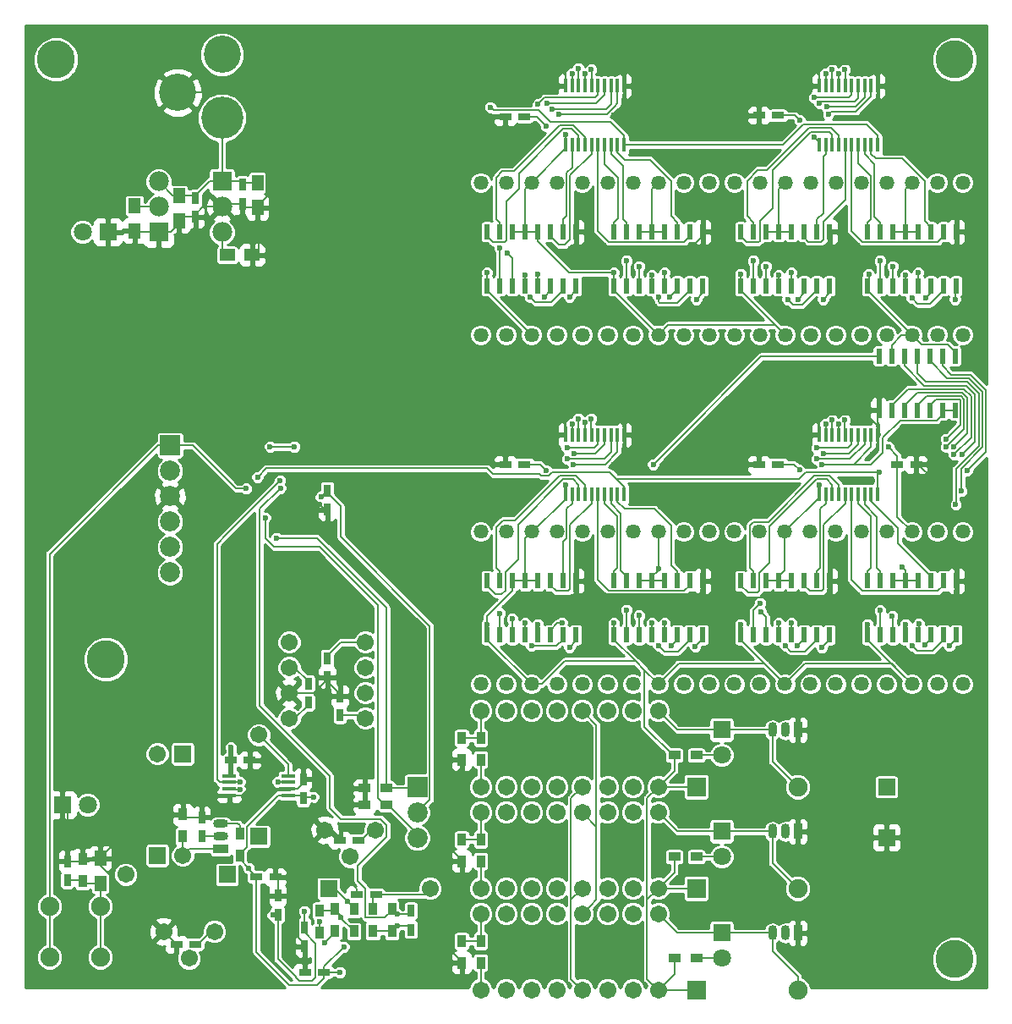
<source format=gbr>
G04 #@! TF.GenerationSoftware,KiCad,Pcbnew,(5.0.2)-1*
G04 #@! TF.CreationDate,2019-06-05T14:49:37+08:00*
G04 #@! TF.ProjectId,Peak Voltage Detector Version2,5065616b-2056-46f6-9c74-616765204465,rev?*
G04 #@! TF.SameCoordinates,Original*
G04 #@! TF.FileFunction,Copper,L2,Bot*
G04 #@! TF.FilePolarity,Positive*
%FSLAX46Y46*%
G04 Gerber Fmt 4.6, Leading zero omitted, Abs format (unit mm)*
G04 Created by KiCad (PCBNEW (5.0.2)-1) date 06/05/19 14:49:37*
%MOMM*%
%LPD*%
G01*
G04 APERTURE LIST*
G04 #@! TA.AperFunction,ComponentPad*
%ADD10C,1.989000*%
G04 #@! TD*
G04 #@! TA.AperFunction,ComponentPad*
%ADD11R,1.989000X1.989000*%
G04 #@! TD*
G04 #@! TA.AperFunction,SMDPad,CuDef*
%ADD12R,0.750000X1.200000*%
G04 #@! TD*
G04 #@! TA.AperFunction,SMDPad,CuDef*
%ADD13R,1.250000X1.500000*%
G04 #@! TD*
G04 #@! TA.AperFunction,SMDPad,CuDef*
%ADD14R,1.500000X1.250000*%
G04 #@! TD*
G04 #@! TA.AperFunction,SMDPad,CuDef*
%ADD15R,1.200000X0.750000*%
G04 #@! TD*
G04 #@! TA.AperFunction,ComponentPad*
%ADD16C,1.916000*%
G04 #@! TD*
G04 #@! TA.AperFunction,ComponentPad*
%ADD17R,1.916000X1.916000*%
G04 #@! TD*
G04 #@! TA.AperFunction,ComponentPad*
%ADD18C,1.716000*%
G04 #@! TD*
G04 #@! TA.AperFunction,ComponentPad*
%ADD19R,1.716000X1.716000*%
G04 #@! TD*
G04 #@! TA.AperFunction,ComponentPad*
%ADD20C,3.716000*%
G04 #@! TD*
G04 #@! TA.AperFunction,ComponentPad*
%ADD21C,4.216000*%
G04 #@! TD*
G04 #@! TA.AperFunction,ComponentPad*
%ADD22C,2.016000*%
G04 #@! TD*
G04 #@! TA.AperFunction,ComponentPad*
%ADD23R,2.016000X2.016000*%
G04 #@! TD*
G04 #@! TA.AperFunction,ComponentPad*
%ADD24R,1.800000X1.800000*%
G04 #@! TD*
G04 #@! TA.AperFunction,ComponentPad*
%ADD25C,1.800000*%
G04 #@! TD*
G04 #@! TA.AperFunction,ComponentPad*
%ADD26R,1.700000X1.700000*%
G04 #@! TD*
G04 #@! TA.AperFunction,ComponentPad*
%ADD27R,0.900000X1.500000*%
G04 #@! TD*
G04 #@! TA.AperFunction,ComponentPad*
%ADD28O,0.900000X1.500000*%
G04 #@! TD*
G04 #@! TA.AperFunction,ComponentPad*
%ADD29O,1.500000X0.900000*%
G04 #@! TD*
G04 #@! TA.AperFunction,ComponentPad*
%ADD30R,1.500000X0.900000*%
G04 #@! TD*
G04 #@! TA.AperFunction,SMDPad,CuDef*
%ADD31R,0.900000X1.200000*%
G04 #@! TD*
G04 #@! TA.AperFunction,SMDPad,CuDef*
%ADD32R,1.200000X0.900000*%
G04 #@! TD*
G04 #@! TA.AperFunction,SMDPad,CuDef*
%ADD33R,1.450000X0.450000*%
G04 #@! TD*
G04 #@! TA.AperFunction,SMDPad,CuDef*
%ADD34R,0.450000X1.450000*%
G04 #@! TD*
G04 #@! TA.AperFunction,SMDPad,CuDef*
%ADD35R,0.600000X1.500000*%
G04 #@! TD*
G04 #@! TA.AperFunction,ComponentPad*
%ADD36C,1.462000*%
G04 #@! TD*
G04 #@! TA.AperFunction,ComponentPad*
%ADD37C,3.800000*%
G04 #@! TD*
G04 #@! TA.AperFunction,ViaPad*
%ADD38C,0.600000*%
G04 #@! TD*
G04 #@! TA.AperFunction,Conductor*
%ADD39C,0.203200*%
G04 #@! TD*
G04 #@! TA.AperFunction,Conductor*
%ADD40C,0.508000*%
G04 #@! TD*
G04 #@! TA.AperFunction,Conductor*
%ADD41C,0.254000*%
G04 #@! TD*
G04 APERTURE END LIST*
D10*
G04 #@! TO.P,U2,2*
G04 #@! TO.N,+3V3*
X167767000Y-69723000D03*
D11*
G04 #@! TO.P,U2,1*
G04 #@! TO.N,GND*
X167767000Y-72263000D03*
D10*
G04 #@! TO.P,U2,3*
G04 #@! TO.N,Net-(C1-Pad1)*
X167767000Y-67183000D03*
G04 #@! TD*
D12*
G04 #@! TO.P,C1,1*
G04 #@! TO.N,Net-(C1-Pad1)*
X176149000Y-67503000D03*
G04 #@! TO.P,C1,2*
G04 #@! TO.N,GND*
X176149000Y-69403000D03*
G04 #@! TD*
D13*
G04 #@! TO.P,C2,2*
G04 #@! TO.N,GND*
X177673000Y-69810000D03*
G04 #@! TO.P,C2,1*
G04 #@! TO.N,Net-(C1-Pad1)*
X177673000Y-67310000D03*
G04 #@! TD*
D12*
G04 #@! TO.P,C3,2*
G04 #@! TO.N,GND*
X171450000Y-70734000D03*
G04 #@! TO.P,C3,1*
G04 #@! TO.N,Net-(C1-Pad1)*
X171450000Y-68834000D03*
G04 #@! TD*
D13*
G04 #@! TO.P,C4,2*
G04 #@! TO.N,GND*
X169799000Y-71120000D03*
G04 #@! TO.P,C4,1*
G04 #@! TO.N,Net-(C1-Pad1)*
X169799000Y-68620000D03*
G04 #@! TD*
D14*
G04 #@! TO.P,C5,1*
G04 #@! TO.N,+5V*
X174645000Y-74549000D03*
G04 #@! TO.P,C5,2*
G04 #@! TO.N,GND*
X177145000Y-74549000D03*
G04 #@! TD*
D15*
G04 #@! TO.P,C9,2*
G04 #@! TO.N,GND*
X227904000Y-60579000D03*
G04 #@! TO.P,C9,1*
G04 #@! TO.N,+5V*
X229804000Y-60579000D03*
G04 #@! TD*
G04 #@! TO.P,C13,2*
G04 #@! TO.N,GND*
X202504000Y-60706000D03*
G04 #@! TO.P,C13,1*
G04 #@! TO.N,+5V*
X204404000Y-60706000D03*
G04 #@! TD*
G04 #@! TO.P,C17,1*
G04 #@! TO.N,+5V*
X229804000Y-95504000D03*
G04 #@! TO.P,C17,2*
G04 #@! TO.N,GND*
X227904000Y-95504000D03*
G04 #@! TD*
G04 #@! TO.P,C21,1*
G04 #@! TO.N,+5V*
X204404000Y-95504000D03*
G04 #@! TO.P,C21,2*
G04 #@! TO.N,GND*
X202504000Y-95504000D03*
G04 #@! TD*
D12*
G04 #@! TO.P,C22,2*
G04 #@! TO.N,GND*
X179705000Y-138623000D03*
G04 #@! TO.P,C22,1*
G04 #@! TO.N,+5V*
X179705000Y-140523000D03*
G04 #@! TD*
D15*
G04 #@! TO.P,C23,1*
G04 #@! TO.N,+5V*
X175006000Y-125095000D03*
G04 #@! TO.P,C23,2*
G04 #@! TO.N,GND*
X176906000Y-125095000D03*
G04 #@! TD*
D12*
G04 #@! TO.P,C24,2*
G04 #@! TO.N,GND*
X182372000Y-143698000D03*
G04 #@! TO.P,C24,1*
G04 #@! TO.N,+5V*
X182372000Y-141798000D03*
G04 #@! TD*
D15*
G04 #@! TO.P,C26,2*
G04 #@! TO.N,GND*
X243647000Y-95504000D03*
G04 #@! TO.P,C26,1*
G04 #@! TO.N,+5V*
X241747000Y-95504000D03*
G04 #@! TD*
D12*
G04 #@! TO.P,C27,1*
G04 #@! TO.N,+5V*
X184658000Y-114874000D03*
G04 #@! TO.P,C27,2*
G04 #@! TO.N,GND*
X184658000Y-116774000D03*
G04 #@! TD*
D13*
G04 #@! TO.P,C28,1*
G04 #@! TO.N,+3V3*
X165354000Y-69616000D03*
G04 #@! TO.P,C28,2*
G04 #@! TO.N,GND*
X165354000Y-72116000D03*
G04 #@! TD*
D12*
G04 #@! TO.P,C31,1*
G04 #@! TO.N,+3V3*
X184658000Y-98110000D03*
G04 #@! TO.P,C31,2*
G04 #@! TO.N,GND*
X184658000Y-100010000D03*
G04 #@! TD*
G04 #@! TO.P,C33,1*
G04 #@! TO.N,Net-(C33-Pad1)*
X182753000Y-117414000D03*
G04 #@! TO.P,C33,2*
G04 #@! TO.N,Net-(C33-Pad2)*
X182753000Y-119314000D03*
G04 #@! TD*
G04 #@! TO.P,C34,2*
G04 #@! TO.N,-5V*
X185928000Y-120584000D03*
G04 #@! TO.P,C34,1*
G04 #@! TO.N,GND*
X185928000Y-118684000D03*
G04 #@! TD*
D15*
G04 #@! TO.P,C35,1*
G04 #@! TO.N,-5V*
X177551000Y-136779000D03*
G04 #@! TO.P,C35,2*
G04 #@! TO.N,GND*
X179451000Y-136779000D03*
G04 #@! TD*
D12*
G04 #@! TO.P,C36,1*
G04 #@! TO.N,-5V*
X182245000Y-128900000D03*
G04 #@! TO.P,C36,2*
G04 #@! TO.N,GND*
X182245000Y-127000000D03*
G04 #@! TD*
D15*
G04 #@! TO.P,C37,2*
G04 #@! TO.N,GND*
X182438000Y-146304000D03*
G04 #@! TO.P,C37,1*
G04 #@! TO.N,-5V*
X184338000Y-146304000D03*
G04 #@! TD*
D13*
G04 #@! TO.P,C39,2*
G04 #@! TO.N,GND*
X161925000Y-134894000D03*
G04 #@! TO.P,C39,1*
G04 #@! TO.N,/CAPTURE_BUTTON*
X161925000Y-137394000D03*
G04 #@! TD*
D12*
G04 #@! TO.P,C40,2*
G04 #@! TO.N,GND*
X158623000Y-135194000D03*
G04 #@! TO.P,C40,1*
G04 #@! TO.N,/CAPTURE_BUTTON*
X158623000Y-137094000D03*
G04 #@! TD*
G04 #@! TO.P,C41,2*
G04 #@! TO.N,GND*
X172085000Y-130810000D03*
G04 #@! TO.P,C41,1*
G04 #@! TO.N,Net-(C41-Pad1)*
X172085000Y-132710000D03*
G04 #@! TD*
D15*
G04 #@! TO.P,C42,1*
G04 #@! TO.N,+5V*
X171450000Y-143510000D03*
G04 #@! TO.P,C42,2*
G04 #@! TO.N,GND*
X169550000Y-143510000D03*
G04 #@! TD*
G04 #@! TO.P,C44,1*
G04 #@! TO.N,+5V*
X187828000Y-133096000D03*
G04 #@! TO.P,C44,2*
G04 #@! TO.N,GND*
X185928000Y-133096000D03*
G04 #@! TD*
G04 #@! TO.P,C45,2*
G04 #@! TO.N,GND*
X187645000Y-138557000D03*
G04 #@! TO.P,C45,1*
G04 #@! TO.N,Net-(C45-Pad1)*
X189545000Y-138557000D03*
G04 #@! TD*
D12*
G04 #@! TO.P,C46,1*
G04 #@! TO.N,/MaxVoltage*
X193040000Y-140147000D03*
G04 #@! TO.P,C46,2*
G04 #@! TO.N,Net-(C46-Pad2)*
X193040000Y-142047000D03*
G04 #@! TD*
D16*
G04 #@! TO.P,D1,2*
G04 #@! TO.N,Net-(D1-Pad2)*
X231775000Y-127762000D03*
D17*
G04 #@! TO.P,D1,1*
G04 #@! TO.N,+5V*
X221615520Y-127759460D03*
G04 #@! TD*
G04 #@! TO.P,D2,1*
G04 #@! TO.N,+5V*
X221615520Y-137919460D03*
D16*
G04 #@! TO.P,D2,2*
G04 #@! TO.N,Net-(D2-Pad2)*
X231775000Y-137922000D03*
G04 #@! TD*
G04 #@! TO.P,D3,2*
G04 #@! TO.N,Net-(D3-Pad2)*
X231774480Y-148084540D03*
D17*
G04 #@! TO.P,D3,1*
G04 #@! TO.N,+5V*
X221615000Y-148082000D03*
G04 #@! TD*
D18*
G04 #@! TO.P,D4,2*
G04 #@! TO.N,Net-(D4-Pad2)*
X177797460Y-122554480D03*
D19*
G04 #@! TO.P,D4,1*
G04 #@! TO.N,Net-(C41-Pad1)*
X177794920Y-132713960D03*
G04 #@! TD*
D18*
G04 #@! TO.P,D5,2*
G04 #@! TO.N,Net-(D5-Pad2)*
X170182540Y-134620520D03*
D19*
G04 #@! TO.P,D5,1*
G04 #@! TO.N,Net-(D5-Pad1)*
X170185080Y-124461040D03*
G04 #@! TD*
G04 #@! TO.P,D6,1*
G04 #@! TO.N,Net-(D6-Pad1)*
X167640000Y-134620000D03*
D18*
G04 #@! TO.P,D6,2*
G04 #@! TO.N,Net-(D5-Pad1)*
X167642540Y-124460520D03*
G04 #@! TD*
G04 #@! TO.P,D7,2*
G04 #@! TO.N,Net-(D6-Pad1)*
X164465000Y-136525000D03*
D19*
G04 #@! TO.P,D7,1*
G04 #@! TO.N,-5V*
X174624480Y-136527540D03*
G04 #@! TD*
G04 #@! TO.P,D8,1*
G04 #@! TO.N,Net-(D8-Pad1)*
X184785520Y-137919460D03*
D18*
G04 #@! TO.P,D8,2*
G04 #@! TO.N,Net-(C45-Pad1)*
X194945000Y-137922000D03*
G04 #@! TD*
D20*
G04 #@! TO.P,J1,2*
G04 #@! TO.N,GND*
X169672000Y-58293000D03*
G04 #@! TO.P,J1,3*
G04 #@! TO.N,N/C*
X174117000Y-54483000D03*
D21*
G04 #@! TO.P,J1,1*
G04 #@! TO.N,Net-(C1-Pad1)*
X174117000Y-60833000D03*
G04 #@! TD*
D22*
G04 #@! TO.P,J2,6*
G04 #@! TO.N,Net-(J2-Pad6)*
X168910000Y-106299000D03*
G04 #@! TO.P,J2,5*
G04 #@! TO.N,NRST*
X168910000Y-103759000D03*
G04 #@! TO.P,J2,4*
G04 #@! TO.N,SWDIO*
X168910000Y-101219000D03*
G04 #@! TO.P,J2,3*
G04 #@! TO.N,GND*
X168910000Y-98679000D03*
G04 #@! TO.P,J2,2*
G04 #@! TO.N,SWDCLK*
X168910000Y-96139000D03*
D23*
G04 #@! TO.P,J2,1*
G04 #@! TO.N,+3V3*
X168910000Y-93599000D03*
G04 #@! TD*
D24*
G04 #@! TO.P,LED1,1*
G04 #@! TO.N,GND*
X162687000Y-72263000D03*
D25*
G04 #@! TO.P,LED1,2*
G04 #@! TO.N,Net-(LED1-Pad2)*
X160147000Y-72263000D03*
G04 #@! TD*
D24*
G04 #@! TO.P,LED2,1*
G04 #@! TO.N,GND*
X158115000Y-129540000D03*
D25*
G04 #@! TO.P,LED2,2*
G04 #@! TO.N,Net-(LED2-Pad2)*
X160655000Y-129540000D03*
G04 #@! TD*
G04 #@! TO.P,LED3,2*
G04 #@! TO.N,Net-(LED3-Pad2)*
X224155000Y-124587000D03*
D24*
G04 #@! TO.P,LED3,1*
G04 #@! TO.N,Net-(D1-Pad2)*
X224155000Y-122047000D03*
G04 #@! TD*
D25*
G04 #@! TO.P,LED4,2*
G04 #@! TO.N,Net-(LED4-Pad2)*
X224155000Y-134747000D03*
D24*
G04 #@! TO.P,LED4,1*
G04 #@! TO.N,Net-(D2-Pad2)*
X224155000Y-132207000D03*
G04 #@! TD*
D25*
G04 #@! TO.P,LED5,2*
G04 #@! TO.N,Net-(LED5-Pad2)*
X224155000Y-144907000D03*
D24*
G04 #@! TO.P,LED5,1*
G04 #@! TO.N,Net-(D3-Pad2)*
X224155000Y-142367000D03*
G04 #@! TD*
D26*
G04 #@! TO.P,PLUG1,1*
G04 #@! TO.N,/VoltageRangeSelection/Vin*
X240665000Y-127762000D03*
G04 #@! TD*
G04 #@! TO.P,PLUG2,1*
G04 #@! TO.N,GND*
X240665000Y-132842000D03*
G04 #@! TD*
D18*
G04 #@! TO.P,POT1,1*
G04 #@! TO.N,+5V*
X173355000Y-142240000D03*
G04 #@! TO.P,POT1,2*
G04 #@! TO.N,Net-(POT1-Pad2)*
X170815000Y-144907000D03*
G04 #@! TO.P,POT1,3*
G04 #@! TO.N,GND*
X168275000Y-142240000D03*
G04 #@! TD*
G04 #@! TO.P,POT2,3*
G04 #@! TO.N,GND*
X184404000Y-132080000D03*
G04 #@! TO.P,POT2,2*
G04 #@! TO.N,Net-(POT2-Pad2)*
X186944000Y-134747000D03*
G04 #@! TO.P,POT2,1*
G04 #@! TO.N,+5V*
X189484000Y-132080000D03*
G04 #@! TD*
D27*
G04 #@! TO.P,Q1,1*
G04 #@! TO.N,GND*
X231775000Y-122047000D03*
D28*
G04 #@! TO.P,Q1,3*
G04 #@! TO.N,Net-(D1-Pad2)*
X229235000Y-122047000D03*
G04 #@! TO.P,Q1,2*
G04 #@! TO.N,Net-(Q1-Pad2)*
X230505000Y-122047000D03*
G04 #@! TD*
G04 #@! TO.P,Q2,2*
G04 #@! TO.N,Net-(Q2-Pad2)*
X230505000Y-132207000D03*
G04 #@! TO.P,Q2,3*
G04 #@! TO.N,Net-(D2-Pad2)*
X229235000Y-132207000D03*
D27*
G04 #@! TO.P,Q2,1*
G04 #@! TO.N,GND*
X231775000Y-132207000D03*
G04 #@! TD*
G04 #@! TO.P,Q3,1*
G04 #@! TO.N,GND*
X231775000Y-142367000D03*
D28*
G04 #@! TO.P,Q3,3*
G04 #@! TO.N,Net-(D3-Pad2)*
X229235000Y-142367000D03*
G04 #@! TO.P,Q3,2*
G04 #@! TO.N,Net-(Q3-Pad2)*
X230505000Y-142367000D03*
G04 #@! TD*
D29*
G04 #@! TO.P,Q4,2*
G04 #@! TO.N,Net-(C41-Pad1)*
X173990000Y-132715000D03*
G04 #@! TO.P,Q4,3*
G04 #@! TO.N,Net-(Q4-Pad3)*
X173990000Y-131445000D03*
D30*
G04 #@! TO.P,Q4,1*
G04 #@! TO.N,Net-(D5-Pad2)*
X173990000Y-133985000D03*
G04 #@! TD*
D31*
G04 #@! TO.P,R3,2*
G04 #@! TO.N,GND*
X160147000Y-135001000D03*
G04 #@! TO.P,R3,1*
G04 #@! TO.N,/CAPTURE_BUTTON*
X160147000Y-137201000D03*
G04 #@! TD*
D32*
G04 #@! TO.P,R5,1*
G04 #@! TO.N,/LowVoltageSelect*
X190584000Y-129540000D03*
G04 #@! TO.P,R5,2*
G04 #@! TO.N,GND*
X188384000Y-129540000D03*
G04 #@! TD*
G04 #@! TO.P,R6,1*
G04 #@! TO.N,/HighVoltageSelect*
X190584000Y-127889000D03*
G04 #@! TO.P,R6,2*
G04 #@! TO.N,GND*
X188384000Y-127889000D03*
G04 #@! TD*
G04 #@! TO.P,R7,1*
G04 #@! TO.N,+5V*
X219415000Y-124587000D03*
G04 #@! TO.P,R7,2*
G04 #@! TO.N,Net-(LED3-Pad2)*
X221615000Y-124587000D03*
G04 #@! TD*
D31*
G04 #@! TO.P,R9,2*
G04 #@! TO.N,Net-(R10-Pad1)*
X200025000Y-122852000D03*
G04 #@! TO.P,R9,1*
G04 #@! TO.N,Net-(R9-Pad1)*
X200025000Y-125052000D03*
G04 #@! TD*
G04 #@! TO.P,R10,1*
G04 #@! TO.N,Net-(R10-Pad1)*
X198120000Y-122852000D03*
G04 #@! TO.P,R10,2*
G04 #@! TO.N,GND*
X198120000Y-125052000D03*
G04 #@! TD*
D32*
G04 #@! TO.P,R11,1*
G04 #@! TO.N,+5V*
X219415000Y-134747000D03*
G04 #@! TO.P,R11,2*
G04 #@! TO.N,Net-(LED4-Pad2)*
X221615000Y-134747000D03*
G04 #@! TD*
D31*
G04 #@! TO.P,R13,2*
G04 #@! TO.N,Net-(R13-Pad2)*
X200025000Y-133012000D03*
G04 #@! TO.P,R13,1*
G04 #@! TO.N,Net-(R13-Pad1)*
X200025000Y-135212000D03*
G04 #@! TD*
G04 #@! TO.P,R14,1*
G04 #@! TO.N,Net-(R13-Pad2)*
X198120000Y-133012000D03*
G04 #@! TO.P,R14,2*
G04 #@! TO.N,GND*
X198120000Y-135212000D03*
G04 #@! TD*
D32*
G04 #@! TO.P,R15,1*
G04 #@! TO.N,+5V*
X219415000Y-144907000D03*
G04 #@! TO.P,R15,2*
G04 #@! TO.N,Net-(LED5-Pad2)*
X221615000Y-144907000D03*
G04 #@! TD*
D31*
G04 #@! TO.P,R17,2*
G04 #@! TO.N,Net-(R17-Pad2)*
X200025000Y-143172000D03*
G04 #@! TO.P,R17,1*
G04 #@! TO.N,Net-(R17-Pad1)*
X200025000Y-145372000D03*
G04 #@! TD*
G04 #@! TO.P,R18,1*
G04 #@! TO.N,Net-(R17-Pad2)*
X198120000Y-143172000D03*
G04 #@! TO.P,R18,2*
G04 #@! TO.N,GND*
X198120000Y-145372000D03*
G04 #@! TD*
G04 #@! TO.P,R85,2*
G04 #@! TO.N,GND*
X170180000Y-130515000D03*
G04 #@! TO.P,R85,1*
G04 #@! TO.N,Net-(D5-Pad2)*
X170180000Y-132715000D03*
G04 #@! TD*
G04 #@! TO.P,R86,1*
G04 #@! TO.N,-5V*
X175895000Y-134620000D03*
G04 #@! TO.P,R86,2*
G04 #@! TO.N,Net-(Q4-Pad3)*
X175895000Y-132420000D03*
G04 #@! TD*
G04 #@! TO.P,R90,1*
G04 #@! TO.N,Net-(R90-Pad1)*
X185420000Y-139997000D03*
G04 #@! TO.P,R90,2*
G04 #@! TO.N,/VoltageRangeSelection/OutputVoltage*
X185420000Y-142197000D03*
G04 #@! TD*
G04 #@! TO.P,R91,1*
G04 #@! TO.N,Net-(R90-Pad1)*
X183896000Y-140124000D03*
G04 #@! TO.P,R91,2*
G04 #@! TO.N,Net-(R91-Pad2)*
X183896000Y-142324000D03*
G04 #@! TD*
G04 #@! TO.P,R92,2*
G04 #@! TO.N,Net-(R90-Pad1)*
X187325000Y-142197000D03*
G04 #@! TO.P,R92,1*
G04 #@! TO.N,Net-(D8-Pad1)*
X187325000Y-139997000D03*
G04 #@! TD*
G04 #@! TO.P,R93,1*
G04 #@! TO.N,Net-(C46-Pad2)*
X189230000Y-142197000D03*
G04 #@! TO.P,R93,2*
G04 #@! TO.N,Net-(C45-Pad1)*
X189230000Y-139997000D03*
G04 #@! TD*
G04 #@! TO.P,R94,2*
G04 #@! TO.N,Net-(C46-Pad2)*
X191135000Y-142197000D03*
G04 #@! TO.P,R94,1*
G04 #@! TO.N,/MaxVoltage*
X191135000Y-139997000D03*
G04 #@! TD*
D18*
G04 #@! TO.P,RLY1,1*
G04 #@! TO.N,Net-(R9-Pad1)*
X200025000Y-127762000D03*
G04 #@! TO.P,RLY1,2*
G04 #@! TO.N,N/C*
X202565000Y-127762000D03*
G04 #@! TO.P,RLY1,3*
G04 #@! TO.N,Net-(RLY1-Pad3)*
X205105000Y-127762000D03*
G04 #@! TO.P,RLY1,4*
G04 #@! TO.N,N/C*
X207645000Y-127762000D03*
G04 #@! TO.P,RLY1,5*
G04 #@! TO.N,/VoltageRangeSelection/Vin*
X210185000Y-127762000D03*
G04 #@! TO.P,RLY1,6*
G04 #@! TO.N,N/C*
X212725000Y-127762000D03*
G04 #@! TO.P,RLY1,7*
X215265000Y-127762000D03*
G04 #@! TO.P,RLY1,8*
G04 #@! TO.N,+5V*
X217805000Y-127762000D03*
G04 #@! TO.P,RLY1,9*
G04 #@! TO.N,Net-(D1-Pad2)*
X217805000Y-120142000D03*
G04 #@! TO.P,RLY1,10*
G04 #@! TO.N,N/C*
X215265000Y-120142000D03*
G04 #@! TO.P,RLY1,11*
X212725000Y-120142000D03*
G04 #@! TO.P,RLY1,12*
G04 #@! TO.N,Net-(RLY1-Pad12)*
X210185000Y-120142000D03*
G04 #@! TO.P,RLY1,13*
G04 #@! TO.N,N/C*
X207645000Y-120142000D03*
G04 #@! TO.P,RLY1,14*
G04 #@! TO.N,Net-(RLY1-Pad14)*
X205105000Y-120142000D03*
G04 #@! TO.P,RLY1,15*
G04 #@! TO.N,N/C*
X202565000Y-120142000D03*
G04 #@! TO.P,RLY1,16*
G04 #@! TO.N,Net-(R10-Pad1)*
X200025000Y-120142000D03*
G04 #@! TD*
G04 #@! TO.P,RLY2,16*
G04 #@! TO.N,Net-(R13-Pad2)*
X200025000Y-130302000D03*
G04 #@! TO.P,RLY2,15*
G04 #@! TO.N,N/C*
X202565000Y-130302000D03*
G04 #@! TO.P,RLY2,14*
G04 #@! TO.N,Net-(RLY2-Pad14)*
X205105000Y-130302000D03*
G04 #@! TO.P,RLY2,13*
G04 #@! TO.N,N/C*
X207645000Y-130302000D03*
G04 #@! TO.P,RLY2,12*
G04 #@! TO.N,Net-(RLY1-Pad12)*
X210185000Y-130302000D03*
G04 #@! TO.P,RLY2,11*
G04 #@! TO.N,N/C*
X212725000Y-130302000D03*
G04 #@! TO.P,RLY2,10*
X215265000Y-130302000D03*
G04 #@! TO.P,RLY2,9*
G04 #@! TO.N,Net-(D2-Pad2)*
X217805000Y-130302000D03*
G04 #@! TO.P,RLY2,8*
G04 #@! TO.N,+5V*
X217805000Y-137922000D03*
G04 #@! TO.P,RLY2,7*
G04 #@! TO.N,N/C*
X215265000Y-137922000D03*
G04 #@! TO.P,RLY2,6*
X212725000Y-137922000D03*
G04 #@! TO.P,RLY2,5*
G04 #@! TO.N,/VoltageRangeSelection/Vin*
X210185000Y-137922000D03*
G04 #@! TO.P,RLY2,4*
G04 #@! TO.N,N/C*
X207645000Y-137922000D03*
G04 #@! TO.P,RLY2,3*
G04 #@! TO.N,Net-(RLY2-Pad3)*
X205105000Y-137922000D03*
G04 #@! TO.P,RLY2,2*
G04 #@! TO.N,N/C*
X202565000Y-137922000D03*
G04 #@! TO.P,RLY2,1*
G04 #@! TO.N,Net-(R13-Pad1)*
X200025000Y-137922000D03*
G04 #@! TD*
G04 #@! TO.P,RLY3,1*
G04 #@! TO.N,Net-(R17-Pad1)*
X200025000Y-148082000D03*
G04 #@! TO.P,RLY3,2*
G04 #@! TO.N,N/C*
X202565000Y-148082000D03*
G04 #@! TO.P,RLY3,3*
G04 #@! TO.N,Net-(RLY3-Pad3)*
X205105000Y-148082000D03*
G04 #@! TO.P,RLY3,4*
G04 #@! TO.N,N/C*
X207645000Y-148082000D03*
G04 #@! TO.P,RLY3,5*
G04 #@! TO.N,/VoltageRangeSelection/Vin*
X210185000Y-148082000D03*
G04 #@! TO.P,RLY3,6*
G04 #@! TO.N,N/C*
X212725000Y-148082000D03*
G04 #@! TO.P,RLY3,7*
X215265000Y-148082000D03*
G04 #@! TO.P,RLY3,8*
G04 #@! TO.N,+5V*
X217805000Y-148082000D03*
G04 #@! TO.P,RLY3,9*
G04 #@! TO.N,Net-(D3-Pad2)*
X217805000Y-140462000D03*
G04 #@! TO.P,RLY3,10*
G04 #@! TO.N,N/C*
X215265000Y-140462000D03*
G04 #@! TO.P,RLY3,11*
X212725000Y-140462000D03*
G04 #@! TO.P,RLY3,12*
G04 #@! TO.N,Net-(RLY1-Pad12)*
X210185000Y-140462000D03*
G04 #@! TO.P,RLY3,13*
G04 #@! TO.N,N/C*
X207645000Y-140462000D03*
G04 #@! TO.P,RLY3,14*
G04 #@! TO.N,Net-(RLY3-Pad14)*
X205105000Y-140462000D03*
G04 #@! TO.P,RLY3,15*
G04 #@! TO.N,N/C*
X202565000Y-140462000D03*
G04 #@! TO.P,RLY3,16*
G04 #@! TO.N,Net-(R17-Pad2)*
X200025000Y-140462000D03*
G04 #@! TD*
D16*
G04 #@! TO.P,SW1,1*
G04 #@! TO.N,+3V3*
X156845000Y-144780000D03*
G04 #@! TO.P,SW1,2*
G04 #@! TO.N,/CAPTURE_BUTTON*
X161925000Y-144780000D03*
X161925000Y-139700000D03*
G04 #@! TO.P,SW1,1*
G04 #@! TO.N,+3V3*
X156845000Y-139700000D03*
G04 #@! TD*
D22*
G04 #@! TO.P,SW2,3*
G04 #@! TO.N,/LowVoltageSelect*
X193675000Y-132842000D03*
G04 #@! TO.P,SW2,2*
G04 #@! TO.N,+3V3*
X193675000Y-130302000D03*
D23*
G04 #@! TO.P,SW2,1*
G04 #@! TO.N,/HighVoltageSelect*
X193675000Y-127762000D03*
G04 #@! TD*
D10*
G04 #@! TO.P,U1,3*
G04 #@! TO.N,+5V*
X174117000Y-72263000D03*
D11*
G04 #@! TO.P,U1,1*
G04 #@! TO.N,Net-(C1-Pad1)*
X174117000Y-67183000D03*
D10*
G04 #@! TO.P,U1,2*
G04 #@! TO.N,GND*
X174117000Y-69723000D03*
G04 #@! TD*
D18*
G04 #@! TO.P,U3,8*
G04 #@! TO.N,+5V*
X188468000Y-113284000D03*
G04 #@! TO.P,U3,7*
G04 #@! TO.N,Net-(U3-Pad7)*
X188468000Y-115824000D03*
G04 #@! TO.P,U3,6*
G04 #@! TO.N,Net-(U3-Pad6)*
X188468000Y-118364000D03*
G04 #@! TO.P,U3,5*
G04 #@! TO.N,-5V*
X188468000Y-120904000D03*
G04 #@! TO.P,U3,4*
G04 #@! TO.N,Net-(C33-Pad2)*
X180848000Y-120904000D03*
G04 #@! TO.P,U3,3*
G04 #@! TO.N,GND*
X180848000Y-118364000D03*
G04 #@! TO.P,U3,2*
G04 #@! TO.N,Net-(C33-Pad1)*
X180848000Y-115824000D03*
G04 #@! TO.P,U3,1*
G04 #@! TO.N,Net-(U3-Pad1)*
X180848000Y-113284000D03*
G04 #@! TD*
D33*
G04 #@! TO.P,U23,8*
G04 #@! TO.N,+5V*
X174850000Y-126660000D03*
G04 #@! TO.P,U23,7*
G04 #@! TO.N,/MinVoltage*
X174850000Y-127310000D03*
G04 #@! TO.P,U23,6*
G04 #@! TO.N,Net-(C43-Pad2)*
X174850000Y-127960000D03*
G04 #@! TO.P,U23,5*
G04 #@! TO.N,GND*
X174850000Y-128610000D03*
G04 #@! TO.P,U23,4*
G04 #@! TO.N,-5V*
X180750000Y-128610000D03*
G04 #@! TO.P,U23,3*
G04 #@! TO.N,GND*
X180750000Y-127960000D03*
G04 #@! TO.P,U23,2*
G04 #@! TO.N,Net-(R83-Pad1)*
X180750000Y-127310000D03*
G04 #@! TO.P,U23,1*
G04 #@! TO.N,Net-(D4-Pad2)*
X180750000Y-126660000D03*
G04 #@! TD*
D34*
G04 #@! TO.P,U6,20*
G04 #@! TO.N,+5V*
X208530000Y-63529000D03*
G04 #@! TO.P,U6,19*
G04 #@! TO.N,Net-(U6-Pad19)*
X209180000Y-63529000D03*
G04 #@! TO.P,U6,18*
G04 #@! TO.N,Net-(U6-Pad18)*
X209830000Y-63529000D03*
G04 #@! TO.P,U6,17*
G04 #@! TO.N,Net-(U6-Pad17)*
X210480000Y-63529000D03*
G04 #@! TO.P,U6,16*
G04 #@! TO.N,Net-(U6-Pad16)*
X211130000Y-63529000D03*
G04 #@! TO.P,U6,15*
G04 #@! TO.N,Net-(U6-Pad15)*
X211780000Y-63529000D03*
G04 #@! TO.P,U6,14*
G04 #@! TO.N,Net-(U6-Pad14)*
X212430000Y-63529000D03*
G04 #@! TO.P,U6,13*
G04 #@! TO.N,Net-(U6-Pad13)*
X213080000Y-63529000D03*
G04 #@! TO.P,U6,12*
G04 #@! TO.N,Net-(U6-Pad12)*
X213730000Y-63529000D03*
G04 #@! TO.P,U6,11*
G04 #@! TO.N,LATCH*
X214380000Y-63529000D03*
G04 #@! TO.P,U6,10*
G04 #@! TO.N,GND*
X214380000Y-57629000D03*
G04 #@! TO.P,U6,9*
G04 #@! TO.N,Net-(U5-Pad13)*
X213730000Y-57629000D03*
G04 #@! TO.P,U6,8*
G04 #@! TO.N,Net-(U5-Pad12)*
X213080000Y-57629000D03*
G04 #@! TO.P,U6,7*
G04 #@! TO.N,Net-(U5-Pad11)*
X212430000Y-57629000D03*
G04 #@! TO.P,U6,6*
G04 #@! TO.N,Net-(U5-Pad10)*
X211780000Y-57629000D03*
G04 #@! TO.P,U6,5*
G04 #@! TO.N,Net-(U5-Pad6)*
X211130000Y-57629000D03*
G04 #@! TO.P,U6,4*
G04 #@! TO.N,Net-(U5-Pad5)*
X210480000Y-57629000D03*
G04 #@! TO.P,U6,3*
G04 #@! TO.N,Net-(U5-Pad4)*
X209830000Y-57629000D03*
G04 #@! TO.P,U6,2*
G04 #@! TO.N,Net-(U5-Pad3)*
X209180000Y-57629000D03*
G04 #@! TO.P,U6,1*
G04 #@! TO.N,GND*
X208530000Y-57629000D03*
G04 #@! TD*
D35*
G04 #@! TO.P,U7,1*
G04 #@! TO.N,Net-(U6-Pad18)*
X200660000Y-72230000D03*
G04 #@! TO.P,U7,2*
G04 #@! TO.N,Net-(U6-Pad17)*
X201930000Y-72230000D03*
G04 #@! TO.P,U7,3*
G04 #@! TO.N,+5V*
X203200000Y-72230000D03*
G04 #@! TO.P,U7,4*
X204470000Y-72230000D03*
G04 #@! TO.P,U7,5*
X205740000Y-72230000D03*
G04 #@! TO.P,U7,6*
G04 #@! TO.N,Net-(U6-Pad16)*
X207010000Y-72230000D03*
G04 #@! TO.P,U7,7*
G04 #@! TO.N,Net-(U6-Pad19)*
X208280000Y-72230000D03*
G04 #@! TO.P,U7,8*
G04 #@! TO.N,GND*
X209550000Y-72230000D03*
G04 #@! TO.P,U7,9*
G04 #@! TO.N,Net-(R23-Pad2)*
X209550000Y-77630000D03*
G04 #@! TO.P,U7,10*
G04 #@! TO.N,Net-(R22-Pad2)*
X208280000Y-77630000D03*
G04 #@! TO.P,U7,11*
G04 #@! TO.N,Net-(R21-Pad2)*
X207010000Y-77630000D03*
G04 #@! TO.P,U7,12*
G04 #@! TO.N,Net-(R20-Pad2)*
X205740000Y-77630000D03*
G04 #@! TO.P,U7,13*
G04 #@! TO.N,Net-(R19-Pad2)*
X204470000Y-77630000D03*
G04 #@! TO.P,U7,14*
G04 #@! TO.N,Net-(R25-Pad2)*
X203200000Y-77630000D03*
G04 #@! TO.P,U7,15*
G04 #@! TO.N,Net-(R24-Pad2)*
X201930000Y-77630000D03*
G04 #@! TO.P,U7,16*
G04 #@! TO.N,+5V*
X200660000Y-77630000D03*
G04 #@! TD*
G04 #@! TO.P,U8,1*
G04 #@! TO.N,Net-(U6-Pad14)*
X213360000Y-72230000D03*
G04 #@! TO.P,U8,2*
G04 #@! TO.N,Net-(U6-Pad13)*
X214630000Y-72230000D03*
G04 #@! TO.P,U8,3*
G04 #@! TO.N,+5V*
X215900000Y-72230000D03*
G04 #@! TO.P,U8,4*
X217170000Y-72230000D03*
G04 #@! TO.P,U8,5*
X218440000Y-72230000D03*
G04 #@! TO.P,U8,6*
G04 #@! TO.N,Net-(U6-Pad12)*
X219710000Y-72230000D03*
G04 #@! TO.P,U8,7*
G04 #@! TO.N,Net-(U6-Pad15)*
X220980000Y-72230000D03*
G04 #@! TO.P,U8,8*
G04 #@! TO.N,GND*
X222250000Y-72230000D03*
G04 #@! TO.P,U8,9*
G04 #@! TO.N,Net-(R30-Pad2)*
X222250000Y-77630000D03*
G04 #@! TO.P,U8,10*
G04 #@! TO.N,Net-(R29-Pad2)*
X220980000Y-77630000D03*
G04 #@! TO.P,U8,11*
G04 #@! TO.N,Net-(R28-Pad2)*
X219710000Y-77630000D03*
G04 #@! TO.P,U8,12*
G04 #@! TO.N,Net-(R27-Pad2)*
X218440000Y-77630000D03*
G04 #@! TO.P,U8,13*
G04 #@! TO.N,Net-(R26-Pad2)*
X217170000Y-77630000D03*
G04 #@! TO.P,U8,14*
G04 #@! TO.N,Net-(R32-Pad2)*
X215900000Y-77630000D03*
G04 #@! TO.P,U8,15*
G04 #@! TO.N,Net-(R31-Pad2)*
X214630000Y-77630000D03*
G04 #@! TO.P,U8,16*
G04 #@! TO.N,+5V*
X213360000Y-77630000D03*
G04 #@! TD*
D34*
G04 #@! TO.P,U10,1*
G04 #@! TO.N,GND*
X233930000Y-57629000D03*
G04 #@! TO.P,U10,2*
G04 #@! TO.N,Net-(U10-Pad2)*
X234580000Y-57629000D03*
G04 #@! TO.P,U10,3*
G04 #@! TO.N,Net-(U10-Pad3)*
X235230000Y-57629000D03*
G04 #@! TO.P,U10,4*
G04 #@! TO.N,Net-(U10-Pad4)*
X235880000Y-57629000D03*
G04 #@! TO.P,U10,5*
G04 #@! TO.N,Net-(U10-Pad5)*
X236530000Y-57629000D03*
G04 #@! TO.P,U10,6*
G04 #@! TO.N,Net-(U10-Pad6)*
X237180000Y-57629000D03*
G04 #@! TO.P,U10,7*
G04 #@! TO.N,Net-(U10-Pad7)*
X237830000Y-57629000D03*
G04 #@! TO.P,U10,8*
G04 #@! TO.N,Net-(U10-Pad8)*
X238480000Y-57629000D03*
G04 #@! TO.P,U10,9*
G04 #@! TO.N,Net-(U10-Pad9)*
X239130000Y-57629000D03*
G04 #@! TO.P,U10,10*
G04 #@! TO.N,GND*
X239780000Y-57629000D03*
G04 #@! TO.P,U10,11*
G04 #@! TO.N,LATCH*
X239780000Y-63529000D03*
G04 #@! TO.P,U10,12*
G04 #@! TO.N,Net-(U10-Pad12)*
X239130000Y-63529000D03*
G04 #@! TO.P,U10,13*
G04 #@! TO.N,Net-(U10-Pad13)*
X238480000Y-63529000D03*
G04 #@! TO.P,U10,14*
G04 #@! TO.N,Net-(U10-Pad14)*
X237830000Y-63529000D03*
G04 #@! TO.P,U10,15*
G04 #@! TO.N,Net-(U10-Pad15)*
X237180000Y-63529000D03*
G04 #@! TO.P,U10,16*
G04 #@! TO.N,Net-(U10-Pad16)*
X236530000Y-63529000D03*
G04 #@! TO.P,U10,17*
G04 #@! TO.N,Net-(U10-Pad17)*
X235880000Y-63529000D03*
G04 #@! TO.P,U10,18*
G04 #@! TO.N,Net-(U10-Pad18)*
X235230000Y-63529000D03*
G04 #@! TO.P,U10,19*
G04 #@! TO.N,Net-(U10-Pad19)*
X234580000Y-63529000D03*
G04 #@! TO.P,U10,20*
G04 #@! TO.N,+5V*
X233930000Y-63529000D03*
G04 #@! TD*
D35*
G04 #@! TO.P,U11,16*
G04 #@! TO.N,+5V*
X226060000Y-77630000D03*
G04 #@! TO.P,U11,15*
G04 #@! TO.N,Net-(R38-Pad2)*
X227330000Y-77630000D03*
G04 #@! TO.P,U11,14*
G04 #@! TO.N,Net-(R39-Pad2)*
X228600000Y-77630000D03*
G04 #@! TO.P,U11,13*
G04 #@! TO.N,Net-(R33-Pad2)*
X229870000Y-77630000D03*
G04 #@! TO.P,U11,12*
G04 #@! TO.N,Net-(R34-Pad2)*
X231140000Y-77630000D03*
G04 #@! TO.P,U11,11*
G04 #@! TO.N,Net-(R35-Pad2)*
X232410000Y-77630000D03*
G04 #@! TO.P,U11,10*
G04 #@! TO.N,Net-(R36-Pad2)*
X233680000Y-77630000D03*
G04 #@! TO.P,U11,9*
G04 #@! TO.N,Net-(R37-Pad2)*
X234950000Y-77630000D03*
G04 #@! TO.P,U11,8*
G04 #@! TO.N,GND*
X234950000Y-72230000D03*
G04 #@! TO.P,U11,7*
G04 #@! TO.N,Net-(U10-Pad19)*
X233680000Y-72230000D03*
G04 #@! TO.P,U11,6*
G04 #@! TO.N,Net-(U10-Pad16)*
X232410000Y-72230000D03*
G04 #@! TO.P,U11,5*
G04 #@! TO.N,+5V*
X231140000Y-72230000D03*
G04 #@! TO.P,U11,4*
X229870000Y-72230000D03*
G04 #@! TO.P,U11,3*
X228600000Y-72230000D03*
G04 #@! TO.P,U11,2*
G04 #@! TO.N,Net-(U10-Pad17)*
X227330000Y-72230000D03*
G04 #@! TO.P,U11,1*
G04 #@! TO.N,Net-(U10-Pad18)*
X226060000Y-72230000D03*
G04 #@! TD*
G04 #@! TO.P,U12,1*
G04 #@! TO.N,Net-(U10-Pad14)*
X238760000Y-72230000D03*
G04 #@! TO.P,U12,2*
G04 #@! TO.N,Net-(U10-Pad13)*
X240030000Y-72230000D03*
G04 #@! TO.P,U12,3*
G04 #@! TO.N,+5V*
X241300000Y-72230000D03*
G04 #@! TO.P,U12,4*
X242570000Y-72230000D03*
G04 #@! TO.P,U12,5*
X243840000Y-72230000D03*
G04 #@! TO.P,U12,6*
G04 #@! TO.N,Net-(U10-Pad12)*
X245110000Y-72230000D03*
G04 #@! TO.P,U12,7*
G04 #@! TO.N,Net-(U10-Pad15)*
X246380000Y-72230000D03*
G04 #@! TO.P,U12,8*
G04 #@! TO.N,GND*
X247650000Y-72230000D03*
G04 #@! TO.P,U12,9*
G04 #@! TO.N,Net-(R44-Pad2)*
X247650000Y-77630000D03*
G04 #@! TO.P,U12,10*
G04 #@! TO.N,Net-(R43-Pad2)*
X246380000Y-77630000D03*
G04 #@! TO.P,U12,11*
G04 #@! TO.N,Net-(R42-Pad2)*
X245110000Y-77630000D03*
G04 #@! TO.P,U12,12*
G04 #@! TO.N,Net-(R41-Pad2)*
X243840000Y-77630000D03*
G04 #@! TO.P,U12,13*
G04 #@! TO.N,Net-(R40-Pad2)*
X242570000Y-77630000D03*
G04 #@! TO.P,U12,14*
G04 #@! TO.N,Net-(R46-Pad2)*
X241300000Y-77630000D03*
G04 #@! TO.P,U12,15*
G04 #@! TO.N,Net-(R45-Pad2)*
X240030000Y-77630000D03*
G04 #@! TO.P,U12,16*
G04 #@! TO.N,+5V*
X238760000Y-77630000D03*
G04 #@! TD*
D34*
G04 #@! TO.P,U14,20*
G04 #@! TO.N,+5V*
X208530000Y-98454000D03*
G04 #@! TO.P,U14,19*
G04 #@! TO.N,Net-(U14-Pad19)*
X209180000Y-98454000D03*
G04 #@! TO.P,U14,18*
G04 #@! TO.N,Net-(U14-Pad18)*
X209830000Y-98454000D03*
G04 #@! TO.P,U14,17*
G04 #@! TO.N,Net-(U14-Pad17)*
X210480000Y-98454000D03*
G04 #@! TO.P,U14,16*
G04 #@! TO.N,Net-(U14-Pad16)*
X211130000Y-98454000D03*
G04 #@! TO.P,U14,15*
G04 #@! TO.N,Net-(U14-Pad15)*
X211780000Y-98454000D03*
G04 #@! TO.P,U14,14*
G04 #@! TO.N,Net-(U14-Pad14)*
X212430000Y-98454000D03*
G04 #@! TO.P,U14,13*
G04 #@! TO.N,Net-(U14-Pad13)*
X213080000Y-98454000D03*
G04 #@! TO.P,U14,12*
G04 #@! TO.N,Net-(U14-Pad12)*
X213730000Y-98454000D03*
G04 #@! TO.P,U14,11*
G04 #@! TO.N,LATCH*
X214380000Y-98454000D03*
G04 #@! TO.P,U14,10*
G04 #@! TO.N,GND*
X214380000Y-92554000D03*
G04 #@! TO.P,U14,9*
G04 #@! TO.N,Net-(U13-Pad13)*
X213730000Y-92554000D03*
G04 #@! TO.P,U14,8*
G04 #@! TO.N,Net-(U13-Pad12)*
X213080000Y-92554000D03*
G04 #@! TO.P,U14,7*
G04 #@! TO.N,Net-(U13-Pad11)*
X212430000Y-92554000D03*
G04 #@! TO.P,U14,6*
G04 #@! TO.N,Net-(U13-Pad10)*
X211780000Y-92554000D03*
G04 #@! TO.P,U14,5*
G04 #@! TO.N,Net-(U13-Pad6)*
X211130000Y-92554000D03*
G04 #@! TO.P,U14,4*
G04 #@! TO.N,Net-(U13-Pad5)*
X210480000Y-92554000D03*
G04 #@! TO.P,U14,3*
G04 #@! TO.N,Net-(U13-Pad4)*
X209830000Y-92554000D03*
G04 #@! TO.P,U14,2*
G04 #@! TO.N,Net-(U13-Pad3)*
X209180000Y-92554000D03*
G04 #@! TO.P,U14,1*
G04 #@! TO.N,GND*
X208530000Y-92554000D03*
G04 #@! TD*
D35*
G04 #@! TO.P,U15,16*
G04 #@! TO.N,+5V*
X200660000Y-112555000D03*
G04 #@! TO.P,U15,15*
G04 #@! TO.N,Net-(R52-Pad2)*
X201930000Y-112555000D03*
G04 #@! TO.P,U15,14*
G04 #@! TO.N,Net-(R53-Pad2)*
X203200000Y-112555000D03*
G04 #@! TO.P,U15,13*
G04 #@! TO.N,Net-(R47-Pad2)*
X204470000Y-112555000D03*
G04 #@! TO.P,U15,12*
G04 #@! TO.N,Net-(R48-Pad2)*
X205740000Y-112555000D03*
G04 #@! TO.P,U15,11*
G04 #@! TO.N,Net-(R49-Pad2)*
X207010000Y-112555000D03*
G04 #@! TO.P,U15,10*
G04 #@! TO.N,Net-(R50-Pad2)*
X208280000Y-112555000D03*
G04 #@! TO.P,U15,9*
G04 #@! TO.N,Net-(R51-Pad2)*
X209550000Y-112555000D03*
G04 #@! TO.P,U15,8*
G04 #@! TO.N,GND*
X209550000Y-107155000D03*
G04 #@! TO.P,U15,7*
G04 #@! TO.N,Net-(U14-Pad19)*
X208280000Y-107155000D03*
G04 #@! TO.P,U15,6*
G04 #@! TO.N,Net-(U14-Pad16)*
X207010000Y-107155000D03*
G04 #@! TO.P,U15,5*
G04 #@! TO.N,+5V*
X205740000Y-107155000D03*
G04 #@! TO.P,U15,4*
X204470000Y-107155000D03*
G04 #@! TO.P,U15,3*
X203200000Y-107155000D03*
G04 #@! TO.P,U15,2*
G04 #@! TO.N,Net-(U14-Pad17)*
X201930000Y-107155000D03*
G04 #@! TO.P,U15,1*
G04 #@! TO.N,Net-(U14-Pad18)*
X200660000Y-107155000D03*
G04 #@! TD*
G04 #@! TO.P,U16,1*
G04 #@! TO.N,Net-(U14-Pad14)*
X213360000Y-107155000D03*
G04 #@! TO.P,U16,2*
G04 #@! TO.N,Net-(U14-Pad13)*
X214630000Y-107155000D03*
G04 #@! TO.P,U16,3*
G04 #@! TO.N,+5V*
X215900000Y-107155000D03*
G04 #@! TO.P,U16,4*
X217170000Y-107155000D03*
G04 #@! TO.P,U16,5*
X218440000Y-107155000D03*
G04 #@! TO.P,U16,6*
G04 #@! TO.N,Net-(U14-Pad12)*
X219710000Y-107155000D03*
G04 #@! TO.P,U16,7*
G04 #@! TO.N,Net-(U14-Pad15)*
X220980000Y-107155000D03*
G04 #@! TO.P,U16,8*
G04 #@! TO.N,GND*
X222250000Y-107155000D03*
G04 #@! TO.P,U16,9*
G04 #@! TO.N,Net-(R58-Pad2)*
X222250000Y-112555000D03*
G04 #@! TO.P,U16,10*
G04 #@! TO.N,Net-(R57-Pad2)*
X220980000Y-112555000D03*
G04 #@! TO.P,U16,11*
G04 #@! TO.N,Net-(R56-Pad2)*
X219710000Y-112555000D03*
G04 #@! TO.P,U16,12*
G04 #@! TO.N,Net-(R55-Pad2)*
X218440000Y-112555000D03*
G04 #@! TO.P,U16,13*
G04 #@! TO.N,Net-(R54-Pad2)*
X217170000Y-112555000D03*
G04 #@! TO.P,U16,14*
G04 #@! TO.N,Net-(R60-Pad2)*
X215900000Y-112555000D03*
G04 #@! TO.P,U16,15*
G04 #@! TO.N,Net-(R59-Pad2)*
X214630000Y-112555000D03*
G04 #@! TO.P,U16,16*
G04 #@! TO.N,+5V*
X213360000Y-112555000D03*
G04 #@! TD*
D34*
G04 #@! TO.P,U18,1*
G04 #@! TO.N,GND*
X233930000Y-92554000D03*
G04 #@! TO.P,U18,2*
G04 #@! TO.N,Net-(U17-Pad3)*
X234580000Y-92554000D03*
G04 #@! TO.P,U18,3*
G04 #@! TO.N,Net-(U17-Pad4)*
X235230000Y-92554000D03*
G04 #@! TO.P,U18,4*
G04 #@! TO.N,Net-(U17-Pad5)*
X235880000Y-92554000D03*
G04 #@! TO.P,U18,5*
G04 #@! TO.N,Net-(U17-Pad6)*
X236530000Y-92554000D03*
G04 #@! TO.P,U18,6*
G04 #@! TO.N,Net-(U17-Pad10)*
X237180000Y-92554000D03*
G04 #@! TO.P,U18,7*
G04 #@! TO.N,Net-(U17-Pad11)*
X237830000Y-92554000D03*
G04 #@! TO.P,U18,8*
G04 #@! TO.N,Net-(U17-Pad12)*
X238480000Y-92554000D03*
G04 #@! TO.P,U18,9*
G04 #@! TO.N,Net-(U17-Pad13)*
X239130000Y-92554000D03*
G04 #@! TO.P,U18,10*
G04 #@! TO.N,GND*
X239780000Y-92554000D03*
G04 #@! TO.P,U18,11*
G04 #@! TO.N,LATCH*
X239780000Y-98454000D03*
G04 #@! TO.P,U18,12*
G04 #@! TO.N,Net-(U18-Pad12)*
X239130000Y-98454000D03*
G04 #@! TO.P,U18,13*
G04 #@! TO.N,Net-(U18-Pad13)*
X238480000Y-98454000D03*
G04 #@! TO.P,U18,14*
G04 #@! TO.N,Net-(U18-Pad14)*
X237830000Y-98454000D03*
G04 #@! TO.P,U18,15*
G04 #@! TO.N,Net-(U18-Pad15)*
X237180000Y-98454000D03*
G04 #@! TO.P,U18,16*
G04 #@! TO.N,Net-(U18-Pad16)*
X236530000Y-98454000D03*
G04 #@! TO.P,U18,17*
G04 #@! TO.N,Net-(U18-Pad17)*
X235880000Y-98454000D03*
G04 #@! TO.P,U18,18*
G04 #@! TO.N,Net-(U18-Pad18)*
X235230000Y-98454000D03*
G04 #@! TO.P,U18,19*
G04 #@! TO.N,Net-(U18-Pad19)*
X234580000Y-98454000D03*
G04 #@! TO.P,U18,20*
G04 #@! TO.N,+5V*
X233930000Y-98454000D03*
G04 #@! TD*
D35*
G04 #@! TO.P,U19,16*
G04 #@! TO.N,+5V*
X226060000Y-112555000D03*
G04 #@! TO.P,U19,15*
G04 #@! TO.N,Net-(R66-Pad2)*
X227330000Y-112555000D03*
G04 #@! TO.P,U19,14*
G04 #@! TO.N,Net-(R67-Pad2)*
X228600000Y-112555000D03*
G04 #@! TO.P,U19,13*
G04 #@! TO.N,Net-(R61-Pad2)*
X229870000Y-112555000D03*
G04 #@! TO.P,U19,12*
G04 #@! TO.N,Net-(R62-Pad2)*
X231140000Y-112555000D03*
G04 #@! TO.P,U19,11*
G04 #@! TO.N,Net-(R63-Pad2)*
X232410000Y-112555000D03*
G04 #@! TO.P,U19,10*
G04 #@! TO.N,Net-(R64-Pad2)*
X233680000Y-112555000D03*
G04 #@! TO.P,U19,9*
G04 #@! TO.N,Net-(R65-Pad2)*
X234950000Y-112555000D03*
G04 #@! TO.P,U19,8*
G04 #@! TO.N,GND*
X234950000Y-107155000D03*
G04 #@! TO.P,U19,7*
G04 #@! TO.N,Net-(U18-Pad19)*
X233680000Y-107155000D03*
G04 #@! TO.P,U19,6*
G04 #@! TO.N,Net-(U18-Pad16)*
X232410000Y-107155000D03*
G04 #@! TO.P,U19,5*
G04 #@! TO.N,+5V*
X231140000Y-107155000D03*
G04 #@! TO.P,U19,4*
X229870000Y-107155000D03*
G04 #@! TO.P,U19,3*
X228600000Y-107155000D03*
G04 #@! TO.P,U19,2*
G04 #@! TO.N,Net-(U18-Pad17)*
X227330000Y-107155000D03*
G04 #@! TO.P,U19,1*
G04 #@! TO.N,Net-(U18-Pad18)*
X226060000Y-107155000D03*
G04 #@! TD*
G04 #@! TO.P,U20,16*
G04 #@! TO.N,+5V*
X238760000Y-112555000D03*
G04 #@! TO.P,U20,15*
G04 #@! TO.N,Net-(R73-Pad2)*
X240030000Y-112555000D03*
G04 #@! TO.P,U20,14*
G04 #@! TO.N,Net-(R74-Pad2)*
X241300000Y-112555000D03*
G04 #@! TO.P,U20,13*
G04 #@! TO.N,Net-(R68-Pad2)*
X242570000Y-112555000D03*
G04 #@! TO.P,U20,12*
G04 #@! TO.N,Net-(R69-Pad2)*
X243840000Y-112555000D03*
G04 #@! TO.P,U20,11*
G04 #@! TO.N,Net-(R70-Pad2)*
X245110000Y-112555000D03*
G04 #@! TO.P,U20,10*
G04 #@! TO.N,Net-(R71-Pad2)*
X246380000Y-112555000D03*
G04 #@! TO.P,U20,9*
G04 #@! TO.N,Net-(R72-Pad2)*
X247650000Y-112555000D03*
G04 #@! TO.P,U20,8*
G04 #@! TO.N,GND*
X247650000Y-107155000D03*
G04 #@! TO.P,U20,7*
G04 #@! TO.N,Net-(U18-Pad15)*
X246380000Y-107155000D03*
G04 #@! TO.P,U20,6*
G04 #@! TO.N,Net-(U18-Pad12)*
X245110000Y-107155000D03*
G04 #@! TO.P,U20,5*
G04 #@! TO.N,+5V*
X243840000Y-107155000D03*
G04 #@! TO.P,U20,4*
X242570000Y-107155000D03*
G04 #@! TO.P,U20,3*
X241300000Y-107155000D03*
G04 #@! TO.P,U20,2*
G04 #@! TO.N,Net-(U18-Pad13)*
X240030000Y-107155000D03*
G04 #@! TO.P,U20,1*
G04 #@! TO.N,Net-(U18-Pad14)*
X238760000Y-107155000D03*
G04 #@! TD*
G04 #@! TO.P,U21,1*
G04 #@! TO.N,Net-(U17-Pad13)*
X247523000Y-90076000D03*
G04 #@! TO.P,U21,2*
X246253000Y-90076000D03*
G04 #@! TO.P,U21,3*
G04 #@! TO.N,Net-(U21-Pad3)*
X244983000Y-90076000D03*
G04 #@! TO.P,U21,4*
G04 #@! TO.N,Net-(U21-Pad4)*
X243713000Y-90076000D03*
G04 #@! TO.P,U21,5*
G04 #@! TO.N,Net-(U21-Pad5)*
X242443000Y-90076000D03*
G04 #@! TO.P,U21,6*
G04 #@! TO.N,Net-(U21-Pad6)*
X241173000Y-90076000D03*
G04 #@! TO.P,U21,7*
G04 #@! TO.N,GND*
X239903000Y-90076000D03*
G04 #@! TO.P,U21,8*
G04 #@! TO.N,/DISPLAY_CLOCK*
X239903000Y-84676000D03*
G04 #@! TO.P,U21,9*
G04 #@! TO.N,+5V*
X241173000Y-84676000D03*
G04 #@! TO.P,U21,10*
G04 #@! TO.N,Net-(U21-Pad10)*
X242443000Y-84676000D03*
G04 #@! TO.P,U21,11*
G04 #@! TO.N,Net-(U21-Pad11)*
X243713000Y-84676000D03*
G04 #@! TO.P,U21,12*
G04 #@! TO.N,Net-(U21-Pad12)*
X244983000Y-84676000D03*
G04 #@! TO.P,U21,13*
G04 #@! TO.N,Net-(U21-Pad13)*
X246253000Y-84676000D03*
G04 #@! TO.P,U21,14*
G04 #@! TO.N,+5V*
X247523000Y-84676000D03*
G04 #@! TD*
D36*
G04 #@! TO.P,SEG1,10*
G04 #@! TO.N,Net-(R25-Pad1)*
X200025000Y-67310000D03*
G04 #@! TO.P,SEG1,9*
G04 #@! TO.N,Net-(R24-Pad1)*
X202565000Y-67310000D03*
G04 #@! TO.P,SEG1,3\002C8*
G04 #@! TO.N,+5V*
X205105000Y-67310000D03*
G04 #@! TO.P,SEG1,7*
G04 #@! TO.N,Net-(R19-Pad1)*
X207645000Y-67310000D03*
G04 #@! TO.P,SEG1,6*
G04 #@! TO.N,Net-(R20-Pad1)*
X210185000Y-67310000D03*
G04 #@! TO.P,SEG1,5*
G04 #@! TO.N,DP1*
X210185000Y-82550000D03*
G04 #@! TO.P,SEG1,4*
G04 #@! TO.N,Net-(R21-Pad1)*
X207645000Y-82550000D03*
G04 #@! TO.P,SEG1,3\002C8*
G04 #@! TO.N,+5V*
X205105000Y-82550000D03*
G04 #@! TO.P,SEG1,2*
G04 #@! TO.N,Net-(R22-Pad1)*
X202565000Y-82550000D03*
G04 #@! TO.P,SEG1,1*
G04 #@! TO.N,Net-(R23-Pad1)*
X200025000Y-82550000D03*
G04 #@! TD*
G04 #@! TO.P,SEG2,10*
G04 #@! TO.N,Net-(R32-Pad1)*
X212725000Y-67310000D03*
G04 #@! TO.P,SEG2,9*
G04 #@! TO.N,Net-(R31-Pad1)*
X215265000Y-67310000D03*
G04 #@! TO.P,SEG2,3\002C8*
G04 #@! TO.N,+5V*
X217805000Y-67310000D03*
G04 #@! TO.P,SEG2,7*
G04 #@! TO.N,Net-(R26-Pad1)*
X220345000Y-67310000D03*
G04 #@! TO.P,SEG2,6*
G04 #@! TO.N,Net-(R27-Pad1)*
X222885000Y-67310000D03*
G04 #@! TO.P,SEG2,5*
G04 #@! TO.N,DP2*
X222885000Y-82550000D03*
G04 #@! TO.P,SEG2,4*
G04 #@! TO.N,Net-(R28-Pad1)*
X220345000Y-82550000D03*
G04 #@! TO.P,SEG2,3\002C8*
G04 #@! TO.N,+5V*
X217805000Y-82550000D03*
G04 #@! TO.P,SEG2,2*
G04 #@! TO.N,Net-(R29-Pad1)*
X215265000Y-82550000D03*
G04 #@! TO.P,SEG2,1*
G04 #@! TO.N,Net-(R30-Pad1)*
X212725000Y-82550000D03*
G04 #@! TD*
G04 #@! TO.P,SEG3,1*
G04 #@! TO.N,Net-(R37-Pad1)*
X225425000Y-82550000D03*
G04 #@! TO.P,SEG3,2*
G04 #@! TO.N,Net-(R36-Pad1)*
X227965000Y-82550000D03*
G04 #@! TO.P,SEG3,3\002C8*
G04 #@! TO.N,+5V*
X230505000Y-82550000D03*
G04 #@! TO.P,SEG3,4*
G04 #@! TO.N,Net-(R35-Pad1)*
X233045000Y-82550000D03*
G04 #@! TO.P,SEG3,5*
G04 #@! TO.N,DP3*
X235585000Y-82550000D03*
G04 #@! TO.P,SEG3,6*
G04 #@! TO.N,Net-(R34-Pad1)*
X235585000Y-67310000D03*
G04 #@! TO.P,SEG3,7*
G04 #@! TO.N,Net-(R33-Pad1)*
X233045000Y-67310000D03*
G04 #@! TO.P,SEG3,3\002C8*
G04 #@! TO.N,+5V*
X230505000Y-67310000D03*
G04 #@! TO.P,SEG3,9*
G04 #@! TO.N,Net-(R38-Pad1)*
X227965000Y-67310000D03*
G04 #@! TO.P,SEG3,10*
G04 #@! TO.N,Net-(R39-Pad1)*
X225425000Y-67310000D03*
G04 #@! TD*
G04 #@! TO.P,SEG5,1*
G04 #@! TO.N,Net-(R51-Pad1)*
X200025000Y-117475000D03*
G04 #@! TO.P,SEG5,2*
G04 #@! TO.N,Net-(R50-Pad1)*
X202565000Y-117475000D03*
G04 #@! TO.P,SEG5,3\002C8*
G04 #@! TO.N,+5V*
X205105000Y-117475000D03*
G04 #@! TO.P,SEG5,4*
G04 #@! TO.N,Net-(R49-Pad1)*
X207645000Y-117475000D03*
G04 #@! TO.P,SEG5,5*
G04 #@! TO.N,DP5*
X210185000Y-117475000D03*
G04 #@! TO.P,SEG5,6*
G04 #@! TO.N,Net-(R48-Pad1)*
X210185000Y-102235000D03*
G04 #@! TO.P,SEG5,7*
G04 #@! TO.N,Net-(R47-Pad1)*
X207645000Y-102235000D03*
G04 #@! TO.P,SEG5,3\002C8*
G04 #@! TO.N,+5V*
X205105000Y-102235000D03*
G04 #@! TO.P,SEG5,9*
G04 #@! TO.N,Net-(R52-Pad1)*
X202565000Y-102235000D03*
G04 #@! TO.P,SEG5,10*
G04 #@! TO.N,Net-(R53-Pad1)*
X200025000Y-102235000D03*
G04 #@! TD*
G04 #@! TO.P,SEG6,10*
G04 #@! TO.N,Net-(R60-Pad1)*
X212725000Y-102235000D03*
G04 #@! TO.P,SEG6,9*
G04 #@! TO.N,Net-(R59-Pad1)*
X215265000Y-102235000D03*
G04 #@! TO.P,SEG6,3\002C8*
G04 #@! TO.N,+5V*
X217805000Y-102235000D03*
G04 #@! TO.P,SEG6,7*
G04 #@! TO.N,Net-(R54-Pad1)*
X220345000Y-102235000D03*
G04 #@! TO.P,SEG6,6*
G04 #@! TO.N,Net-(R55-Pad1)*
X222885000Y-102235000D03*
G04 #@! TO.P,SEG6,5*
G04 #@! TO.N,DP6*
X222885000Y-117475000D03*
G04 #@! TO.P,SEG6,4*
G04 #@! TO.N,Net-(R56-Pad1)*
X220345000Y-117475000D03*
G04 #@! TO.P,SEG6,3\002C8*
G04 #@! TO.N,+5V*
X217805000Y-117475000D03*
G04 #@! TO.P,SEG6,2*
G04 #@! TO.N,Net-(R57-Pad1)*
X215265000Y-117475000D03*
G04 #@! TO.P,SEG6,1*
G04 #@! TO.N,Net-(R58-Pad1)*
X212725000Y-117475000D03*
G04 #@! TD*
G04 #@! TO.P,SEG7,1*
G04 #@! TO.N,Net-(R65-Pad1)*
X225419001Y-117475000D03*
G04 #@! TO.P,SEG7,2*
G04 #@! TO.N,Net-(R64-Pad1)*
X227959001Y-117475000D03*
G04 #@! TO.P,SEG7,3\002C8*
G04 #@! TO.N,+5V*
X230499001Y-117475000D03*
G04 #@! TO.P,SEG7,4*
G04 #@! TO.N,Net-(R63-Pad1)*
X233039001Y-117475000D03*
G04 #@! TO.P,SEG7,5*
G04 #@! TO.N,DP7*
X235579001Y-117475000D03*
G04 #@! TO.P,SEG7,6*
G04 #@! TO.N,Net-(R62-Pad1)*
X235579001Y-102235000D03*
G04 #@! TO.P,SEG7,7*
G04 #@! TO.N,Net-(R61-Pad1)*
X233039001Y-102235000D03*
G04 #@! TO.P,SEG7,3\002C8*
G04 #@! TO.N,+5V*
X230499001Y-102235000D03*
G04 #@! TO.P,SEG7,9*
G04 #@! TO.N,Net-(R66-Pad1)*
X227959001Y-102235000D03*
G04 #@! TO.P,SEG7,10*
G04 #@! TO.N,Net-(R67-Pad1)*
X225419001Y-102235000D03*
G04 #@! TD*
G04 #@! TO.P,SEG4,1*
G04 #@! TO.N,Net-(R44-Pad1)*
X238125000Y-82550000D03*
G04 #@! TO.P,SEG4,2*
G04 #@! TO.N,Net-(R43-Pad1)*
X240665000Y-82550000D03*
G04 #@! TO.P,SEG4,3\002C8*
G04 #@! TO.N,+5V*
X243205000Y-82550000D03*
G04 #@! TO.P,SEG4,4*
G04 #@! TO.N,Net-(R42-Pad1)*
X245745000Y-82550000D03*
G04 #@! TO.P,SEG4,5*
G04 #@! TO.N,DP4*
X248285000Y-82550000D03*
G04 #@! TO.P,SEG4,6*
G04 #@! TO.N,Net-(R41-Pad1)*
X248285000Y-67310000D03*
G04 #@! TO.P,SEG4,7*
G04 #@! TO.N,Net-(R40-Pad1)*
X245745000Y-67310000D03*
G04 #@! TO.P,SEG4,3\002C8*
G04 #@! TO.N,+5V*
X243205000Y-67310000D03*
G04 #@! TO.P,SEG4,9*
G04 #@! TO.N,Net-(R45-Pad1)*
X240665000Y-67310000D03*
G04 #@! TO.P,SEG4,10*
G04 #@! TO.N,Net-(R46-Pad1)*
X238125000Y-67310000D03*
G04 #@! TD*
G04 #@! TO.P,SEG8,10*
G04 #@! TO.N,Net-(R74-Pad1)*
X238125000Y-102235000D03*
G04 #@! TO.P,SEG8,9*
G04 #@! TO.N,Net-(R73-Pad1)*
X240665000Y-102235000D03*
G04 #@! TO.P,SEG8,3\002C8*
G04 #@! TO.N,+5V*
X243205000Y-102235000D03*
G04 #@! TO.P,SEG8,7*
G04 #@! TO.N,Net-(R68-Pad1)*
X245745000Y-102235000D03*
G04 #@! TO.P,SEG8,6*
G04 #@! TO.N,Net-(R69-Pad1)*
X248285000Y-102235000D03*
G04 #@! TO.P,SEG8,5*
G04 #@! TO.N,DP8*
X248285000Y-117475000D03*
G04 #@! TO.P,SEG8,4*
G04 #@! TO.N,Net-(R70-Pad1)*
X245745000Y-117475000D03*
G04 #@! TO.P,SEG8,3\002C8*
G04 #@! TO.N,+5V*
X243205000Y-117475000D03*
G04 #@! TO.P,SEG8,2*
G04 #@! TO.N,Net-(R71-Pad1)*
X240665000Y-117475000D03*
G04 #@! TO.P,SEG8,1*
G04 #@! TO.N,Net-(R72-Pad1)*
X238125000Y-117475000D03*
G04 #@! TD*
D37*
G04 #@! TO.P,REF\002A\002A,1*
G04 #@! TO.N,N/C*
X157500000Y-55000000D03*
G04 #@! TD*
G04 #@! TO.P,REF\002A\002A,1*
G04 #@! TO.N,N/C*
X247500000Y-145000000D03*
G04 #@! TD*
G04 #@! TO.P,REF\002A\002A,1*
G04 #@! TO.N,N/C*
X247500000Y-55000000D03*
G04 #@! TD*
G04 #@! TO.P,REF\002A\002A,1*
G04 #@! TO.N,N/C*
X162500000Y-115000000D03*
G04 #@! TD*
D38*
G04 #@! TO.N,GND*
X221234000Y-97663000D03*
X221234000Y-96012000D03*
X225044000Y-59055000D03*
X238887000Y-60833000D03*
X213360000Y-60579000D03*
X199644000Y-59309000D03*
X247650000Y-108331000D03*
X234950000Y-108204000D03*
X225044000Y-93980000D03*
X222250000Y-108204000D03*
X209550000Y-108077000D03*
X213360000Y-95504000D03*
X199644000Y-93853000D03*
X245618000Y-97282000D03*
X239268000Y-94488000D03*
X221234000Y-73914000D03*
X209042000Y-73914000D03*
X234188000Y-73935475D03*
X247142000Y-73914000D03*
X196850000Y-140970000D03*
X179070000Y-128270000D03*
X179705000Y-129540000D03*
X239226000Y-97155000D03*
X236638363Y-96938363D03*
X183886420Y-99492902D03*
X180436200Y-102108000D03*
X178562000Y-105791000D03*
G04 #@! TO.N,+5V*
X226060000Y-76454000D03*
X233426000Y-62766381D03*
X213360000Y-76327000D03*
X200660000Y-76327000D03*
X208534000Y-62484000D03*
X238760000Y-111506000D03*
X226060000Y-111506000D03*
X233934000Y-97536000D03*
X213360000Y-111379000D03*
X200660000Y-111506000D03*
X208534000Y-97536000D03*
X179197000Y-140589000D03*
X182372000Y-140208000D03*
X231948000Y-61057238D03*
X231948000Y-96058000D03*
X206576238Y-96086238D03*
X240838000Y-93731311D03*
X206594759Y-61653184D03*
X217805000Y-105918000D03*
X238887000Y-76454000D03*
X242255000Y-105791000D03*
X175006000Y-123825000D03*
G04 #@! TO.N,+3V3*
X184023000Y-98753000D03*
X176530000Y-97917000D03*
G04 #@! TO.N,-5V*
X176784000Y-135890000D03*
X185928000Y-146304000D03*
X186309000Y-143764000D03*
X183261000Y-128778000D03*
G04 #@! TO.N,/MinVoltage*
X175895000Y-127263597D03*
X179943464Y-97103061D03*
G04 #@! TO.N,Net-(C43-Pad2)*
X175895000Y-128016000D03*
G04 #@! TO.N,/MaxVoltage*
X191664256Y-140500002D03*
X179959000Y-97871000D03*
G04 #@! TO.N,Net-(C46-Pad2)*
X191664256Y-141693998D03*
G04 #@! TO.N,Net-(D8-Pad1)*
X186670000Y-139192000D03*
G04 #@! TO.N,/LowVoltageSelect*
X178435000Y-100838000D03*
G04 #@! TO.N,/HighVoltageSelect*
X179578000Y-102870000D03*
G04 #@! TO.N,Net-(R19-Pad2)*
X204470000Y-76581000D03*
G04 #@! TO.N,Net-(R20-Pad2)*
X205740000Y-76454000D03*
G04 #@! TO.N,Net-(R21-Pad2)*
X206375000Y-78740000D03*
G04 #@! TO.N,Net-(R22-Pad2)*
X204996326Y-78771719D03*
G04 #@! TO.N,Net-(R23-Pad2)*
X208915000Y-78740000D03*
G04 #@! TO.N,Net-(R24-Pad2)*
X201930000Y-73822000D03*
G04 #@! TO.N,Net-(R25-Pad2)*
X202692000Y-74376000D03*
G04 #@! TO.N,Net-(R26-Pad2)*
X217170000Y-76581000D03*
G04 #@! TO.N,Net-(R27-Pad2)*
X218440000Y-76327000D03*
G04 #@! TO.N,Net-(R28-Pad2)*
X218966326Y-78771719D03*
G04 #@! TO.N,Net-(R29-Pad2)*
X217805000Y-78740000D03*
G04 #@! TO.N,Net-(R30-Pad2)*
X221615000Y-78994000D03*
G04 #@! TO.N,Net-(R31-Pad2)*
X214630000Y-75131862D03*
G04 #@! TO.N,Net-(R32-Pad2)*
X215893862Y-75685862D03*
G04 #@! TO.N,Net-(R33-Pad2)*
X229870000Y-76581000D03*
G04 #@! TO.N,Net-(R34-Pad2)*
X231140000Y-76327000D03*
G04 #@! TO.N,Net-(R35-Pad2)*
X231775000Y-78994000D03*
G04 #@! TO.N,Net-(R36-Pad2)*
X230759000Y-78994000D03*
G04 #@! TO.N,Net-(R37-Pad2)*
X234315000Y-78994000D03*
G04 #@! TO.N,Net-(R38-Pad2)*
X227330000Y-75131862D03*
G04 #@! TO.N,Net-(R39-Pad2)*
X228593862Y-75685862D03*
G04 #@! TO.N,Net-(R40-Pad2)*
X242570000Y-76581000D03*
G04 #@! TO.N,Net-(R41-Pad2)*
X243840000Y-76327000D03*
G04 #@! TO.N,Net-(R42-Pad2)*
X244602000Y-78867000D03*
G04 #@! TO.N,Net-(R43-Pad2)*
X243205000Y-78867000D03*
G04 #@! TO.N,Net-(R44-Pad2)*
X247523000Y-78994000D03*
G04 #@! TO.N,Net-(R45-Pad2)*
X240030000Y-75131862D03*
G04 #@! TO.N,Net-(R46-Pad2)*
X241293862Y-75685862D03*
G04 #@! TO.N,Net-(R47-Pad2)*
X204470000Y-111379000D03*
G04 #@! TO.N,Net-(R48-Pad2)*
X205740000Y-111506000D03*
G04 #@! TO.N,Net-(R49-Pad2)*
X208153000Y-111352598D03*
G04 #@! TO.N,Net-(R50-Pad2)*
X205105000Y-113665000D03*
G04 #@! TO.N,Net-(R51-Pad2)*
X208915000Y-113792000D03*
G04 #@! TO.N,Net-(R52-Pad2)*
X201930000Y-110398000D03*
G04 #@! TO.N,Net-(R53-Pad2)*
X203189262Y-110952000D03*
G04 #@! TO.N,Net-(R54-Pad2)*
X217170000Y-111379000D03*
G04 #@! TO.N,Net-(R55-Pad2)*
X218440000Y-111379000D03*
G04 #@! TO.N,Net-(R56-Pad2)*
X219075000Y-113665000D03*
G04 #@! TO.N,Net-(R57-Pad2)*
X217805000Y-113609043D03*
G04 #@! TO.N,Net-(R58-Pad2)*
X221506326Y-113696719D03*
G04 #@! TO.N,Net-(R59-Pad2)*
X214630000Y-110056862D03*
G04 #@! TO.N,Net-(R60-Pad2)*
X215893862Y-110610862D03*
G04 #@! TO.N,Net-(R61-Pad2)*
X229870000Y-111379000D03*
G04 #@! TO.N,Net-(R62-Pad2)*
X231140000Y-111379000D03*
G04 #@! TO.N,Net-(R63-Pad2)*
X231741278Y-113642489D03*
G04 #@! TO.N,Net-(R64-Pad2)*
X230505000Y-113609043D03*
G04 #@! TO.N,Net-(R65-Pad2)*
X234188000Y-113792000D03*
G04 #@! TO.N,Net-(R66-Pad2)*
X228025817Y-109386341D03*
G04 #@! TO.N,Net-(R67-Pad2)*
X228128762Y-110272762D03*
G04 #@! TO.N,Net-(R68-Pad2)*
X242570000Y-111506000D03*
G04 #@! TO.N,Net-(R69-Pad2)*
X243903500Y-111442500D03*
G04 #@! TO.N,Net-(R70-Pad2)*
X244511401Y-113563318D03*
G04 #@! TO.N,Net-(R71-Pad2)*
X243205001Y-113609042D03*
G04 #@! TO.N,Net-(R72-Pad2)*
X246952403Y-113666198D03*
G04 #@! TO.N,Net-(R73-Pad2)*
X240030000Y-110109000D03*
G04 #@! TO.N,Net-(R74-Pad2)*
X241230362Y-110674362D03*
G04 #@! TO.N,Net-(R83-Pad1)*
X179705000Y-127254000D03*
G04 #@! TO.N,/VoltageRangeSelection/OutputVoltage*
X184423854Y-143369652D03*
G04 #@! TO.N,Net-(R90-Pad1)*
X186028799Y-140774293D03*
G04 #@! TO.N,Net-(R91-Pad2)*
X183896000Y-141224000D03*
G04 #@! TO.N,LATCH*
X177673000Y-96774000D03*
X239903000Y-96307221D03*
X200991661Y-59767661D03*
G04 #@! TO.N,/DISPLAY_CLOCK*
X181356000Y-93726000D03*
X178932162Y-93715162D03*
X217297000Y-95504000D03*
G04 #@! TO.N,Net-(U5-Pad3)*
X209169000Y-56388000D03*
G04 #@! TO.N,Net-(U5-Pad4)*
X209804000Y-55880000D03*
G04 #@! TO.N,Net-(U5-Pad5)*
X210439000Y-56388000D03*
G04 #@! TO.N,Net-(U5-Pad6)*
X211084180Y-56000892D03*
G04 #@! TO.N,Net-(U5-Pad10)*
X205766856Y-59465658D03*
G04 #@! TO.N,Net-(U5-Pad11)*
X206644995Y-59370995D03*
G04 #@! TO.N,Net-(U5-Pad12)*
X207202444Y-59924995D03*
G04 #@! TO.N,Net-(U5-Pad13)*
X207818166Y-60478995D03*
G04 #@! TO.N,Net-(U10-Pad2)*
X234569000Y-56388000D03*
G04 #@! TO.N,Net-(U10-Pad3)*
X235214180Y-56000892D03*
G04 #@! TO.N,Net-(U10-Pad4)*
X235853777Y-56397155D03*
G04 #@! TO.N,Net-(U10-Pad5)*
X236490649Y-55996527D03*
G04 #@! TO.N,Net-(U10-Pad6)*
X233426000Y-58801000D03*
G04 #@! TO.N,Net-(U10-Pad7)*
X233958028Y-59355000D03*
G04 #@! TO.N,Net-(U10-Pad8)*
X234670286Y-59736000D03*
G04 #@! TO.N,Net-(U10-Pad9)*
X234827234Y-60471851D03*
G04 #@! TO.N,Net-(U13-Pad13)*
X209296000Y-95504000D03*
G04 #@! TO.N,Net-(U13-Pad12)*
X208694078Y-94950000D03*
G04 #@! TO.N,Net-(U13-Pad11)*
X209351517Y-94396000D03*
G04 #@! TO.N,Net-(U13-Pad10)*
X208661000Y-93842000D03*
G04 #@! TO.N,Net-(U13-Pad6)*
X211088777Y-90922845D03*
G04 #@! TO.N,Net-(U13-Pad5)*
X210449180Y-91319108D03*
G04 #@! TO.N,Net-(U13-Pad4)*
X209804000Y-90932000D03*
G04 #@! TO.N,Net-(U13-Pad3)*
X209169000Y-91440000D03*
G04 #@! TO.N,Net-(U17-Pad13)*
X234188000Y-95504000D03*
G04 #@! TO.N,Net-(U17-Pad12)*
X233655972Y-94950000D03*
G04 #@! TO.N,Net-(U17-Pad11)*
X234315000Y-94396000D03*
G04 #@! TO.N,Net-(U17-Pad10)*
X233680000Y-93842000D03*
G04 #@! TO.N,Net-(U17-Pad6)*
X236490649Y-91048527D03*
G04 #@! TO.N,Net-(U17-Pad5)*
X235853777Y-91449155D03*
G04 #@! TO.N,Net-(U17-Pad4)*
X235214180Y-91052892D03*
G04 #@! TO.N,Net-(U17-Pad3)*
X234569000Y-91440000D03*
G04 #@! TO.N,Net-(U21-Pad13)*
X248716001Y-96139000D03*
G04 #@! TO.N,Net-(U21-Pad12)*
X248162777Y-98175777D03*
G04 #@! TO.N,Net-(U21-Pad11)*
X247602015Y-99520015D03*
G04 #@! TO.N,Net-(U21-Pad10)*
X248215608Y-94525403D03*
G04 #@! TO.N,Net-(U21-Pad6)*
X247425996Y-94531539D03*
G04 #@! TO.N,Net-(U21-Pad5)*
X247424854Y-93749205D03*
G04 #@! TO.N,Net-(U21-Pad4)*
X246649292Y-93741292D03*
G04 #@! TO.N,Net-(U21-Pad3)*
X246634000Y-92964000D03*
G04 #@! TD*
D39*
G04 #@! TO.N,Net-(C1-Pad1)*
X169204000Y-68620000D02*
X169799000Y-68620000D01*
X167767000Y-67183000D02*
X169204000Y-68620000D01*
X171236000Y-68620000D02*
X171450000Y-68834000D01*
X169799000Y-68620000D02*
X171236000Y-68620000D01*
X175829000Y-67183000D02*
X176149000Y-67503000D01*
X174117000Y-67183000D02*
X175829000Y-67183000D01*
X176342000Y-67310000D02*
X176149000Y-67503000D01*
X177673000Y-67310000D02*
X176342000Y-67310000D01*
X172919300Y-67183000D02*
X174117000Y-67183000D01*
X172876000Y-67183000D02*
X172919300Y-67183000D01*
X171450000Y-68609000D02*
X172876000Y-67183000D01*
X171450000Y-68834000D02*
X171450000Y-68609000D01*
X174117000Y-65985300D02*
X174117000Y-60833000D01*
X174117000Y-67183000D02*
X174117000Y-65985300D01*
G04 #@! TO.N,GND*
X227904000Y-60579000D02*
X227100800Y-60579000D01*
X227100800Y-60579000D02*
X226568000Y-60579000D01*
X226568000Y-60579000D02*
X225044000Y-59055000D01*
X239780000Y-59940000D02*
X239780000Y-57629000D01*
X238887000Y-60833000D02*
X239780000Y-59940000D01*
X214380000Y-59559000D02*
X214380000Y-57629000D01*
X202504000Y-60706000D02*
X201041000Y-60706000D01*
X201041000Y-60706000D02*
X199644000Y-59309000D01*
X247650000Y-108331000D02*
X247650000Y-107155000D01*
X234950000Y-107155000D02*
X234950000Y-108204000D01*
X239780000Y-93976000D02*
X239780000Y-92554000D01*
X226568000Y-95504000D02*
X225044000Y-93980000D01*
X227904000Y-95504000D02*
X226568000Y-95504000D01*
X222250000Y-107155000D02*
X222250000Y-108204000D01*
X209550000Y-107155000D02*
X209550000Y-108077000D01*
X214380000Y-94484000D02*
X214380000Y-92554000D01*
X213360000Y-95504000D02*
X214380000Y-94484000D01*
X239780000Y-91625800D02*
X239780000Y-92554000D01*
X238648726Y-90494526D02*
X239780000Y-91625800D01*
X234694552Y-90494526D02*
X238648726Y-90494526D01*
X233930000Y-91259078D02*
X234694552Y-90494526D01*
X233930000Y-92554000D02*
X233930000Y-91259078D01*
X239780000Y-56700800D02*
X239780000Y-57629000D01*
X238521726Y-55442526D02*
X239780000Y-56700800D01*
X234694552Y-55442526D02*
X238521726Y-55442526D01*
X233930000Y-56207078D02*
X234694552Y-55442526D01*
X233930000Y-57629000D02*
X233930000Y-56207078D01*
X214380000Y-56700800D02*
X214380000Y-57629000D01*
X213005199Y-55325999D02*
X214380000Y-56700800D01*
X209411079Y-55325999D02*
X213005199Y-55325999D01*
X208530000Y-56207078D02*
X209411079Y-55325999D01*
X208530000Y-57629000D02*
X208530000Y-56207078D01*
X202504000Y-95504000D02*
X201295000Y-95504000D01*
X201295000Y-95504000D02*
X199644000Y-93853000D01*
X214380000Y-91625800D02*
X214380000Y-92554000D01*
X213123044Y-90368844D02*
X214380000Y-91625800D01*
X209420234Y-90368844D02*
X213123044Y-90368844D01*
X208530000Y-91259078D02*
X209420234Y-90368844D01*
X208530000Y-92554000D02*
X208530000Y-91259078D01*
X170475000Y-130810000D02*
X170180000Y-130515000D01*
X172085000Y-130810000D02*
X170475000Y-130810000D01*
X169545000Y-143510000D02*
X168275000Y-142240000D01*
X169550000Y-143510000D02*
X169545000Y-143510000D01*
X179705000Y-137033000D02*
X179451000Y-136779000D01*
X179705000Y-138623000D02*
X179705000Y-137033000D01*
X181678200Y-127960000D02*
X180750000Y-127960000D01*
X182245000Y-127393200D02*
X181678200Y-127960000D01*
X182245000Y-127000000D02*
X182245000Y-127393200D01*
X179821800Y-127960000D02*
X180750000Y-127960000D01*
X179192800Y-127960000D02*
X179821800Y-127960000D01*
X176906000Y-125673200D02*
X179192800Y-127960000D01*
X176906000Y-125673200D02*
X176906000Y-125095000D01*
X176906000Y-127824922D02*
X176906000Y-125673200D01*
X176120922Y-128610000D02*
X176906000Y-127824922D01*
X174850000Y-128610000D02*
X176120922Y-128610000D01*
X173921800Y-128610000D02*
X174850000Y-128610000D01*
X173481800Y-128610000D02*
X173921800Y-128610000D01*
X172085000Y-130006800D02*
X173481800Y-128610000D01*
X172085000Y-130810000D02*
X172085000Y-130006800D01*
X182372000Y-146238000D02*
X182438000Y-146304000D01*
X182372000Y-143698000D02*
X182372000Y-146238000D01*
X245618000Y-97250000D02*
X245618000Y-97282000D01*
X243647000Y-95504000D02*
X243872000Y-95504000D01*
X243872000Y-95504000D02*
X245618000Y-97250000D01*
X169799000Y-71428700D02*
X169799000Y-71120000D01*
X168964700Y-72263000D02*
X169799000Y-71428700D01*
X167767000Y-72263000D02*
X168964700Y-72263000D01*
X170185000Y-70734000D02*
X169799000Y-71120000D01*
X171450000Y-70734000D02*
X170185000Y-70734000D01*
X176556000Y-69810000D02*
X176149000Y-69403000D01*
X177673000Y-69810000D02*
X176556000Y-69810000D01*
X174437000Y-69403000D02*
X174117000Y-69723000D01*
X176149000Y-69403000D02*
X174437000Y-69403000D01*
X171450000Y-70509000D02*
X171450000Y-70734000D01*
X172236000Y-69723000D02*
X171450000Y-70509000D01*
X174117000Y-69723000D02*
X172236000Y-69723000D01*
X184658000Y-116999000D02*
X184658000Y-116774000D01*
X183293000Y-118364000D02*
X184658000Y-116999000D01*
X180848000Y-118364000D02*
X183293000Y-118364000D01*
X177673000Y-70763200D02*
X177673000Y-69810000D01*
X177769001Y-70859201D02*
X177673000Y-70763200D01*
X162687000Y-72263000D02*
X163790200Y-72263000D01*
X158623000Y-135194000D02*
X159954000Y-135194000D01*
X160254000Y-134894000D02*
X161925000Y-134894000D01*
X159954000Y-135194000D02*
X160254000Y-134894000D01*
X158623000Y-130048000D02*
X158115000Y-129540000D01*
X158623000Y-135194000D02*
X158623000Y-130048000D01*
X188384000Y-127889000D02*
X188384000Y-129540000D01*
X177145000Y-74538001D02*
X177769001Y-73914000D01*
X177145000Y-74549000D02*
X177145000Y-74538001D01*
X177769001Y-73914000D02*
X177769001Y-70859201D01*
X164739000Y-72116000D02*
X164592000Y-72263000D01*
X165354000Y-72116000D02*
X164739000Y-72116000D01*
X163790200Y-72263000D02*
X164592000Y-72263000D01*
X164592000Y-72263000D02*
X167767000Y-72263000D01*
X177673000Y-69685000D02*
X177673000Y-69810000D01*
X178552001Y-68805999D02*
X177673000Y-69685000D01*
X178552001Y-61772239D02*
X178552001Y-68805999D01*
X175072762Y-58293000D02*
X178552001Y-61772239D01*
X169672000Y-58293000D02*
X175072762Y-58293000D01*
X239268000Y-94488000D02*
X239780000Y-93976000D01*
X239780000Y-90199000D02*
X239903000Y-90076000D01*
X239780000Y-92554000D02*
X239780000Y-90199000D01*
X227904000Y-60000800D02*
X227904000Y-60579000D01*
X230275800Y-57629000D02*
X227904000Y-60000800D01*
X233930000Y-57629000D02*
X230275800Y-57629000D01*
X202504000Y-94925800D02*
X202504000Y-95504000D01*
X204875800Y-92554000D02*
X202504000Y-94925800D01*
X208530000Y-92554000D02*
X204875800Y-92554000D01*
X227904000Y-94925800D02*
X227904000Y-95504000D01*
X230275800Y-92554000D02*
X227904000Y-94925800D01*
X233930000Y-92554000D02*
X230275800Y-92554000D01*
X214884000Y-59055000D02*
X214249000Y-59690000D01*
X225044000Y-59055000D02*
X214884000Y-59055000D01*
X213360000Y-60579000D02*
X214249000Y-59690000D01*
X214249000Y-59690000D02*
X214380000Y-59559000D01*
X201324000Y-57629000D02*
X199644000Y-59309000D01*
X208530000Y-57629000D02*
X201324000Y-57629000D01*
X187645000Y-137978800D02*
X187645000Y-138557000D01*
X186473659Y-136807459D02*
X187645000Y-137978800D01*
X183724319Y-136807459D02*
X186473659Y-136807459D01*
X181742999Y-138788779D02*
X183724319Y-136807459D01*
X182372000Y-143473000D02*
X181742999Y-142843999D01*
X182372000Y-143698000D02*
X182372000Y-143473000D01*
X180538999Y-138623000D02*
X181742999Y-139827000D01*
X179705000Y-138623000D02*
X180538999Y-138623000D01*
X181742999Y-142843999D02*
X181742999Y-139827000D01*
X181742999Y-139827000D02*
X181742999Y-138788779D01*
X167417001Y-141382001D02*
X168275000Y-142240000D01*
X167417001Y-141122763D02*
X167417001Y-141382001D01*
X161925000Y-135630762D02*
X167417001Y-141122763D01*
X161925000Y-134894000D02*
X161925000Y-135630762D01*
X161925000Y-134769000D02*
X161925000Y-134894000D01*
X166179000Y-130515000D02*
X161925000Y-134769000D01*
X170180000Y-130515000D02*
X166179000Y-130515000D01*
X221950001Y-108503999D02*
X222250000Y-108204000D01*
X221939389Y-108514611D02*
X221950001Y-108503999D01*
X209550000Y-108501264D02*
X209563347Y-108514611D01*
X209550000Y-108077000D02*
X209550000Y-108501264D01*
X234650001Y-108503999D02*
X234950000Y-108204000D01*
X234321660Y-108832340D02*
X234650001Y-108503999D01*
X221615000Y-108514611D02*
X221939389Y-108514611D01*
X209563347Y-108514611D02*
X221615000Y-108514611D01*
X222878340Y-108832340D02*
X222250000Y-108204000D01*
X223774000Y-108832340D02*
X222878340Y-108832340D01*
X247148660Y-108832340D02*
X247650000Y-108331000D01*
X234188000Y-108832340D02*
X247148660Y-108832340D01*
X234188000Y-108832340D02*
X234321660Y-108832340D01*
X223774000Y-108832340D02*
X234188000Y-108832340D01*
X221234000Y-73696000D02*
X221234000Y-73914000D01*
X222250000Y-72680000D02*
X221234000Y-73696000D01*
X222250000Y-72230000D02*
X222250000Y-72680000D01*
X221234000Y-73914000D02*
X209042000Y-73914000D01*
X209550000Y-73406000D02*
X209042000Y-73914000D01*
X209550000Y-72230000D02*
X209550000Y-73406000D01*
X234166525Y-73914000D02*
X234188000Y-73935475D01*
X221234000Y-73914000D02*
X234166525Y-73914000D01*
X234950000Y-73173475D02*
X234188000Y-73935475D01*
X234950000Y-72230000D02*
X234950000Y-73173475D01*
X247120525Y-73935475D02*
X247142000Y-73914000D01*
X234188000Y-73935475D02*
X247120525Y-73935475D01*
X247650000Y-73406000D02*
X247142000Y-73914000D01*
X247650000Y-72230000D02*
X247650000Y-73406000D01*
X247650000Y-106201800D02*
X247015000Y-105566800D01*
X247650000Y-107155000D02*
X247650000Y-106201800D01*
X247015000Y-98679000D02*
X245618000Y-97282000D01*
X247015000Y-105566800D02*
X247015000Y-98679000D01*
X198120000Y-125855200D02*
X196850000Y-127125200D01*
X198120000Y-125052000D02*
X198120000Y-125855200D01*
X198120000Y-145222000D02*
X198120000Y-145372000D01*
X196850000Y-143952000D02*
X198120000Y-145222000D01*
X196850000Y-133792000D02*
X196850000Y-133350000D01*
X198120000Y-135062000D02*
X196850000Y-133792000D01*
X198120000Y-135212000D02*
X198120000Y-135062000D01*
X196850000Y-127125200D02*
X196850000Y-133350000D01*
X196850000Y-133350000D02*
X196850000Y-134747000D01*
X196850000Y-134747000D02*
X196850000Y-140970000D01*
X196850000Y-140970000D02*
X196850000Y-143952000D01*
X180750000Y-127960000D02*
X179380000Y-127960000D01*
X179380000Y-127960000D02*
X179070000Y-128270000D01*
X239226000Y-97155000D02*
X236855000Y-97155000D01*
X236855000Y-97155000D02*
X236638363Y-96938363D01*
X184658000Y-117189000D02*
X184658000Y-116774000D01*
X185928000Y-118459000D02*
X184658000Y-117189000D01*
X185928000Y-118684000D02*
X185928000Y-118459000D01*
X184658000Y-100010000D02*
X184403518Y-100010000D01*
X184403518Y-100010000D02*
X183886420Y-99492902D01*
D40*
X184912000Y-132080000D02*
X185928000Y-133096000D01*
D39*
X184404000Y-132080000D02*
X184912000Y-132080000D01*
G04 #@! TO.N,+5V*
X228600000Y-72230000D02*
X229870000Y-72230000D01*
X229870000Y-72230000D02*
X231140000Y-72230000D01*
X241300000Y-72230000D02*
X242570000Y-72230000D01*
X243840000Y-72230000D02*
X242570000Y-72230000D01*
X226060000Y-77630000D02*
X226060000Y-76454000D01*
X233930000Y-63529000D02*
X233930000Y-63270381D01*
X233930000Y-63270381D02*
X233426000Y-62766381D01*
X213360000Y-77630000D02*
X213360000Y-76327000D01*
X200660000Y-76327000D02*
X200660000Y-77630000D01*
X217170000Y-72230000D02*
X215900000Y-72230000D01*
X218440000Y-72230000D02*
X217170000Y-72230000D01*
X205740000Y-72230000D02*
X204470000Y-72230000D01*
X204470000Y-72230000D02*
X203200000Y-72230000D01*
X208530000Y-63529000D02*
X208530000Y-62488000D01*
X208530000Y-62488000D02*
X208534000Y-62484000D01*
X243840000Y-107155000D02*
X242570000Y-107155000D01*
X242570000Y-107155000D02*
X241300000Y-107155000D01*
X238760000Y-112555000D02*
X238760000Y-111506000D01*
X226060000Y-112555000D02*
X226060000Y-111506000D01*
X233930000Y-98454000D02*
X233930000Y-97540000D01*
X233930000Y-97540000D02*
X233934000Y-97536000D01*
X213360000Y-112555000D02*
X213360000Y-111379000D01*
X200660000Y-112555000D02*
X200660000Y-111506000D01*
X205740000Y-107155000D02*
X204470000Y-107155000D01*
X204470000Y-107155000D02*
X203200000Y-107155000D01*
X217170000Y-107155000D02*
X215900000Y-107155000D01*
X218440000Y-107155000D02*
X217170000Y-107155000D01*
X208530000Y-98454000D02*
X208530000Y-97540000D01*
X208530000Y-97540000D02*
X208534000Y-97536000D01*
X172945000Y-142240000D02*
X173355000Y-142240000D01*
X171675000Y-143510000D02*
X172945000Y-142240000D01*
X171450000Y-143510000D02*
X171675000Y-143510000D01*
X179705000Y-140523000D02*
X179263000Y-140523000D01*
X179263000Y-140523000D02*
X179197000Y-140589000D01*
X175006000Y-126504000D02*
X174850000Y-126660000D01*
D40*
X175006000Y-125095000D02*
X175006000Y-126504000D01*
D39*
X220453800Y-148082000D02*
X217805000Y-148082000D01*
X221615000Y-148082000D02*
X220453800Y-148082000D01*
X219415000Y-146472000D02*
X217805000Y-148082000D01*
X219415000Y-144907000D02*
X219415000Y-146472000D01*
X221612980Y-137922000D02*
X221615520Y-137919460D01*
X217805000Y-137922000D02*
X221612980Y-137922000D01*
X219415000Y-126152000D02*
X219415000Y-124587000D01*
X217805000Y-127762000D02*
X219415000Y-126152000D01*
X217807540Y-127759460D02*
X217805000Y-127762000D01*
X221615520Y-127759460D02*
X217807540Y-127759460D01*
X216947001Y-147224001D02*
X217805000Y-148082000D01*
X216692999Y-146969999D02*
X216947001Y-147224001D01*
X217805000Y-127762000D02*
X216692999Y-128874001D01*
X216692999Y-139034001D02*
X217805000Y-137922000D01*
X216692999Y-140462000D02*
X216692999Y-139034001D01*
X216692999Y-140462000D02*
X216692999Y-146969999D01*
X216692999Y-128874001D02*
X216692999Y-140462000D01*
X219415000Y-136312000D02*
X219415000Y-134747000D01*
X217805000Y-137922000D02*
X219415000Y-136312000D01*
X189069000Y-132080000D02*
X189484000Y-132080000D01*
X188053000Y-133096000D02*
X189069000Y-132080000D01*
X187828000Y-133096000D02*
X188053000Y-133096000D01*
X182372000Y-140208000D02*
X182372000Y-141798000D01*
X184658000Y-114649000D02*
X184658000Y-114874000D01*
X186023000Y-113284000D02*
X184658000Y-114649000D01*
X188468000Y-113284000D02*
X186023000Y-113284000D01*
X231469762Y-60579000D02*
X231948000Y-61057238D01*
X231394000Y-60579000D02*
X231469762Y-60579000D01*
X231394000Y-60579000D02*
X229804000Y-60579000D01*
X231948000Y-96058000D02*
X231394000Y-95504000D01*
X229804000Y-95504000D02*
X231394000Y-95504000D01*
X205994000Y-95504000D02*
X204404000Y-95504000D01*
X206576238Y-96086238D02*
X205994000Y-95504000D01*
X241747000Y-94640311D02*
X241747000Y-95504000D01*
X240838000Y-93731311D02*
X241747000Y-94640311D01*
X241747000Y-100777000D02*
X243205000Y-102235000D01*
X241747000Y-95504000D02*
X241747000Y-100777000D01*
X241173000Y-83722800D02*
X241173000Y-84676000D01*
X241173000Y-83548210D02*
X241173000Y-83722800D01*
X242171210Y-82550000D02*
X241173000Y-83548210D01*
X243205000Y-82550000D02*
X242171210Y-82550000D01*
X243935999Y-83280999D02*
X243205000Y-82550000D01*
X244190001Y-83535001D02*
X243935999Y-83280999D01*
X246832001Y-83535001D02*
X244190001Y-83535001D01*
X247523000Y-84226000D02*
X246832001Y-83535001D01*
X247523000Y-84676000D02*
X247523000Y-84226000D01*
X243205000Y-82525000D02*
X243205000Y-82550000D01*
X238760000Y-78080000D02*
X243205000Y-82525000D01*
X238760000Y-77630000D02*
X238760000Y-78080000D01*
X205647575Y-60706000D02*
X205232000Y-60706000D01*
X206594759Y-61653184D02*
X205647575Y-60706000D01*
X204404000Y-60706000D02*
X205232000Y-60706000D01*
X205249000Y-102235000D02*
X205105000Y-102235000D01*
X208530000Y-98954000D02*
X205249000Y-102235000D01*
X208530000Y-98454000D02*
X208530000Y-98954000D01*
X204470000Y-102870000D02*
X205105000Y-102235000D01*
X204470000Y-107155000D02*
X204470000Y-102870000D01*
X217170000Y-106705000D02*
X217170000Y-107155000D01*
X217805000Y-106070000D02*
X217170000Y-106705000D01*
X217805000Y-102235000D02*
X217805000Y-105918000D01*
X217805000Y-105918000D02*
X217805000Y-106070000D01*
X228600000Y-107155000D02*
X229870000Y-107155000D01*
X229870000Y-107155000D02*
X231140000Y-107155000D01*
X229870000Y-106705000D02*
X229870000Y-107155000D01*
X230499001Y-106075999D02*
X229870000Y-106705000D01*
X230499001Y-102235000D02*
X230499001Y-106075999D01*
X233930000Y-98804001D02*
X233930000Y-98454000D01*
X230499001Y-102235000D02*
X233930000Y-98804001D01*
X217805000Y-117450000D02*
X217805000Y-117475000D01*
X213360000Y-112555000D02*
X213360000Y-113005000D01*
X226060000Y-113035999D02*
X226060000Y-112555000D01*
X238760000Y-113030000D02*
X238760000Y-112555000D01*
X200660000Y-113030000D02*
X200660000Y-112555000D01*
X205105000Y-117475000D02*
X200660000Y-113030000D01*
X200660000Y-111081736D02*
X200660000Y-111506000D01*
X200660000Y-110648200D02*
X200660000Y-111081736D01*
X203200000Y-108108200D02*
X200660000Y-110648200D01*
X203200000Y-107155000D02*
X203200000Y-108108200D01*
X217170000Y-67945000D02*
X217805000Y-67310000D01*
X217170000Y-72230000D02*
X217170000Y-67945000D01*
X229870000Y-67945000D02*
X230505000Y-67310000D01*
X229870000Y-72230000D02*
X229870000Y-67945000D01*
X242570000Y-67945000D02*
X243205000Y-67310000D01*
X242570000Y-72230000D02*
X242570000Y-67945000D01*
X204470000Y-67945000D02*
X205105000Y-67310000D01*
X204470000Y-72230000D02*
X204470000Y-67945000D01*
X208530000Y-63885000D02*
X208530000Y-63529000D01*
X205105000Y-67310000D02*
X208530000Y-63885000D01*
X200660000Y-78105000D02*
X200660000Y-77630000D01*
X205105000Y-82550000D02*
X200660000Y-78105000D01*
X213360000Y-78105000D02*
X213360000Y-77630000D01*
X217805000Y-82550000D02*
X213360000Y-78105000D01*
X226060000Y-78105000D02*
X226060000Y-77630000D01*
X230505000Y-82550000D02*
X226060000Y-78105000D01*
X216408000Y-121730000D02*
X216408000Y-116053000D01*
X219265000Y-124587000D02*
X216408000Y-121730000D01*
X219415000Y-124587000D02*
X219265000Y-124587000D01*
X216408000Y-116053000D02*
X217805000Y-117450000D01*
X182372000Y-141573000D02*
X182372000Y-141798000D01*
X212935736Y-76327000D02*
X213360000Y-76327000D01*
X208883800Y-76327000D02*
X212935736Y-76327000D01*
X205740000Y-73183200D02*
X208883800Y-76327000D01*
X205740000Y-72230000D02*
X205740000Y-73183200D01*
X229774001Y-81819001D02*
X230505000Y-82550000D01*
X229519999Y-81564999D02*
X229774001Y-81819001D01*
X218790001Y-81564999D02*
X229519999Y-81564999D01*
X217805000Y-82550000D02*
X218790001Y-81564999D01*
X182372000Y-142289001D02*
X182372000Y-141798000D01*
X183483999Y-143401000D02*
X182372000Y-142289001D01*
X179705000Y-140523000D02*
X179705000Y-145003202D01*
X179705000Y-145003202D02*
X181483000Y-146781202D01*
X181483000Y-146781202D02*
X181483000Y-146812000D01*
X181483000Y-146812000D02*
X181864000Y-147193000D01*
X181864000Y-147193000D02*
X183134000Y-147193000D01*
X183483999Y-146843001D02*
X183483999Y-143401000D01*
X183134000Y-147193000D02*
X183483999Y-146843001D01*
X238887000Y-77503000D02*
X238760000Y-77630000D01*
X238887000Y-76454000D02*
X238887000Y-77503000D01*
X208449790Y-115164000D02*
X215519000Y-115164000D01*
X206138790Y-117475000D02*
X208449790Y-115164000D01*
X205105000Y-117475000D02*
X206138790Y-117475000D01*
X213360000Y-113005000D02*
X215519000Y-115164000D01*
X215519000Y-115164000D02*
X216408000Y-116053000D01*
X228467001Y-115443000D02*
X229108000Y-116083999D01*
X219837000Y-115443000D02*
X228467001Y-115443000D01*
X217805000Y-117475000D02*
X219837000Y-115443000D01*
X230499001Y-117475000D02*
X229108000Y-116083999D01*
X229108000Y-116083999D02*
X226060000Y-113035999D01*
X241173000Y-115443000D02*
X242062000Y-116332000D01*
X232531001Y-115443000D02*
X241173000Y-115443000D01*
X230499001Y-117475000D02*
X232531001Y-115443000D01*
X243205000Y-117475000D02*
X242062000Y-116332000D01*
X242062000Y-116332000D02*
X238760000Y-113030000D01*
X242570000Y-106106000D02*
X242255000Y-105791000D01*
X242570000Y-107155000D02*
X242570000Y-106106000D01*
D40*
X175006000Y-125095000D02*
X175006000Y-123825000D01*
D39*
X174117000Y-74021000D02*
X174645000Y-74549000D01*
X174117000Y-72263000D02*
X174117000Y-74021000D01*
G04 #@! TO.N,+3V3*
X165461000Y-69723000D02*
X165354000Y-69616000D01*
X167767000Y-69723000D02*
X165461000Y-69723000D01*
X156845000Y-144780000D02*
X156845000Y-139700000D01*
X167698800Y-93599000D02*
X168910000Y-93599000D01*
X156845000Y-104452800D02*
X167698800Y-93599000D01*
X156845000Y-139700000D02*
X156845000Y-104452800D01*
X194937001Y-129039999D02*
X194937001Y-111675782D01*
X193675000Y-130302000D02*
X194937001Y-129039999D01*
X184658000Y-98110000D02*
X184658000Y-98118000D01*
X184658000Y-98118000D02*
X184023000Y-98753000D01*
X186004219Y-99681219D02*
X186004219Y-102743000D01*
X184658000Y-98335000D02*
X186004219Y-99681219D01*
X184658000Y-98110000D02*
X184658000Y-98335000D01*
X194937001Y-111675782D02*
X186004219Y-102743000D01*
X171196000Y-93599000D02*
X168910000Y-93599000D01*
X175514000Y-97917000D02*
X171196000Y-93599000D01*
X176530000Y-97917000D02*
X175514000Y-97917000D01*
G04 #@! TO.N,Net-(C33-Pad1)*
X181388000Y-115824000D02*
X180848000Y-115824000D01*
X182753000Y-117189000D02*
X181388000Y-115824000D01*
X182753000Y-117414000D02*
X182753000Y-117189000D01*
G04 #@! TO.N,Net-(C33-Pad2)*
X181388000Y-120904000D02*
X180848000Y-120904000D01*
X182753000Y-119539000D02*
X181388000Y-120904000D01*
X182753000Y-119314000D02*
X182753000Y-119539000D01*
G04 #@! TO.N,-5V*
X174624480Y-135890520D02*
X174624480Y-136527540D01*
X176784000Y-136012000D02*
X177551000Y-136779000D01*
X176784000Y-135890000D02*
X176784000Y-136012000D01*
X181955000Y-128610000D02*
X182245000Y-128900000D01*
X180750000Y-128610000D02*
X181955000Y-128610000D01*
X175895000Y-134470000D02*
X175895000Y-134620000D01*
X176599001Y-133765999D02*
X175895000Y-134470000D01*
X176599001Y-131736677D02*
X176599001Y-133765999D01*
X179725678Y-128610000D02*
X176599001Y-131736677D01*
X180750000Y-128610000D02*
X179725678Y-128610000D01*
X175895000Y-135001000D02*
X176784000Y-135890000D01*
X175895000Y-134620000D02*
X175895000Y-135001000D01*
X184338000Y-146304000D02*
X185928000Y-146304000D01*
X188148000Y-120584000D02*
X188468000Y-120904000D01*
X185928000Y-120584000D02*
X188148000Y-120584000D01*
X184338000Y-145735000D02*
X184338000Y-146304000D01*
X186309000Y-143764000D02*
X184338000Y-145735000D01*
X177551000Y-137357200D02*
X177551000Y-136779000D01*
X177551000Y-144277000D02*
X177551000Y-137357200D01*
X180848000Y-147574000D02*
X177551000Y-144277000D01*
X183646200Y-147574000D02*
X180848000Y-147574000D01*
X184338000Y-146882200D02*
X183646200Y-147574000D01*
X184338000Y-146304000D02*
X184338000Y-146882200D01*
X182367000Y-128778000D02*
X182245000Y-128900000D01*
X183261000Y-128778000D02*
X182367000Y-128778000D01*
G04 #@! TO.N,/CAPTURE_BUTTON*
X161925000Y-144780000D02*
X161925000Y-139700000D01*
X161925000Y-138345184D02*
X161925000Y-137394000D01*
X161925000Y-139700000D02*
X161925000Y-138345184D01*
X160040000Y-137094000D02*
X160147000Y-137201000D01*
X158623000Y-137094000D02*
X160040000Y-137094000D01*
X160340000Y-137394000D02*
X160147000Y-137201000D01*
X161925000Y-137394000D02*
X160340000Y-137394000D01*
G04 #@! TO.N,Net-(C41-Pad1)*
X173985000Y-132710000D02*
X173990000Y-132715000D01*
X172085000Y-132710000D02*
X173985000Y-132710000D01*
G04 #@! TO.N,/MinVoltage*
X174896403Y-127263597D02*
X174850000Y-127310000D01*
X175895000Y-127263597D02*
X174896403Y-127263597D01*
X173921800Y-127310000D02*
X173609000Y-126997200D01*
X174850000Y-127310000D02*
X173921800Y-127310000D01*
X173609000Y-103437525D02*
X174557525Y-102489000D01*
X173609000Y-126997200D02*
X173609000Y-103437525D01*
X179943464Y-97103061D02*
X174557525Y-102489000D01*
G04 #@! TO.N,Net-(C43-Pad2)*
X174906000Y-128016000D02*
X174850000Y-127960000D01*
X175895000Y-128016000D02*
X174906000Y-128016000D01*
G04 #@! TO.N,Net-(C45-Pad1)*
X189230000Y-138872000D02*
X189545000Y-138557000D01*
X189230000Y-139997000D02*
X189230000Y-138872000D01*
X194310000Y-138557000D02*
X194945000Y-137922000D01*
X189545000Y-138557000D02*
X194310000Y-138557000D01*
G04 #@! TO.N,/MaxVoltage*
X191638002Y-140500002D02*
X191135000Y-139997000D01*
X191664256Y-140500002D02*
X191638002Y-140500002D01*
X192686998Y-140500002D02*
X193040000Y-140147000D01*
X191664256Y-140500002D02*
X192686998Y-140500002D01*
X177880999Y-119634000D02*
X177880999Y-99949001D01*
X184912000Y-126665001D02*
X177880999Y-119634000D01*
X190017761Y-130967999D02*
X186024001Y-130967999D01*
X177880999Y-99949001D02*
X179959000Y-97871000D01*
X190596001Y-131546239D02*
X190017761Y-130967999D01*
X190596001Y-132740761D02*
X190596001Y-131546239D01*
X187711238Y-137160000D02*
X187711238Y-135625524D01*
X186024001Y-130967999D02*
X184912000Y-129855998D01*
X191135000Y-139997000D02*
X191135000Y-140147000D01*
X184912000Y-129855998D02*
X184912000Y-126665001D01*
X191135000Y-140147000D02*
X190430999Y-140851001D01*
X187711238Y-135625524D02*
X190596001Y-132740761D01*
X190430999Y-140851001D02*
X188576799Y-140851001D01*
X188576799Y-140851001D02*
X188499001Y-140773203D01*
X188499001Y-140773203D02*
X188499001Y-137947763D01*
X188499001Y-137947763D02*
X187711238Y-137160000D01*
G04 #@! TO.N,Net-(C46-Pad2)*
X191638002Y-141693998D02*
X191135000Y-142197000D01*
X191664256Y-141693998D02*
X191638002Y-141693998D01*
X192686998Y-141693998D02*
X193040000Y-142047000D01*
X191664256Y-141693998D02*
X192686998Y-141693998D01*
X189230000Y-142197000D02*
X191135000Y-142197000D01*
G04 #@! TO.N,Net-(D1-Pad2)*
X225258200Y-122047000D02*
X229235000Y-122047000D01*
X224155000Y-122047000D02*
X225258200Y-122047000D01*
X229235000Y-125222000D02*
X229235000Y-122047000D01*
X231775000Y-127762000D02*
X229235000Y-125222000D01*
X219710000Y-122047000D02*
X217805000Y-120142000D01*
X224155000Y-122047000D02*
X219710000Y-122047000D01*
G04 #@! TO.N,Net-(D2-Pad2)*
X224155000Y-132207000D02*
X229235000Y-132207000D01*
X229235000Y-135382000D02*
X229235000Y-132207000D01*
X231775000Y-137922000D02*
X229235000Y-135382000D01*
X219710000Y-132207000D02*
X217805000Y-130302000D01*
X224155000Y-132207000D02*
X219710000Y-132207000D01*
G04 #@! TO.N,Net-(D3-Pad2)*
X224155000Y-142367000D02*
X229235000Y-142367000D01*
X229235000Y-143320200D02*
X229235000Y-142367000D01*
X229235000Y-144190244D02*
X229235000Y-143320200D01*
X231774480Y-146729724D02*
X229235000Y-144190244D01*
X231774480Y-148084540D02*
X231774480Y-146729724D01*
X224155000Y-142367000D02*
X219710000Y-142367000D01*
X219710000Y-142367000D02*
X217805000Y-140462000D01*
G04 #@! TO.N,Net-(D4-Pad2)*
X180750000Y-125507020D02*
X180750000Y-126660000D01*
X177797460Y-122554480D02*
X180750000Y-125507020D01*
G04 #@! TO.N,Net-(D5-Pad2)*
X170818060Y-133985000D02*
X170182540Y-134620520D01*
X173990000Y-133985000D02*
X170818060Y-133985000D01*
X170180000Y-134617980D02*
X170182540Y-134620520D01*
X170180000Y-132715000D02*
X170180000Y-134617980D01*
G04 #@! TO.N,Net-(D8-Pad1)*
X185397460Y-137919460D02*
X184785520Y-137919460D01*
X187325000Y-139997000D02*
X187325000Y-139847000D01*
X187325000Y-139847000D02*
X186670000Y-139192000D01*
X186670000Y-139192000D02*
X185397460Y-137919460D01*
G04 #@! TO.N,Net-(LED3-Pad2)*
X222418200Y-124587000D02*
X224155000Y-124587000D01*
X221615000Y-124587000D02*
X222418200Y-124587000D01*
G04 #@! TO.N,Net-(LED4-Pad2)*
X224155000Y-134747000D02*
X221615000Y-134747000D01*
G04 #@! TO.N,Net-(LED5-Pad2)*
X221615000Y-144907000D02*
X224155000Y-144907000D01*
G04 #@! TO.N,/VoltageRangeSelection/Vin*
X209327001Y-147224001D02*
X210185000Y-148082000D01*
X209072999Y-146969999D02*
X209327001Y-147224001D01*
X210185000Y-127762000D02*
X209072999Y-128874001D01*
X209072999Y-128874001D02*
X209072999Y-139192000D01*
X209072999Y-139034001D02*
X210185000Y-137922000D01*
X209072999Y-139827000D02*
X209072999Y-139034001D01*
X209072999Y-139827000D02*
X209072999Y-146969999D01*
X209072999Y-139192000D02*
X209072999Y-139827000D01*
G04 #@! TO.N,Net-(Q4-Pad3)*
X174943200Y-131445000D02*
X173990000Y-131445000D01*
X175723200Y-131445000D02*
X174943200Y-131445000D01*
X175895000Y-131616800D02*
X175723200Y-131445000D01*
X175895000Y-132420000D02*
X175895000Y-131616800D01*
G04 #@! TO.N,/LowVoltageSelect*
X193675000Y-132481000D02*
X193675000Y-132842000D01*
X190734000Y-129540000D02*
X193675000Y-132481000D01*
X190584000Y-129540000D02*
X190734000Y-129540000D01*
X190434000Y-129540000D02*
X189729999Y-128835999D01*
X178435000Y-102870000D02*
X178435000Y-100838000D01*
X189729999Y-128835999D02*
X189729999Y-109592999D01*
X190584000Y-129540000D02*
X190434000Y-129540000D01*
X189729999Y-109592999D02*
X183896000Y-103759000D01*
X183896000Y-103759000D02*
X179324000Y-103759000D01*
X179324000Y-103759000D02*
X178435000Y-102870000D01*
G04 #@! TO.N,/HighVoltageSelect*
X193548000Y-127889000D02*
X193675000Y-127762000D01*
X190584000Y-127889000D02*
X193548000Y-127889000D01*
X179578000Y-102870000D02*
X183642000Y-102870000D01*
X190584000Y-109812000D02*
X190584000Y-111252000D01*
X183642000Y-102870000D02*
X190584000Y-109812000D01*
X190584000Y-127889000D02*
X190584000Y-111252000D01*
G04 #@! TO.N,Net-(R10-Pad1)*
X200025000Y-120142000D02*
X200025000Y-122852000D01*
X198120000Y-122852000D02*
X200025000Y-122852000D01*
G04 #@! TO.N,Net-(R9-Pad1)*
X200025000Y-127762000D02*
X200025000Y-125052000D01*
G04 #@! TO.N,Net-(R13-Pad2)*
X200025000Y-133012000D02*
X200025000Y-130302000D01*
X200025000Y-133012000D02*
X198120000Y-133012000D01*
G04 #@! TO.N,Net-(R13-Pad1)*
X200025000Y-135212000D02*
X200025000Y-137922000D01*
G04 #@! TO.N,Net-(R17-Pad2)*
X200025000Y-143172000D02*
X200025000Y-140462000D01*
X200025000Y-143172000D02*
X198120000Y-143172000D01*
G04 #@! TO.N,Net-(R17-Pad1)*
X200025000Y-145372000D02*
X200025000Y-148082000D01*
G04 #@! TO.N,Net-(R19-Pad2)*
X204470000Y-77630000D02*
X204470000Y-76581000D01*
G04 #@! TO.N,Net-(R20-Pad2)*
X205740000Y-77630000D02*
X205740000Y-76454000D01*
G04 #@! TO.N,Net-(R21-Pad2)*
X207010000Y-78105000D02*
X206375000Y-78740000D01*
X207010000Y-77630000D02*
X207010000Y-78105000D01*
G04 #@! TO.N,Net-(R22-Pad2)*
X208280000Y-78080000D02*
X208280000Y-77630000D01*
X207065999Y-79294001D02*
X208280000Y-78080000D01*
X205518608Y-79294001D02*
X207065999Y-79294001D01*
X204996326Y-78771719D02*
X205518608Y-79294001D01*
G04 #@! TO.N,Net-(R23-Pad2)*
X209550000Y-78105000D02*
X208915000Y-78740000D01*
X209550000Y-77630000D02*
X209550000Y-78105000D01*
G04 #@! TO.N,Net-(R24-Pad2)*
X201930000Y-73822000D02*
X201930000Y-73741000D01*
X201930000Y-74676000D02*
X201930000Y-77630000D01*
X201930000Y-74676000D02*
X201930000Y-73822000D01*
G04 #@! TO.N,Net-(R25-Pad2)*
X203200000Y-75184000D02*
X203200000Y-77630000D01*
X203200000Y-75184000D02*
X203200000Y-75057000D01*
X203200000Y-75057000D02*
X203200000Y-74884000D01*
X203200000Y-74884000D02*
X202692000Y-74376000D01*
G04 #@! TO.N,Net-(R26-Pad2)*
X217170000Y-77630000D02*
X217170000Y-76581000D01*
G04 #@! TO.N,Net-(R27-Pad2)*
X218440000Y-77630000D02*
X218440000Y-76327000D01*
G04 #@! TO.N,Net-(R28-Pad2)*
X219710000Y-78028045D02*
X219710000Y-77630000D01*
X218966326Y-78771719D02*
X219710000Y-78028045D01*
G04 #@! TO.N,Net-(R29-Pad2)*
X220980000Y-78080000D02*
X220980000Y-77630000D01*
X219734280Y-79325720D02*
X220980000Y-78080000D01*
X217966456Y-79325720D02*
X219734280Y-79325720D01*
X217805000Y-79164264D02*
X217966456Y-79325720D01*
X217805000Y-78740000D02*
X217805000Y-79164264D01*
G04 #@! TO.N,Net-(R30-Pad2)*
X222250000Y-77630000D02*
X222250000Y-78359000D01*
X222250000Y-78359000D02*
X221615000Y-78994000D01*
G04 #@! TO.N,Net-(R31-Pad2)*
X214630000Y-75131862D02*
X214630000Y-77630000D01*
G04 #@! TO.N,Net-(R32-Pad2)*
X215900000Y-75692000D02*
X215893862Y-75685862D01*
X215900000Y-77630000D02*
X215900000Y-75692000D01*
G04 #@! TO.N,Net-(R33-Pad2)*
X229870000Y-77630000D02*
X229870000Y-76581000D01*
G04 #@! TO.N,Net-(R34-Pad2)*
X231140000Y-76327000D02*
X231140000Y-77630000D01*
G04 #@! TO.N,Net-(R35-Pad2)*
X232410000Y-78359000D02*
X231775000Y-78994000D01*
X232410000Y-77630000D02*
X232410000Y-78359000D01*
G04 #@! TO.N,Net-(R36-Pad2)*
X233680000Y-77630000D02*
X233680000Y-78080000D01*
X233680000Y-78080000D02*
X232211999Y-79548001D01*
X231313001Y-79548001D02*
X231394000Y-79548001D01*
X230759000Y-78994000D02*
X231313001Y-79548001D01*
X232211999Y-79548001D02*
X231394000Y-79548001D01*
G04 #@! TO.N,Net-(R37-Pad2)*
X234950000Y-78359000D02*
X234315000Y-78994000D01*
X234950000Y-77630000D02*
X234950000Y-78359000D01*
G04 #@! TO.N,Net-(R38-Pad2)*
X227330000Y-77630000D02*
X227330000Y-75131862D01*
G04 #@! TO.N,Net-(R39-Pad2)*
X228600000Y-75692000D02*
X228593862Y-75685862D01*
X228600000Y-77630000D02*
X228600000Y-75692000D01*
G04 #@! TO.N,Net-(R40-Pad2)*
X242570000Y-77630000D02*
X242570000Y-76581000D01*
G04 #@! TO.N,Net-(R41-Pad2)*
X243840000Y-76327000D02*
X243840000Y-77630000D01*
G04 #@! TO.N,Net-(R42-Pad2)*
X245110000Y-78359000D02*
X244602000Y-78867000D01*
X245110000Y-77630000D02*
X245110000Y-78359000D01*
G04 #@! TO.N,Net-(R43-Pad2)*
X243759001Y-79421001D02*
X243205000Y-78867000D01*
X245038999Y-79421001D02*
X243759001Y-79421001D01*
X246380000Y-77630000D02*
X246380000Y-78080000D01*
X246380000Y-78080000D02*
X245038999Y-79421001D01*
G04 #@! TO.N,Net-(R44-Pad2)*
X247523000Y-77757000D02*
X247650000Y-77630000D01*
X247523000Y-78994000D02*
X247523000Y-77757000D01*
G04 #@! TO.N,Net-(R45-Pad2)*
X240030000Y-75692000D02*
X240030000Y-77630000D01*
X240030000Y-75692000D02*
X240030000Y-75131862D01*
G04 #@! TO.N,Net-(R46-Pad2)*
X241300000Y-75692000D02*
X241293862Y-75685862D01*
X241300000Y-77630000D02*
X241300000Y-75692000D01*
G04 #@! TO.N,Net-(R47-Pad2)*
X204470000Y-111379000D02*
X204470000Y-112555000D01*
G04 #@! TO.N,Net-(R48-Pad2)*
X205740000Y-111506000D02*
X205740000Y-112555000D01*
G04 #@! TO.N,Net-(R49-Pad2)*
X207010000Y-112071334D02*
X207010000Y-112555000D01*
X207728736Y-111352598D02*
X207010000Y-112071334D01*
X208153000Y-111352598D02*
X207728736Y-111352598D01*
G04 #@! TO.N,Net-(R50-Pad2)*
X208280000Y-113005000D02*
X208280000Y-112555000D01*
X207620000Y-113665000D02*
X208280000Y-113005000D01*
X205105000Y-113665000D02*
X207620000Y-113665000D01*
G04 #@! TO.N,Net-(R51-Pad2)*
X209550000Y-112555000D02*
X209550000Y-113157000D01*
X209550000Y-113157000D02*
X208915000Y-113792000D01*
G04 #@! TO.N,Net-(R52-Pad2)*
X201930000Y-110490000D02*
X201930000Y-110398000D01*
X201930000Y-110490000D02*
X201930000Y-112555000D01*
G04 #@! TO.N,Net-(R53-Pad2)*
X203200000Y-110962738D02*
X203189262Y-110952000D01*
X203200000Y-112555000D02*
X203200000Y-110962738D01*
G04 #@! TO.N,Net-(R54-Pad2)*
X217170000Y-112555000D02*
X217170000Y-111379000D01*
G04 #@! TO.N,Net-(R55-Pad2)*
X218440000Y-111379000D02*
X218440000Y-112555000D01*
G04 #@! TO.N,Net-(R56-Pad2)*
X219710000Y-113030000D02*
X219075000Y-113665000D01*
X219710000Y-112555000D02*
X219710000Y-113030000D01*
G04 #@! TO.N,Net-(R57-Pad2)*
X220980000Y-113005000D02*
X220980000Y-112555000D01*
X219765999Y-114219001D02*
X220980000Y-113005000D01*
X218414958Y-114219001D02*
X219765999Y-114219001D01*
X217805000Y-113609043D02*
X218414958Y-114219001D01*
G04 #@! TO.N,Net-(R58-Pad2)*
X222250000Y-112953045D02*
X222250000Y-112555000D01*
X221506326Y-113696719D02*
X222250000Y-112953045D01*
G04 #@! TO.N,Net-(R59-Pad2)*
X214630000Y-112555000D02*
X214630000Y-110056862D01*
G04 #@! TO.N,Net-(R60-Pad2)*
X215900000Y-110617000D02*
X215893862Y-110610862D01*
X215900000Y-112555000D02*
X215900000Y-110617000D01*
G04 #@! TO.N,Net-(R61-Pad2)*
X229870000Y-112555000D02*
X229870000Y-111379000D01*
G04 #@! TO.N,Net-(R62-Pad2)*
X231140000Y-111379000D02*
X231140000Y-112555000D01*
G04 #@! TO.N,Net-(R63-Pad2)*
X232410000Y-112973767D02*
X231741278Y-113642489D01*
X232410000Y-112555000D02*
X232410000Y-112973767D01*
G04 #@! TO.N,Net-(R64-Pad2)*
X233680000Y-113005000D02*
X233680000Y-112555000D01*
X232488510Y-114196490D02*
X233680000Y-113005000D01*
X231092447Y-114196490D02*
X232488510Y-114196490D01*
X230505000Y-113609043D02*
X231092447Y-114196490D01*
G04 #@! TO.N,Net-(R65-Pad2)*
X234950000Y-112555000D02*
X234950000Y-113030000D01*
X234950000Y-113030000D02*
X234188000Y-113792000D01*
G04 #@! TO.N,Net-(R66-Pad2)*
X227330000Y-110082158D02*
X228025817Y-109386341D01*
X227330000Y-110363000D02*
X227330000Y-110082158D01*
X227330000Y-110363000D02*
X227330000Y-112555000D01*
G04 #@! TO.N,Net-(R67-Pad2)*
X228600000Y-112555000D02*
X228600000Y-110744000D01*
X228600000Y-110744000D02*
X228128762Y-110272762D01*
G04 #@! TO.N,Net-(R68-Pad2)*
X242570000Y-112555000D02*
X242570000Y-111506000D01*
G04 #@! TO.N,Net-(R69-Pad2)*
X243903500Y-112491500D02*
X243840000Y-112555000D01*
X243903500Y-111442500D02*
X243903500Y-112491500D01*
G04 #@! TO.N,Net-(R70-Pad2)*
X245110000Y-112964719D02*
X244511401Y-113563318D01*
X245110000Y-112555000D02*
X245110000Y-112964719D01*
G04 #@! TO.N,Net-(R71-Pad2)*
X246380000Y-113005000D02*
X246380000Y-112555000D01*
X245267681Y-114117319D02*
X246380000Y-113005000D01*
X243713278Y-114117319D02*
X245267681Y-114117319D01*
X243205001Y-113609042D02*
X243713278Y-114117319D01*
G04 #@! TO.N,Net-(R72-Pad2)*
X247650000Y-112968601D02*
X246952403Y-113666198D01*
X247650000Y-112555000D02*
X247650000Y-112968601D01*
G04 #@! TO.N,Net-(R73-Pad2)*
X240030000Y-110109000D02*
X240030000Y-112555000D01*
G04 #@! TO.N,Net-(R74-Pad2)*
X241300000Y-110744000D02*
X241230362Y-110674362D01*
X241300000Y-112555000D02*
X241300000Y-110744000D01*
G04 #@! TO.N,Net-(R83-Pad1)*
X180694000Y-127254000D02*
X180750000Y-127310000D01*
X179705000Y-127254000D02*
X180694000Y-127254000D01*
G04 #@! TO.N,/VoltageRangeSelection/OutputVoltage*
X185420000Y-142197000D02*
X185420000Y-142373506D01*
X185420000Y-142373506D02*
X184423854Y-143369652D01*
G04 #@! TO.N,Net-(R90-Pad1)*
X185293000Y-140124000D02*
X185420000Y-139997000D01*
X183896000Y-140124000D02*
X185293000Y-140124000D01*
X186028799Y-140605799D02*
X185420000Y-139997000D01*
X186028799Y-140774293D02*
X186028799Y-140605799D01*
X186028799Y-140900799D02*
X187325000Y-142197000D01*
X186028799Y-140774293D02*
X186028799Y-140900799D01*
G04 #@! TO.N,Net-(R91-Pad2)*
X183896000Y-141224000D02*
X183896000Y-142324000D01*
G04 #@! TO.N,Net-(RLY1-Pad12)*
X211042999Y-139604001D02*
X210185000Y-140462000D01*
X211612999Y-139034001D02*
X211042999Y-139604001D01*
X210185000Y-120142000D02*
X211612999Y-121569999D01*
X211612999Y-131729999D02*
X211612999Y-132207000D01*
X210185000Y-130302000D02*
X211612999Y-131729999D01*
X211612999Y-121569999D02*
X211612999Y-132207000D01*
X211612999Y-132207000D02*
X211612999Y-139034001D01*
G04 #@! TO.N,LATCH*
X214808200Y-63529000D02*
X214380000Y-63529000D01*
X230296160Y-63529000D02*
X214808200Y-63529000D01*
X232357160Y-61468000D02*
X230296160Y-63529000D01*
X238647200Y-61468000D02*
X232357160Y-61468000D01*
X239780000Y-62600800D02*
X238647200Y-61468000D01*
X239780000Y-63529000D02*
X239780000Y-62600800D01*
X239866559Y-96270780D02*
X239903000Y-96307221D01*
X238379000Y-96270780D02*
X239866559Y-96270780D01*
X238379000Y-96270780D02*
X232555142Y-96270780D01*
X214380000Y-62600800D02*
X212997980Y-61218780D01*
X214380000Y-63529000D02*
X214380000Y-62600800D01*
X212997980Y-61218780D02*
X206980277Y-61218780D01*
X206980277Y-61218780D02*
X205838496Y-60076999D01*
X205838496Y-60076999D02*
X201300999Y-60076999D01*
X201300999Y-60076999D02*
X200991661Y-59767661D01*
X178562000Y-95885000D02*
X177673000Y-96774000D01*
X200660000Y-95885000D02*
X178562000Y-95885000D01*
X205948001Y-96474001D02*
X201249001Y-96474001D01*
X214380000Y-98454000D02*
X214380000Y-97696798D01*
X201249001Y-96474001D02*
X200660000Y-95885000D01*
X212953981Y-96270779D02*
X207211619Y-96270779D01*
X207211619Y-96270779D02*
X206842159Y-96640239D01*
X206842159Y-96640239D02*
X206114239Y-96640239D01*
X206114239Y-96640239D02*
X205948001Y-96474001D01*
X239780000Y-96430221D02*
X239903000Y-96307221D01*
X239780000Y-98454000D02*
X239780000Y-96430221D01*
X213607124Y-96923922D02*
X213457202Y-96774000D01*
X231902000Y-96923922D02*
X213607124Y-96923922D01*
X213457202Y-96774000D02*
X212953981Y-96270779D01*
X214380000Y-97696798D02*
X213457202Y-96774000D01*
X232555142Y-96270780D02*
X231902000Y-96923922D01*
G04 #@! TO.N,/DISPLAY_CLOCK*
X228125000Y-84676000D02*
X239903000Y-84676000D01*
X181356000Y-93726000D02*
X178943000Y-93726000D01*
X178943000Y-93726000D02*
X178932162Y-93715162D01*
X218567000Y-94234000D02*
X228125000Y-84676000D01*
X218567000Y-94234000D02*
X217297000Y-95504000D01*
G04 #@! TO.N,Net-(U5-Pad3)*
X209180000Y-57629000D02*
X209180000Y-56399000D01*
X209180000Y-56399000D02*
X209169000Y-56388000D01*
G04 #@! TO.N,Net-(U5-Pad4)*
X209804000Y-57603000D02*
X209830000Y-57629000D01*
X209804000Y-55880000D02*
X209804000Y-57603000D01*
G04 #@! TO.N,Net-(U5-Pad5)*
X210439000Y-57588000D02*
X210480000Y-57629000D01*
X210439000Y-56388000D02*
X210439000Y-57588000D01*
G04 #@! TO.N,Net-(U5-Pad6)*
X211130000Y-57629000D02*
X211130000Y-56046712D01*
X211130000Y-56046712D02*
X211084180Y-56000892D01*
G04 #@! TO.N,Net-(U5-Pad10)*
X211780000Y-58557200D02*
X211780000Y-57629000D01*
X211780000Y-58557200D02*
X211536200Y-58801000D01*
X206431514Y-58801000D02*
X206177514Y-59055000D01*
X211536200Y-58801000D02*
X206431514Y-58801000D01*
X205766856Y-59465658D02*
X206177514Y-59055000D01*
G04 #@! TO.N,Net-(U5-Pad11)*
X211606005Y-59370995D02*
X212430000Y-58547000D01*
X206644995Y-59370995D02*
X211606005Y-59370995D01*
X212430000Y-58547000D02*
X212430000Y-57629000D01*
G04 #@! TO.N,Net-(U5-Pad12)*
X213080000Y-57629000D02*
X213080000Y-58557200D01*
X213080000Y-59462000D02*
X213080000Y-58557200D01*
X212617005Y-59924995D02*
X212852000Y-59690000D01*
X207202444Y-59924995D02*
X212617005Y-59924995D01*
X212852000Y-59690000D02*
X213080000Y-59462000D01*
G04 #@! TO.N,Net-(U5-Pad13)*
X213730000Y-59389078D02*
X213730000Y-59055000D01*
X213730000Y-59055000D02*
X213730000Y-57629000D01*
X212640083Y-60478995D02*
X207818166Y-60478995D01*
X213429078Y-59690000D02*
X212640083Y-60478995D01*
X213429078Y-59690000D02*
X213730000Y-59389078D01*
G04 #@! TO.N,Net-(U6-Pad12)*
X213730000Y-64286202D02*
X213730000Y-63529000D01*
X219710000Y-71276800D02*
X219075000Y-70641800D01*
X219710000Y-72230000D02*
X219710000Y-71276800D01*
X216976802Y-65024000D02*
X214467798Y-65024000D01*
X219075000Y-67122198D02*
X216976802Y-65024000D01*
X219075000Y-70641800D02*
X219075000Y-67122198D01*
X214467798Y-65024000D02*
X213730000Y-64286202D01*
G04 #@! TO.N,Net-(U6-Pad13)*
X214630000Y-71276800D02*
X214630000Y-72230000D01*
X214279999Y-70926799D02*
X214630000Y-71276800D01*
X214279999Y-65657199D02*
X214279999Y-70926799D01*
X213080000Y-64457200D02*
X214279999Y-65657199D01*
X213080000Y-63529000D02*
X213080000Y-64457200D01*
G04 #@! TO.N,Net-(U6-Pad14)*
X213360000Y-71276800D02*
X213741000Y-70895800D01*
X213360000Y-72230000D02*
X213360000Y-71276800D01*
X213741000Y-70895800D02*
X213741000Y-66802000D01*
X212430000Y-65491000D02*
X212430000Y-63529000D01*
X213741000Y-66802000D02*
X212430000Y-65491000D01*
G04 #@! TO.N,Net-(U6-Pad15)*
X220980000Y-72680000D02*
X220980000Y-72230000D01*
X212856799Y-73234001D02*
X220425999Y-73234001D01*
X211739999Y-72117201D02*
X212856799Y-73234001D01*
X211739999Y-64497201D02*
X211739999Y-72117201D01*
X211780000Y-64457200D02*
X211739999Y-64497201D01*
X220425999Y-73234001D02*
X220980000Y-72680000D01*
X211780000Y-63529000D02*
X211780000Y-64457200D01*
G04 #@! TO.N,Net-(U6-Pad16)*
X207010000Y-72680000D02*
X207010000Y-72230000D01*
X211130000Y-63529000D02*
X211130000Y-64460000D01*
X208985611Y-66604389D02*
X208985611Y-73031591D01*
X211130000Y-64460000D02*
X208985611Y-66604389D01*
X208985611Y-73031591D02*
X208484202Y-73533000D01*
X208484202Y-73533000D02*
X207863000Y-73533000D01*
X207863000Y-73533000D02*
X207010000Y-72680000D01*
G04 #@! TO.N,Net-(U6-Pad17)*
X201930000Y-71276800D02*
X201930000Y-72230000D01*
X201579999Y-66802000D02*
X201579999Y-70926799D01*
X210480000Y-63529000D02*
X210480000Y-62747892D01*
X210480000Y-62747892D02*
X209306497Y-61574389D01*
X209306497Y-61574389D02*
X207919611Y-61574389D01*
X207919611Y-61574389D02*
X203327000Y-66167000D01*
X201579999Y-70926799D02*
X201930000Y-71276800D01*
X202214999Y-66167000D02*
X201579999Y-66802000D01*
X202692000Y-66167000D02*
X202900865Y-66167000D01*
X202692000Y-66167000D02*
X202214999Y-66167000D01*
X203327000Y-66167000D02*
X202692000Y-66167000D01*
G04 #@! TO.N,Net-(U6-Pad18)*
X209830000Y-62600800D02*
X209830000Y-63529000D01*
X208280000Y-61929999D02*
X209159199Y-61929999D01*
X203835000Y-66374999D02*
X208280000Y-61929999D01*
X203835000Y-67945000D02*
X203835000Y-66374999D01*
X200660000Y-72230000D02*
X200660000Y-72680000D01*
X200660000Y-72680000D02*
X201214001Y-73234001D01*
X209159199Y-61929999D02*
X209830000Y-62600800D01*
X201214001Y-73234001D02*
X202433201Y-73234001D01*
X202433201Y-73234001D02*
X202565000Y-73102202D01*
X202565000Y-73102202D02*
X202565000Y-69215000D01*
X202565000Y-69215000D02*
X203835000Y-67945000D01*
G04 #@! TO.N,Net-(U6-Pad19)*
X209180000Y-63529000D02*
X209180000Y-65775000D01*
X208630001Y-70642999D02*
X208280000Y-70993000D01*
X208630001Y-66324999D02*
X208630001Y-70642999D01*
X209180000Y-65775000D02*
X208630001Y-66324999D01*
X208280000Y-72230000D02*
X208280000Y-70993000D01*
G04 #@! TO.N,Net-(U10-Pad2)*
X234569000Y-57618000D02*
X234580000Y-57629000D01*
X234569000Y-56388000D02*
X234569000Y-57618000D01*
G04 #@! TO.N,Net-(U10-Pad3)*
X235214180Y-57613180D02*
X235230000Y-57629000D01*
X235214180Y-56000892D02*
X235214180Y-57613180D01*
G04 #@! TO.N,Net-(U10-Pad4)*
X235880000Y-57629000D02*
X235880000Y-56423378D01*
X235880000Y-56423378D02*
X235853777Y-56397155D01*
G04 #@! TO.N,Net-(U10-Pad5)*
X236530000Y-57629000D02*
X236530000Y-56035878D01*
X236530000Y-56035878D02*
X236490649Y-55996527D01*
G04 #@! TO.N,Net-(U10-Pad6)*
X237180000Y-57629000D02*
X237180000Y-58557200D01*
X233426000Y-58801000D02*
X236936200Y-58801000D01*
X237180000Y-58557200D02*
X236936200Y-58801000D01*
G04 #@! TO.N,Net-(U10-Pad7)*
X237830000Y-58842000D02*
X237830000Y-57629000D01*
X234131028Y-59182000D02*
X233958028Y-59355000D01*
X237490000Y-59182000D02*
X234131028Y-59182000D01*
X237490000Y-59182000D02*
X237830000Y-58842000D01*
G04 #@! TO.N,Net-(U10-Pad8)*
X237545000Y-59736000D02*
X234670286Y-59736000D01*
X238480000Y-58801000D02*
X237545000Y-59736000D01*
X238480000Y-57629000D02*
X238480000Y-58801000D01*
G04 #@! TO.N,Net-(U10-Pad9)*
X239130000Y-58557200D02*
X239130000Y-57629000D01*
X239130000Y-58653908D02*
X239130000Y-58557200D01*
X237612056Y-60171852D02*
X239130000Y-58653908D01*
X235127233Y-60171852D02*
X237612056Y-60171852D01*
X234827234Y-60471851D02*
X235127233Y-60171852D01*
G04 #@! TO.N,Net-(U10-Pad19)*
X234580000Y-64457200D02*
X234315000Y-64722200D01*
X234580000Y-63529000D02*
X234580000Y-64457200D01*
X234315000Y-70358000D02*
X233680000Y-70993000D01*
X234315000Y-64722200D02*
X234315000Y-70358000D01*
X233680000Y-72230000D02*
X233680000Y-70993000D01*
G04 #@! TO.N,Net-(U10-Pad18)*
X235230000Y-62510000D02*
X235230000Y-63529000D01*
X233045000Y-62212381D02*
X234932381Y-62212381D01*
X229235000Y-66022381D02*
X233045000Y-62212381D01*
X229235000Y-69850000D02*
X229235000Y-66022381D01*
X226060000Y-72230000D02*
X226060000Y-72680000D01*
X226060000Y-72680000D02*
X226659000Y-73279000D01*
X226659000Y-73279000D02*
X227838000Y-73279000D01*
X227838000Y-73279000D02*
X227965000Y-73152000D01*
X227965000Y-73152000D02*
X227965000Y-71120000D01*
X234932381Y-62212381D02*
X235230000Y-62510000D01*
X227965000Y-71120000D02*
X229235000Y-69850000D01*
G04 #@! TO.N,Net-(U10-Pad17)*
X227330000Y-71276800D02*
X227330000Y-72230000D01*
X226695000Y-70641800D02*
X227330000Y-71276800D01*
X226695000Y-67122198D02*
X226695000Y-70641800D01*
X228714473Y-66040000D02*
X227777198Y-66040000D01*
X232905473Y-61849000D02*
X228714473Y-66040000D01*
X227777198Y-66040000D02*
X226695000Y-67122198D01*
X235128200Y-61849000D02*
X232905473Y-61849000D01*
X235880000Y-62600800D02*
X235128200Y-61849000D01*
X235880000Y-63529000D02*
X235880000Y-62600800D01*
G04 #@! TO.N,Net-(U10-Pad16)*
X232410000Y-72771000D02*
X232410000Y-72230000D01*
X236530000Y-63529000D02*
X236530000Y-64457200D01*
X232873001Y-73234001D02*
X232410000Y-72771000D01*
X236530000Y-64457200D02*
X236570001Y-64497201D01*
X236570001Y-64497201D02*
X236570001Y-68991999D01*
X236570001Y-68991999D02*
X234315000Y-71247000D01*
X234105999Y-73234001D02*
X232873001Y-73234001D01*
X234315000Y-71247000D02*
X234315000Y-73025000D01*
X234315000Y-73025000D02*
X234105999Y-73234001D01*
G04 #@! TO.N,Net-(U10-Pad15)*
X245825999Y-73234001D02*
X246380000Y-72680000D01*
X246380000Y-72680000D02*
X246380000Y-72230000D01*
X237139999Y-72117201D02*
X238256799Y-73234001D01*
X237139999Y-64104001D02*
X237139999Y-72117201D01*
X238256799Y-73234001D02*
X245825999Y-73234001D01*
X237180000Y-64064000D02*
X237139999Y-64104001D01*
X237180000Y-63529000D02*
X237180000Y-64064000D01*
G04 #@! TO.N,Net-(U10-Pad14)*
X237830000Y-65369238D02*
X237830000Y-63529000D01*
X239110001Y-66649239D02*
X237830000Y-65369238D01*
X239110001Y-70926799D02*
X239110001Y-66649239D01*
X238760000Y-71276800D02*
X239110001Y-70926799D01*
X238760000Y-72230000D02*
X238760000Y-71276800D01*
G04 #@! TO.N,Net-(U10-Pad13)*
X238480000Y-64457200D02*
X238480000Y-63529000D01*
X239465611Y-65442811D02*
X238480000Y-64457200D01*
X239465611Y-70712411D02*
X239465611Y-65442811D01*
X240030000Y-71276800D02*
X239465611Y-70712411D01*
X240030000Y-72230000D02*
X240030000Y-71276800D01*
G04 #@! TO.N,Net-(U10-Pad12)*
X245110000Y-72230000D02*
X245110000Y-71780000D01*
X245110000Y-71780000D02*
X244475000Y-71145000D01*
X244475000Y-71145000D02*
X244475000Y-67122198D01*
X244475000Y-67122198D02*
X242249802Y-64897000D01*
X242249802Y-64897000D02*
X239569800Y-64897000D01*
X239130000Y-64457200D02*
X239130000Y-63529000D01*
X239569800Y-64897000D02*
X239130000Y-64457200D01*
G04 #@! TO.N,Net-(U13-Pad13)*
X209296000Y-95504000D02*
X212471000Y-95504000D01*
X213730000Y-94245000D02*
X213730000Y-92554000D01*
X212471000Y-95504000D02*
X213730000Y-94245000D01*
G04 #@! TO.N,Net-(U13-Pad12)*
X208694078Y-94950000D02*
X212390000Y-94950000D01*
X213080000Y-94260000D02*
X213080000Y-92554000D01*
X212390000Y-94950000D02*
X213080000Y-94260000D01*
G04 #@! TO.N,Net-(U13-Pad11)*
X211516200Y-94396000D02*
X209351517Y-94396000D01*
X212430000Y-92554000D02*
X212430000Y-93482200D01*
X212430000Y-93482200D02*
X211516200Y-94396000D01*
G04 #@! TO.N,Net-(U13-Pad10)*
X211780000Y-93482200D02*
X211780000Y-92554000D01*
X211420200Y-93842000D02*
X211780000Y-93482200D01*
X208661000Y-93842000D02*
X211420200Y-93842000D01*
G04 #@! TO.N,Net-(U13-Pad6)*
X211088777Y-92512777D02*
X211130000Y-92554000D01*
X211088777Y-90922845D02*
X211088777Y-92512777D01*
G04 #@! TO.N,Net-(U13-Pad5)*
X210480000Y-92554000D02*
X210480000Y-91349928D01*
X210480000Y-91349928D02*
X210449180Y-91319108D01*
G04 #@! TO.N,Net-(U13-Pad4)*
X209804000Y-92528000D02*
X209830000Y-92554000D01*
X209804000Y-90932000D02*
X209804000Y-92528000D01*
G04 #@! TO.N,Net-(U13-Pad3)*
X209180000Y-92554000D02*
X209180000Y-91451000D01*
X209180000Y-91451000D02*
X209169000Y-91440000D01*
G04 #@! TO.N,Net-(U14-Pad12)*
X219710000Y-106201800D02*
X219710000Y-107155000D01*
X213730000Y-98454000D02*
X213730000Y-99242198D01*
X213730000Y-99242198D02*
X214436802Y-99949000D01*
X214436802Y-99949000D02*
X217424000Y-99949000D01*
X217424000Y-99949000D02*
X219075000Y-101600000D01*
X219075000Y-101600000D02*
X219075000Y-105566800D01*
X219075000Y-105566800D02*
X219710000Y-106201800D01*
G04 #@! TO.N,Net-(U14-Pad13)*
X213080000Y-99382200D02*
X213080000Y-98454000D01*
X213080000Y-99415000D02*
X213080000Y-99382200D01*
X214065611Y-100400611D02*
X213080000Y-99415000D01*
X214065611Y-106140611D02*
X214065611Y-100400611D01*
X214630000Y-106705000D02*
X214065611Y-106140611D01*
X214630000Y-107155000D02*
X214630000Y-106705000D01*
G04 #@! TO.N,Net-(U14-Pad14)*
X213360000Y-106201800D02*
X213360000Y-107155000D01*
X213710001Y-105851799D02*
X213360000Y-106201800D01*
X213710001Y-100662201D02*
X213710001Y-105851799D01*
X212430000Y-99382200D02*
X213710001Y-100662201D01*
X212430000Y-98454000D02*
X212430000Y-99382200D01*
G04 #@! TO.N,Net-(U14-Pad15)*
X220980000Y-107605000D02*
X220980000Y-107155000D01*
X220425999Y-108159001D02*
X220980000Y-107605000D01*
X212856799Y-108159001D02*
X220425999Y-108159001D01*
X211739999Y-99422201D02*
X211739999Y-107042201D01*
X211739999Y-107042201D02*
X212856799Y-108159001D01*
X211780000Y-99382200D02*
X211739999Y-99422201D01*
X211780000Y-98454000D02*
X211780000Y-99382200D01*
G04 #@! TO.N,Net-(U14-Pad16)*
X207010000Y-107605000D02*
X207010000Y-107155000D01*
X207564001Y-108159001D02*
X207010000Y-107605000D01*
X208783201Y-108159001D02*
X207564001Y-108159001D01*
X208985611Y-107956591D02*
X208783201Y-108159001D01*
X208985611Y-101526589D02*
X208985611Y-107956591D01*
X211130000Y-99382200D02*
X208985611Y-101526589D01*
X211130000Y-98454000D02*
X211130000Y-99382200D01*
G04 #@! TO.N,Net-(U14-Pad17)*
X201930000Y-106201800D02*
X201930000Y-107155000D01*
X201579999Y-105851799D02*
X201930000Y-106201800D01*
X201579999Y-101762199D02*
X201579999Y-105851799D01*
X210480000Y-97525800D02*
X209580589Y-96626389D01*
X210480000Y-98454000D02*
X210480000Y-97525800D01*
X207899000Y-96626389D02*
X207899000Y-96647000D01*
X209580589Y-96626389D02*
X207899000Y-96626389D01*
X203454000Y-101092000D02*
X202250198Y-101092000D01*
X207899000Y-96647000D02*
X203454000Y-101092000D01*
X202250198Y-101092000D02*
X201579999Y-101762199D01*
G04 #@! TO.N,Net-(U14-Pad18)*
X200660000Y-107605000D02*
X200660000Y-107155000D01*
X201513000Y-108458000D02*
X200660000Y-107605000D01*
X202126078Y-108458000D02*
X201513000Y-108458000D01*
X202484001Y-108100077D02*
X202126078Y-108458000D01*
X202484001Y-106252999D02*
X202484001Y-108100077D01*
X209830000Y-98454000D02*
X209830000Y-97525800D01*
X209830000Y-97525800D02*
X209286199Y-96981999D01*
X209286199Y-96981999D02*
X208268079Y-96981999D01*
X208268079Y-96981999D02*
X203754001Y-101496077D01*
X203754001Y-101496077D02*
X203754001Y-104982999D01*
X203754001Y-104982999D02*
X202484001Y-106252999D01*
G04 #@! TO.N,Net-(U14-Pad19)*
X209180000Y-99382200D02*
X209180000Y-98454000D01*
X208630001Y-99932199D02*
X209180000Y-99382200D01*
X208630001Y-102900999D02*
X208630001Y-99932199D01*
X208280000Y-103251000D02*
X208630001Y-102900999D01*
X208280000Y-107155000D02*
X208280000Y-103251000D01*
G04 #@! TO.N,Net-(U17-Pad13)*
X239130000Y-93737000D02*
X239130000Y-92554000D01*
X237363000Y-95504000D02*
X239130000Y-93737000D01*
X246253000Y-90076000D02*
X247523000Y-90076000D01*
X237236000Y-95504000D02*
X237363000Y-95504000D01*
X234188000Y-95504000D02*
X237236000Y-95504000D01*
X246253000Y-90526000D02*
X246253000Y-90076000D01*
X237236000Y-95504000D02*
X239071922Y-95504000D01*
X239071922Y-95504000D02*
X240284000Y-94291922D01*
X240284000Y-94291922D02*
X240284000Y-92837000D01*
X240284000Y-92837000D02*
X242040999Y-91080001D01*
X242040999Y-91080001D02*
X245698999Y-91080001D01*
X245698999Y-91080001D02*
X246253000Y-90526000D01*
G04 #@! TO.N,Net-(U17-Pad12)*
X237012200Y-94950000D02*
X233655972Y-94950000D01*
X238480000Y-92554000D02*
X238480000Y-93482200D01*
X238480000Y-93482200D02*
X237012200Y-94950000D01*
G04 #@! TO.N,Net-(U17-Pad11)*
X237830000Y-93482200D02*
X237830000Y-92554000D01*
X236916200Y-94396000D02*
X237830000Y-93482200D01*
X234315000Y-94396000D02*
X236916200Y-94396000D01*
G04 #@! TO.N,Net-(U17-Pad10)*
X236820200Y-93842000D02*
X233680000Y-93842000D01*
X237180000Y-92554000D02*
X237180000Y-93482200D01*
X237180000Y-93482200D02*
X236820200Y-93842000D01*
G04 #@! TO.N,Net-(U17-Pad6)*
X236490649Y-92514649D02*
X236530000Y-92554000D01*
X236490649Y-91048527D02*
X236490649Y-92514649D01*
G04 #@! TO.N,Net-(U17-Pad5)*
X235880000Y-92554000D02*
X235880000Y-91475378D01*
X235880000Y-91475378D02*
X235853777Y-91449155D01*
G04 #@! TO.N,Net-(U17-Pad4)*
X235214180Y-92538180D02*
X235230000Y-92554000D01*
X235214180Y-91052892D02*
X235214180Y-92538180D01*
G04 #@! TO.N,Net-(U17-Pad3)*
X234580000Y-92554000D02*
X234580000Y-91451000D01*
X234580000Y-91451000D02*
X234569000Y-91440000D01*
G04 #@! TO.N,Net-(U18-Pad19)*
X233680000Y-106201800D02*
X233680000Y-107155000D01*
X234024002Y-105857798D02*
X233680000Y-106201800D01*
X234024002Y-99938198D02*
X234024002Y-105857798D01*
X234580000Y-99382200D02*
X234024002Y-99938198D01*
X234580000Y-98454000D02*
X234580000Y-99382200D01*
G04 #@! TO.N,Net-(U18-Pad18)*
X228944002Y-101706076D02*
X228944002Y-105303796D01*
X233668079Y-96981999D02*
X228944002Y-101706076D01*
X228944002Y-105303796D02*
X227884001Y-106363797D01*
X235230000Y-97525800D02*
X234686199Y-96981999D01*
X234686199Y-96981999D02*
X233668079Y-96981999D01*
X235230000Y-98454000D02*
X235230000Y-97525800D01*
X227884001Y-106363797D02*
X227884001Y-108157999D01*
X227884001Y-108157999D02*
X227711000Y-108331000D01*
X226060000Y-107605000D02*
X226060000Y-107155000D01*
X226786000Y-108331000D02*
X226060000Y-107605000D01*
X227711000Y-108331000D02*
X226786000Y-108331000D01*
G04 #@! TO.N,Net-(U18-Pad17)*
X227330000Y-106201800D02*
X227330000Y-107155000D01*
X235880000Y-98454000D02*
X235880000Y-97525800D01*
X226974000Y-101600000D02*
X226974000Y-105845800D01*
X235880000Y-97525800D02*
X234980590Y-96626390D01*
X226974000Y-105845800D02*
X227330000Y-106201800D01*
X233426000Y-96626390D02*
X233426000Y-96647000D01*
X234980590Y-96626390D02*
X233426000Y-96626390D01*
X228829000Y-101244000D02*
X227330000Y-101244000D01*
X233426000Y-96647000D02*
X228829000Y-101244000D01*
X227330000Y-101244000D02*
X226974000Y-101600000D01*
G04 #@! TO.N,Net-(U18-Pad16)*
X234183201Y-108159001D02*
X232964001Y-108159001D01*
X232410000Y-107605000D02*
X232410000Y-107155000D01*
X234379612Y-107962590D02*
X234183201Y-108159001D01*
X232964001Y-108159001D02*
X232410000Y-107605000D01*
X234379612Y-101532588D02*
X234379612Y-107962590D01*
X236530000Y-99382200D02*
X234379612Y-101532588D01*
X236530000Y-98454000D02*
X236530000Y-99382200D01*
G04 #@! TO.N,Net-(U18-Pad15)*
X246380000Y-107605000D02*
X246380000Y-107155000D01*
X245825999Y-108159001D02*
X246380000Y-107605000D01*
X238256799Y-108159001D02*
X245825999Y-108159001D01*
X237139999Y-99422201D02*
X237139999Y-107042201D01*
X237180000Y-99382200D02*
X237139999Y-99422201D01*
X237139999Y-107042201D02*
X238256799Y-108159001D01*
X237180000Y-98454000D02*
X237180000Y-99382200D01*
G04 #@! TO.N,Net-(U18-Pad14)*
X238760000Y-106201800D02*
X238760000Y-107155000D01*
X239110001Y-105851799D02*
X238760000Y-106201800D01*
X239110001Y-100662201D02*
X239110001Y-105851799D01*
X237830000Y-99382200D02*
X239110001Y-100662201D01*
X237830000Y-98454000D02*
X237830000Y-99382200D01*
G04 #@! TO.N,Net-(U18-Pad13)*
X240030000Y-106201800D02*
X240030000Y-107155000D01*
X239679999Y-105851799D02*
X240030000Y-106201800D01*
X239679999Y-100729291D02*
X239679999Y-105851799D01*
X238480000Y-99529292D02*
X239679999Y-100729291D01*
X238480000Y-98454000D02*
X238480000Y-99529292D01*
G04 #@! TO.N,Net-(U18-Pad12)*
X239130000Y-99187000D02*
X239130000Y-98454000D01*
X241808000Y-101865000D02*
X239130000Y-99187000D01*
X241808000Y-103403000D02*
X241808000Y-101865000D01*
X245110000Y-106705000D02*
X241808000Y-103403000D01*
X245110000Y-107155000D02*
X245110000Y-106705000D01*
G04 #@! TO.N,Net-(U21-Pad13)*
X247136190Y-86512390D02*
X249072390Y-86512390D01*
X246253000Y-84676000D02*
X246253000Y-85629200D01*
X246253000Y-85629200D02*
X247136190Y-86512390D01*
X249072390Y-86512390D02*
X250642126Y-88082126D01*
X250642126Y-94212875D02*
X248716001Y-96139000D01*
X250642126Y-93599000D02*
X250642126Y-94212875D01*
X250642126Y-88082126D02*
X250642126Y-93599000D01*
G04 #@! TO.N,Net-(U21-Pad12)*
X244983000Y-85126000D02*
X244983000Y-84676000D01*
X250286517Y-88244701D02*
X248909816Y-86868000D01*
X248909816Y-86868000D02*
X246725000Y-86868000D01*
X250286518Y-93777323D02*
X250286517Y-88244701D01*
X246725000Y-86868000D02*
X244983000Y-85126000D01*
X248158000Y-98171000D02*
X248162777Y-98175777D01*
X248158000Y-95905841D02*
X248158000Y-98171000D01*
X248158000Y-95905841D02*
X250286518Y-93777323D01*
G04 #@! TO.N,Net-(U21-Pad11)*
X243713000Y-86396292D02*
X243713000Y-84676000D01*
X244565659Y-87248951D02*
X243713000Y-86396292D01*
X248787859Y-87248951D02*
X244565659Y-87248951D01*
X247608776Y-95952157D02*
X249930908Y-93630025D01*
X249930908Y-93630025D02*
X249930908Y-88392000D01*
X249930908Y-88392000D02*
X248787859Y-87248951D01*
X247608776Y-99513254D02*
X247602015Y-99520015D01*
X247608776Y-98679000D02*
X247608776Y-99513254D01*
X247608776Y-98679000D02*
X247608776Y-95952157D01*
G04 #@! TO.N,Net-(U21-Pad10)*
X244418361Y-87604561D02*
X248640561Y-87604561D01*
X242443000Y-84676000D02*
X242443000Y-85629200D01*
X242443000Y-85629200D02*
X244418361Y-87604561D01*
X249499439Y-93241572D02*
X248215608Y-94525403D01*
X248640561Y-87604561D02*
X249499439Y-88463439D01*
X249499439Y-88463439D02*
X249499439Y-93241572D01*
G04 #@! TO.N,Net-(U21-Pad6)*
X241173000Y-89626000D02*
X241173000Y-90076000D01*
X242838829Y-87960171D02*
X241173000Y-89626000D01*
X248423097Y-87960171D02*
X242838829Y-87960171D01*
X249143829Y-88680903D02*
X248423097Y-87960171D01*
X249143830Y-92813705D02*
X249143829Y-88680903D01*
X247425996Y-94531539D02*
X249143830Y-92813705D01*
G04 #@! TO.N,Net-(U21-Pad5)*
X242443000Y-89626000D02*
X242443000Y-90076000D01*
X243753219Y-88315781D02*
X242443000Y-89626000D01*
X248275799Y-88315781D02*
X243753219Y-88315781D01*
X248788220Y-88828202D02*
X248275799Y-88315781D01*
X248788221Y-92385838D02*
X248788220Y-88828202D01*
X247424854Y-93749205D02*
X248788221Y-92385838D01*
G04 #@! TO.N,Net-(U21-Pad4)*
X243713000Y-89626000D02*
X244667609Y-88671391D01*
X243713000Y-90076000D02*
X243713000Y-89626000D01*
X244667609Y-88671391D02*
X248128501Y-88671391D01*
X248128501Y-88671391D02*
X248432611Y-88975501D01*
X248432611Y-88975501D02*
X248432611Y-91957973D01*
X248432611Y-91957973D02*
X246649292Y-93741292D01*
G04 #@! TO.N,Net-(U21-Pad3)*
X244983000Y-89626000D02*
X244983000Y-90076000D01*
X245582000Y-89027000D02*
X244983000Y-89626000D01*
X247981202Y-89027000D02*
X245582000Y-89027000D01*
X248077001Y-89122799D02*
X247981202Y-89027000D01*
X248077001Y-91520999D02*
X248077001Y-89122799D01*
X246634000Y-92964000D02*
X248077001Y-91520999D01*
G04 #@! TD*
D41*
G04 #@! TO.N,GND*
G36*
X250698000Y-87455501D02*
X249447252Y-86204754D01*
X249420325Y-86164455D01*
X249260691Y-86057791D01*
X249119919Y-86029790D01*
X249119918Y-86029790D01*
X249072390Y-86020336D01*
X249024862Y-86029790D01*
X247336089Y-86029790D01*
X247095377Y-85789078D01*
X247223000Y-85814464D01*
X247823000Y-85814464D01*
X247971659Y-85784894D01*
X248097686Y-85700686D01*
X248181894Y-85574659D01*
X248211464Y-85426000D01*
X248211464Y-83926000D01*
X248181894Y-83777341D01*
X248104826Y-83662000D01*
X248506190Y-83662000D01*
X248914897Y-83492708D01*
X249227708Y-83179897D01*
X249397000Y-82771190D01*
X249397000Y-82328810D01*
X249227708Y-81920103D01*
X248914897Y-81607292D01*
X248506190Y-81438000D01*
X248063810Y-81438000D01*
X247655103Y-81607292D01*
X247342292Y-81920103D01*
X247173000Y-82328810D01*
X247173000Y-82771190D01*
X247342292Y-83179897D01*
X247655103Y-83492708D01*
X247763327Y-83537536D01*
X247517034Y-83537536D01*
X247206863Y-83227365D01*
X247179936Y-83187066D01*
X247020302Y-83080402D01*
X246879530Y-83052401D01*
X246879529Y-83052401D01*
X246832001Y-83042947D01*
X246784473Y-83052401D01*
X246740519Y-83052401D01*
X246857000Y-82771190D01*
X246857000Y-82328810D01*
X246687708Y-81920103D01*
X246374897Y-81607292D01*
X245966190Y-81438000D01*
X245523810Y-81438000D01*
X245115103Y-81607292D01*
X244802292Y-81920103D01*
X244633000Y-82328810D01*
X244633000Y-82771190D01*
X244749481Y-83052401D01*
X244389899Y-83052401D01*
X244310861Y-82973363D01*
X244310857Y-82973357D01*
X244255987Y-82918488D01*
X244317000Y-82771190D01*
X244317000Y-82328810D01*
X244147708Y-81920103D01*
X243834897Y-81607292D01*
X243426190Y-81438000D01*
X242983810Y-81438000D01*
X242854189Y-81491691D01*
X240130962Y-78768464D01*
X240330000Y-78768464D01*
X240478659Y-78738894D01*
X240604686Y-78654686D01*
X240665000Y-78564419D01*
X240725314Y-78654686D01*
X240851341Y-78738894D01*
X241000000Y-78768464D01*
X241600000Y-78768464D01*
X241748659Y-78738894D01*
X241874686Y-78654686D01*
X241935000Y-78564419D01*
X241995314Y-78654686D01*
X242121341Y-78738894D01*
X242270000Y-78768464D01*
X242524000Y-78768464D01*
X242524000Y-79002459D01*
X242627676Y-79252756D01*
X242819244Y-79444324D01*
X243069541Y-79548000D01*
X243203501Y-79548000D01*
X243384143Y-79728643D01*
X243411066Y-79768936D01*
X243451358Y-79795858D01*
X243451359Y-79795859D01*
X243570700Y-79875600D01*
X243759001Y-79913055D01*
X243806530Y-79903601D01*
X244991471Y-79903601D01*
X245038999Y-79913055D01*
X245086527Y-79903601D01*
X245086528Y-79903601D01*
X245227300Y-79875600D01*
X245386934Y-79768936D01*
X245413861Y-79728637D01*
X246374035Y-78768464D01*
X246680000Y-78768464D01*
X246828659Y-78738894D01*
X246915630Y-78680782D01*
X246842000Y-78858541D01*
X246842000Y-79129459D01*
X246945676Y-79379756D01*
X247137244Y-79571324D01*
X247387541Y-79675000D01*
X247658459Y-79675000D01*
X247908756Y-79571324D01*
X248100324Y-79379756D01*
X248204000Y-79129459D01*
X248204000Y-78858541D01*
X248142349Y-78709702D01*
X248224686Y-78654686D01*
X248308894Y-78528659D01*
X248338464Y-78380000D01*
X248338464Y-76880000D01*
X248308894Y-76731341D01*
X248224686Y-76605314D01*
X248098659Y-76521106D01*
X247950000Y-76491536D01*
X247350000Y-76491536D01*
X247201341Y-76521106D01*
X247075314Y-76605314D01*
X247015000Y-76695581D01*
X246954686Y-76605314D01*
X246828659Y-76521106D01*
X246680000Y-76491536D01*
X246080000Y-76491536D01*
X245931341Y-76521106D01*
X245805314Y-76605314D01*
X245745000Y-76695581D01*
X245684686Y-76605314D01*
X245558659Y-76521106D01*
X245410000Y-76491536D01*
X244810000Y-76491536D01*
X244661341Y-76521106D01*
X244535314Y-76605314D01*
X244475000Y-76695581D01*
X244443787Y-76648868D01*
X244521000Y-76462459D01*
X244521000Y-76191541D01*
X244417324Y-75941244D01*
X244225756Y-75749676D01*
X243975459Y-75646000D01*
X243704541Y-75646000D01*
X243454244Y-75749676D01*
X243262676Y-75941244D01*
X243159000Y-76191541D01*
X243159000Y-76223432D01*
X243147324Y-76195244D01*
X242955756Y-76003676D01*
X242705459Y-75900000D01*
X242434541Y-75900000D01*
X242184244Y-76003676D01*
X241992676Y-76195244D01*
X241889000Y-76445541D01*
X241889000Y-76626737D01*
X241874686Y-76605314D01*
X241782600Y-76543785D01*
X241782600Y-76160204D01*
X241871186Y-76071618D01*
X241974862Y-75821321D01*
X241974862Y-75550403D01*
X241871186Y-75300106D01*
X241679618Y-75108538D01*
X241429321Y-75004862D01*
X241158403Y-75004862D01*
X240908106Y-75108538D01*
X240716538Y-75300106D01*
X240612862Y-75550403D01*
X240612862Y-75821321D01*
X240716538Y-76071618D01*
X240817401Y-76172481D01*
X240817401Y-76543784D01*
X240725314Y-76605314D01*
X240665000Y-76695581D01*
X240604686Y-76605314D01*
X240512600Y-76543785D01*
X240512600Y-75612342D01*
X240607324Y-75517618D01*
X240711000Y-75267321D01*
X240711000Y-74996403D01*
X240607324Y-74746106D01*
X240415756Y-74554538D01*
X240165459Y-74450862D01*
X239894541Y-74450862D01*
X239644244Y-74554538D01*
X239452676Y-74746106D01*
X239349000Y-74996403D01*
X239349000Y-75267321D01*
X239452676Y-75517618D01*
X239547400Y-75612342D01*
X239547400Y-76268809D01*
X239464324Y-76068244D01*
X239272756Y-75876676D01*
X239022459Y-75773000D01*
X238751541Y-75773000D01*
X238501244Y-75876676D01*
X238309676Y-76068244D01*
X238206000Y-76318541D01*
X238206000Y-76589459D01*
X238206660Y-76591051D01*
X238185314Y-76605314D01*
X238101106Y-76731341D01*
X238071536Y-76880000D01*
X238071536Y-78380000D01*
X238101106Y-78528659D01*
X238185314Y-78654686D01*
X238311341Y-78738894D01*
X238460000Y-78768464D01*
X238765966Y-78768464D01*
X242074653Y-82077152D01*
X241982909Y-82095401D01*
X241823275Y-82202065D01*
X241796350Y-82242361D01*
X241757347Y-82281364D01*
X241607708Y-81920103D01*
X241294897Y-81607292D01*
X240886190Y-81438000D01*
X240443810Y-81438000D01*
X240035103Y-81607292D01*
X239722292Y-81920103D01*
X239553000Y-82328810D01*
X239553000Y-82771190D01*
X239722292Y-83179897D01*
X240035103Y-83492708D01*
X240143327Y-83537536D01*
X239603000Y-83537536D01*
X239454341Y-83567106D01*
X239328314Y-83651314D01*
X239244106Y-83777341D01*
X239214536Y-83926000D01*
X239214536Y-84193400D01*
X228172527Y-84193400D01*
X228124999Y-84183946D01*
X228077471Y-84193400D01*
X227936699Y-84221401D01*
X227777065Y-84328065D01*
X227750140Y-84368361D01*
X218259361Y-93859141D01*
X218259358Y-93859143D01*
X217295502Y-94823000D01*
X217161541Y-94823000D01*
X216911244Y-94926676D01*
X216719676Y-95118244D01*
X216616000Y-95368541D01*
X216616000Y-95639459D01*
X216719676Y-95889756D01*
X216911244Y-96081324D01*
X217161541Y-96185000D01*
X217432459Y-96185000D01*
X217682756Y-96081324D01*
X217874324Y-95889756D01*
X217978000Y-95639459D01*
X217978000Y-95505498D01*
X218480808Y-95002690D01*
X226669000Y-95002690D01*
X226669000Y-95218250D01*
X226827750Y-95377000D01*
X227777000Y-95377000D01*
X227777000Y-94652750D01*
X227618250Y-94494000D01*
X227177691Y-94494000D01*
X226944302Y-94590673D01*
X226765673Y-94769301D01*
X226669000Y-95002690D01*
X218480808Y-95002690D01*
X218941857Y-94541642D01*
X218941859Y-94541639D01*
X221780807Y-91702691D01*
X233070000Y-91702691D01*
X233070000Y-92268250D01*
X233228750Y-92427000D01*
X233817500Y-92427000D01*
X233817500Y-91352750D01*
X233658750Y-91194000D01*
X233578690Y-91194000D01*
X233345301Y-91290673D01*
X233166673Y-91469302D01*
X233070000Y-91702691D01*
X221780807Y-91702691D01*
X224283807Y-89199691D01*
X238968000Y-89199691D01*
X238968000Y-89790250D01*
X239126750Y-89949000D01*
X239776000Y-89949000D01*
X239776000Y-88849750D01*
X239617250Y-88691000D01*
X239476690Y-88691000D01*
X239243301Y-88787673D01*
X239064673Y-88966302D01*
X238968000Y-89199691D01*
X224283807Y-89199691D01*
X228324899Y-85158600D01*
X239214536Y-85158600D01*
X239214536Y-85426000D01*
X239244106Y-85574659D01*
X239328314Y-85700686D01*
X239454341Y-85784894D01*
X239603000Y-85814464D01*
X240203000Y-85814464D01*
X240351659Y-85784894D01*
X240477686Y-85700686D01*
X240538000Y-85610419D01*
X240598314Y-85700686D01*
X240724341Y-85784894D01*
X240873000Y-85814464D01*
X241473000Y-85814464D01*
X241621659Y-85784894D01*
X241747686Y-85700686D01*
X241808000Y-85610419D01*
X241868314Y-85700686D01*
X241980012Y-85775320D01*
X241988402Y-85817501D01*
X242095066Y-85977135D01*
X242135362Y-86004060D01*
X243608872Y-87477571D01*
X242886357Y-87477571D01*
X242838829Y-87468117D01*
X242791301Y-87477571D01*
X242791300Y-87477571D01*
X242650528Y-87505572D01*
X242490894Y-87612236D01*
X242463969Y-87652532D01*
X241178966Y-88937536D01*
X240873000Y-88937536D01*
X240739179Y-88964154D01*
X240562699Y-88787673D01*
X240329310Y-88691000D01*
X240188750Y-88691000D01*
X240030000Y-88849750D01*
X240030000Y-89949000D01*
X240050000Y-89949000D01*
X240050000Y-90203000D01*
X240030000Y-90203000D01*
X240030000Y-90223000D01*
X239776000Y-90223000D01*
X239776000Y-90203000D01*
X239126750Y-90203000D01*
X238968000Y-90361750D01*
X238968000Y-90952309D01*
X239064673Y-91185698D01*
X239182474Y-91303500D01*
X239045439Y-91440536D01*
X238905000Y-91440536D01*
X238805000Y-91460427D01*
X238705000Y-91440536D01*
X238255000Y-91440536D01*
X238155000Y-91460427D01*
X238055000Y-91440536D01*
X237605000Y-91440536D01*
X237505000Y-91460427D01*
X237405000Y-91440536D01*
X237061720Y-91440536D01*
X237067973Y-91434283D01*
X237171649Y-91183986D01*
X237171649Y-90913068D01*
X237067973Y-90662771D01*
X236876405Y-90471203D01*
X236626108Y-90367527D01*
X236355190Y-90367527D01*
X236104893Y-90471203D01*
X235913325Y-90662771D01*
X235869674Y-90768155D01*
X235833347Y-90768155D01*
X235791504Y-90667136D01*
X235599936Y-90475568D01*
X235349639Y-90371892D01*
X235078721Y-90371892D01*
X234828424Y-90475568D01*
X234636856Y-90667136D01*
X234598805Y-90759000D01*
X234433541Y-90759000D01*
X234183244Y-90862676D01*
X233991676Y-91054244D01*
X233888000Y-91304541D01*
X233888000Y-91575459D01*
X233975128Y-91785805D01*
X233966536Y-91829000D01*
X233966536Y-92701000D01*
X233817500Y-92701000D01*
X233817500Y-92681000D01*
X233228750Y-92681000D01*
X233070000Y-92839750D01*
X233070000Y-93405309D01*
X233096887Y-93470220D01*
X232999000Y-93706541D01*
X232999000Y-93977459D01*
X233102676Y-94227756D01*
X233258906Y-94383986D01*
X233078648Y-94564244D01*
X232974972Y-94814541D01*
X232974972Y-95085459D01*
X233078648Y-95335756D01*
X233270216Y-95527324D01*
X233507000Y-95625403D01*
X233507000Y-95639459D01*
X233568602Y-95788180D01*
X232602669Y-95788180D01*
X232570713Y-95781824D01*
X232525324Y-95672244D01*
X232333756Y-95480676D01*
X232083459Y-95377000D01*
X231949498Y-95377000D01*
X231768862Y-95196363D01*
X231741935Y-95156065D01*
X231582301Y-95049401D01*
X231441529Y-95021400D01*
X231441528Y-95021400D01*
X231394000Y-95011946D01*
X231346472Y-95021400D01*
X230771061Y-95021400D01*
X230762894Y-94980341D01*
X230678686Y-94854314D01*
X230552659Y-94770106D01*
X230404000Y-94740536D01*
X229204000Y-94740536D01*
X229055341Y-94770106D01*
X229045409Y-94776742D01*
X229042327Y-94769301D01*
X228863698Y-94590673D01*
X228630309Y-94494000D01*
X228189750Y-94494000D01*
X228031000Y-94652750D01*
X228031000Y-95377000D01*
X228051000Y-95377000D01*
X228051000Y-95631000D01*
X228031000Y-95631000D01*
X228031000Y-95651000D01*
X227777000Y-95651000D01*
X227777000Y-95631000D01*
X226827750Y-95631000D01*
X226669000Y-95789750D01*
X226669000Y-96005310D01*
X226765673Y-96238699D01*
X226944302Y-96417327D01*
X227002231Y-96441322D01*
X213807023Y-96441322D01*
X213328843Y-95963142D01*
X213301916Y-95922844D01*
X213142282Y-95816180D01*
X213001510Y-95788179D01*
X213001509Y-95788179D01*
X212953981Y-95778725D01*
X212906453Y-95788179D01*
X212869319Y-95788179D01*
X214037640Y-94619859D01*
X214077935Y-94592935D01*
X214161815Y-94467400D01*
X214184599Y-94433302D01*
X214222054Y-94245000D01*
X214212600Y-94197471D01*
X214212600Y-93810150D01*
X214267500Y-93755250D01*
X214267500Y-93497093D01*
X214313894Y-93427659D01*
X214343464Y-93279000D01*
X214343464Y-92681000D01*
X214492500Y-92681000D01*
X214492500Y-93755250D01*
X214651250Y-93914000D01*
X214731310Y-93914000D01*
X214964699Y-93817327D01*
X215143327Y-93638698D01*
X215240000Y-93405309D01*
X215240000Y-92839750D01*
X215081250Y-92681000D01*
X214492500Y-92681000D01*
X214343464Y-92681000D01*
X214343464Y-91829000D01*
X214313894Y-91680341D01*
X214267500Y-91610907D01*
X214267500Y-91352750D01*
X214492500Y-91352750D01*
X214492500Y-92427000D01*
X215081250Y-92427000D01*
X215240000Y-92268250D01*
X215240000Y-91702691D01*
X215143327Y-91469302D01*
X214964699Y-91290673D01*
X214731310Y-91194000D01*
X214651250Y-91194000D01*
X214492500Y-91352750D01*
X214267500Y-91352750D01*
X214108750Y-91194000D01*
X214028690Y-91194000D01*
X213795301Y-91290673D01*
X213645439Y-91440536D01*
X213505000Y-91440536D01*
X213405000Y-91460427D01*
X213305000Y-91440536D01*
X212855000Y-91440536D01*
X212755000Y-91460427D01*
X212655000Y-91440536D01*
X212205000Y-91440536D01*
X212105000Y-91460427D01*
X212005000Y-91440536D01*
X211571377Y-91440536D01*
X211571377Y-91403325D01*
X211666101Y-91308601D01*
X211769777Y-91058304D01*
X211769777Y-90787386D01*
X211666101Y-90537089D01*
X211474533Y-90345521D01*
X211224236Y-90241845D01*
X210953318Y-90241845D01*
X210703021Y-90345521D01*
X210511453Y-90537089D01*
X210469610Y-90638108D01*
X210419375Y-90638108D01*
X210381324Y-90546244D01*
X210189756Y-90354676D01*
X209939459Y-90251000D01*
X209668541Y-90251000D01*
X209418244Y-90354676D01*
X209226676Y-90546244D01*
X209138550Y-90759000D01*
X209033541Y-90759000D01*
X208783244Y-90862676D01*
X208591676Y-91054244D01*
X208488000Y-91304541D01*
X208488000Y-91575459D01*
X208575128Y-91785805D01*
X208566536Y-91829000D01*
X208566536Y-92701000D01*
X208417500Y-92701000D01*
X208417500Y-92681000D01*
X207828750Y-92681000D01*
X207670000Y-92839750D01*
X207670000Y-93405309D01*
X207766673Y-93638698D01*
X207945301Y-93817327D01*
X207980000Y-93831700D01*
X207980000Y-93977459D01*
X208083676Y-94227756D01*
X208268459Y-94412539D01*
X208116754Y-94564244D01*
X208013078Y-94814541D01*
X208013078Y-95085459D01*
X208116754Y-95335756D01*
X208308322Y-95527324D01*
X208558619Y-95631000D01*
X208615000Y-95631000D01*
X208615000Y-95639459D01*
X208676602Y-95788179D01*
X207259146Y-95788179D01*
X207211618Y-95778725D01*
X207187923Y-95783438D01*
X207153562Y-95700482D01*
X206961994Y-95508914D01*
X206711697Y-95405238D01*
X206577736Y-95405238D01*
X206368862Y-95196363D01*
X206341935Y-95156065D01*
X206182301Y-95049401D01*
X206041529Y-95021400D01*
X206041528Y-95021400D01*
X205994000Y-95011946D01*
X205946472Y-95021400D01*
X205371061Y-95021400D01*
X205362894Y-94980341D01*
X205278686Y-94854314D01*
X205152659Y-94770106D01*
X205004000Y-94740536D01*
X203804000Y-94740536D01*
X203655341Y-94770106D01*
X203645409Y-94776742D01*
X203642327Y-94769301D01*
X203463698Y-94590673D01*
X203230309Y-94494000D01*
X202789750Y-94494000D01*
X202631000Y-94652750D01*
X202631000Y-95377000D01*
X202651000Y-95377000D01*
X202651000Y-95631000D01*
X202631000Y-95631000D01*
X202631000Y-95651000D01*
X202377000Y-95651000D01*
X202377000Y-95631000D01*
X201427750Y-95631000D01*
X201269000Y-95789750D01*
X201269000Y-95811502D01*
X201034862Y-95577363D01*
X201007935Y-95537065D01*
X200848301Y-95430401D01*
X200707529Y-95402400D01*
X200707528Y-95402400D01*
X200660000Y-95392946D01*
X200612472Y-95402400D01*
X178609529Y-95402400D01*
X178562000Y-95392946D01*
X178373698Y-95430401D01*
X178342508Y-95451242D01*
X178214065Y-95537065D01*
X178187140Y-95577361D01*
X177671502Y-96093000D01*
X177537541Y-96093000D01*
X177287244Y-96196676D01*
X177095676Y-96388244D01*
X176992000Y-96638541D01*
X176992000Y-96909459D01*
X177095676Y-97159756D01*
X177287244Y-97351324D01*
X177537541Y-97455000D01*
X177808459Y-97455000D01*
X178058756Y-97351324D01*
X178250324Y-97159756D01*
X178354000Y-96909459D01*
X178354000Y-96775498D01*
X178761899Y-96367600D01*
X200460102Y-96367600D01*
X200874141Y-96781640D01*
X200901066Y-96821936D01*
X201060700Y-96928600D01*
X201201472Y-96956601D01*
X201249000Y-96966055D01*
X201296528Y-96956601D01*
X205745208Y-96956601D01*
X205766304Y-96988174D01*
X205925938Y-97094838D01*
X206066710Y-97122839D01*
X206066711Y-97122839D01*
X206114238Y-97132293D01*
X206161766Y-97122839D01*
X206740662Y-97122839D01*
X203254102Y-100609400D01*
X202297727Y-100609400D01*
X202250198Y-100599946D01*
X202061897Y-100637401D01*
X201995505Y-100681763D01*
X201902263Y-100744065D01*
X201875340Y-100784358D01*
X201272362Y-101387338D01*
X201232064Y-101414264D01*
X201125400Y-101573899D01*
X201104952Y-101676698D01*
X201087945Y-101762199D01*
X201097399Y-101809727D01*
X201097399Y-101918205D01*
X200967708Y-101605103D01*
X200654897Y-101292292D01*
X200246190Y-101123000D01*
X199803810Y-101123000D01*
X199395103Y-101292292D01*
X199082292Y-101605103D01*
X198913000Y-102013810D01*
X198913000Y-102456190D01*
X199082292Y-102864897D01*
X199395103Y-103177708D01*
X199803810Y-103347000D01*
X200246190Y-103347000D01*
X200654897Y-103177708D01*
X200967708Y-102864897D01*
X201097399Y-102551795D01*
X201097400Y-105804266D01*
X201087945Y-105851799D01*
X201120110Y-106013499D01*
X201125401Y-106040100D01*
X201146154Y-106071159D01*
X201108659Y-106046106D01*
X200960000Y-106016536D01*
X200360000Y-106016536D01*
X200211341Y-106046106D01*
X200085314Y-106130314D01*
X200001106Y-106256341D01*
X199971536Y-106405000D01*
X199971536Y-107905000D01*
X200001106Y-108053659D01*
X200085314Y-108179686D01*
X200211341Y-108263894D01*
X200360000Y-108293464D01*
X200665966Y-108293464D01*
X201138140Y-108765639D01*
X201165065Y-108805935D01*
X201324699Y-108912599D01*
X201465471Y-108940600D01*
X201512999Y-108950054D01*
X201560527Y-108940600D01*
X201685101Y-108940600D01*
X200352364Y-110273338D01*
X200312065Y-110300265D01*
X200205401Y-110459900D01*
X200186346Y-110555698D01*
X200167946Y-110648200D01*
X200177400Y-110695729D01*
X200177401Y-111025519D01*
X200082676Y-111120244D01*
X199979000Y-111370541D01*
X199979000Y-111641459D01*
X199995934Y-111682342D01*
X199971536Y-111805000D01*
X199971536Y-113305000D01*
X200001106Y-113453659D01*
X200085314Y-113579686D01*
X200211341Y-113663894D01*
X200360000Y-113693464D01*
X200640966Y-113693464D01*
X204054013Y-117106512D01*
X203993000Y-117253810D01*
X203993000Y-117696190D01*
X204162292Y-118104897D01*
X204475103Y-118417708D01*
X204883810Y-118587000D01*
X205326190Y-118587000D01*
X205734897Y-118417708D01*
X206047708Y-118104897D01*
X206107391Y-117960808D01*
X206138790Y-117967054D01*
X206186318Y-117957600D01*
X206186319Y-117957600D01*
X206327091Y-117929599D01*
X206486725Y-117822935D01*
X206513652Y-117782636D01*
X206552653Y-117743636D01*
X206702292Y-118104897D01*
X207015103Y-118417708D01*
X207423810Y-118587000D01*
X207866190Y-118587000D01*
X208274897Y-118417708D01*
X208587708Y-118104897D01*
X208757000Y-117696190D01*
X208757000Y-117253810D01*
X209073000Y-117253810D01*
X209073000Y-117696190D01*
X209242292Y-118104897D01*
X209555103Y-118417708D01*
X209963810Y-118587000D01*
X210406190Y-118587000D01*
X210814897Y-118417708D01*
X211127708Y-118104897D01*
X211297000Y-117696190D01*
X211297000Y-117253810D01*
X211613000Y-117253810D01*
X211613000Y-117696190D01*
X211782292Y-118104897D01*
X212095103Y-118417708D01*
X212503810Y-118587000D01*
X212946190Y-118587000D01*
X213354897Y-118417708D01*
X213667708Y-118104897D01*
X213837000Y-117696190D01*
X213837000Y-117253810D01*
X213667708Y-116845103D01*
X213354897Y-116532292D01*
X212946190Y-116363000D01*
X212503810Y-116363000D01*
X212095103Y-116532292D01*
X211782292Y-116845103D01*
X211613000Y-117253810D01*
X211297000Y-117253810D01*
X211127708Y-116845103D01*
X210814897Y-116532292D01*
X210406190Y-116363000D01*
X209963810Y-116363000D01*
X209555103Y-116532292D01*
X209242292Y-116845103D01*
X209073000Y-117253810D01*
X208757000Y-117253810D01*
X208587708Y-116845103D01*
X208274897Y-116532292D01*
X207913636Y-116382653D01*
X208649690Y-115646600D01*
X215319102Y-115646600D01*
X215925401Y-116252900D01*
X215925401Y-116562796D01*
X215894897Y-116532292D01*
X215486190Y-116363000D01*
X215043810Y-116363000D01*
X214635103Y-116532292D01*
X214322292Y-116845103D01*
X214153000Y-117253810D01*
X214153000Y-117696190D01*
X214322292Y-118104897D01*
X214635103Y-118417708D01*
X215043810Y-118587000D01*
X215486190Y-118587000D01*
X215894897Y-118417708D01*
X215925401Y-118387204D01*
X215925400Y-119074463D01*
X215511452Y-118903000D01*
X215018548Y-118903000D01*
X214563163Y-119091627D01*
X214214627Y-119440163D01*
X214026000Y-119895548D01*
X214026000Y-120388452D01*
X214214627Y-120843837D01*
X214563163Y-121192373D01*
X215018548Y-121381000D01*
X215511452Y-121381000D01*
X215925400Y-121209537D01*
X215925400Y-121682472D01*
X215915946Y-121730000D01*
X215925400Y-121777528D01*
X215953401Y-121918300D01*
X216060065Y-122077935D01*
X216100364Y-122104862D01*
X218426536Y-124431035D01*
X218426536Y-125037000D01*
X218456106Y-125185659D01*
X218540314Y-125311686D01*
X218666341Y-125395894D01*
X218815000Y-125425464D01*
X218932400Y-125425464D01*
X218932400Y-125952101D01*
X218270690Y-126613812D01*
X218051452Y-126523000D01*
X217558548Y-126523000D01*
X217103163Y-126711627D01*
X216754627Y-127060163D01*
X216566000Y-127515548D01*
X216566000Y-128008452D01*
X216656812Y-128227690D01*
X216385363Y-128499139D01*
X216345064Y-128526066D01*
X216238400Y-128685701D01*
X216223490Y-128760659D01*
X216200945Y-128874001D01*
X216210399Y-128921529D01*
X216210399Y-129495189D01*
X215966837Y-129251627D01*
X215511452Y-129063000D01*
X215018548Y-129063000D01*
X214563163Y-129251627D01*
X214214627Y-129600163D01*
X214026000Y-130055548D01*
X214026000Y-130548452D01*
X214214627Y-131003837D01*
X214563163Y-131352373D01*
X215018548Y-131541000D01*
X215511452Y-131541000D01*
X215966837Y-131352373D01*
X216210399Y-131108811D01*
X216210400Y-137115190D01*
X215966837Y-136871627D01*
X215511452Y-136683000D01*
X215018548Y-136683000D01*
X214563163Y-136871627D01*
X214214627Y-137220163D01*
X214026000Y-137675548D01*
X214026000Y-138168452D01*
X214214627Y-138623837D01*
X214563163Y-138972373D01*
X215018548Y-139161000D01*
X215511452Y-139161000D01*
X215966837Y-138972373D01*
X216210400Y-138728810D01*
X216210400Y-138986469D01*
X216200945Y-139034001D01*
X216210400Y-139081533D01*
X216210400Y-139655190D01*
X215966837Y-139411627D01*
X215511452Y-139223000D01*
X215018548Y-139223000D01*
X214563163Y-139411627D01*
X214214627Y-139760163D01*
X214026000Y-140215548D01*
X214026000Y-140708452D01*
X214214627Y-141163837D01*
X214563163Y-141512373D01*
X215018548Y-141701000D01*
X215511452Y-141701000D01*
X215966837Y-141512373D01*
X216210399Y-141268811D01*
X216210400Y-146922466D01*
X216200945Y-146969999D01*
X216230711Y-147119641D01*
X216238401Y-147158300D01*
X216345065Y-147317934D01*
X216385361Y-147344859D01*
X216656812Y-147616310D01*
X216569127Y-147828000D01*
X216500874Y-147828000D01*
X216315373Y-147380163D01*
X215966837Y-147031627D01*
X215511452Y-146843000D01*
X215018548Y-146843000D01*
X214563163Y-147031627D01*
X214214627Y-147380163D01*
X214029126Y-147828000D01*
X213960874Y-147828000D01*
X213775373Y-147380163D01*
X213426837Y-147031627D01*
X212971452Y-146843000D01*
X212478548Y-146843000D01*
X212023163Y-147031627D01*
X211674627Y-147380163D01*
X211489126Y-147828000D01*
X211420874Y-147828000D01*
X211235373Y-147380163D01*
X210886837Y-147031627D01*
X210431452Y-146843000D01*
X209938548Y-146843000D01*
X209719310Y-146933812D01*
X209555599Y-146770101D01*
X209555599Y-141542377D01*
X209938548Y-141701000D01*
X210431452Y-141701000D01*
X210886837Y-141512373D01*
X211235373Y-141163837D01*
X211424000Y-140708452D01*
X211424000Y-140215548D01*
X211486000Y-140215548D01*
X211486000Y-140708452D01*
X211674627Y-141163837D01*
X212023163Y-141512373D01*
X212478548Y-141701000D01*
X212971452Y-141701000D01*
X213426837Y-141512373D01*
X213775373Y-141163837D01*
X213964000Y-140708452D01*
X213964000Y-140215548D01*
X213775373Y-139760163D01*
X213426837Y-139411627D01*
X212971452Y-139223000D01*
X212478548Y-139223000D01*
X212023163Y-139411627D01*
X211674627Y-139760163D01*
X211486000Y-140215548D01*
X211424000Y-140215548D01*
X211333189Y-139996310D01*
X211417858Y-139911641D01*
X211920642Y-139408858D01*
X211960934Y-139381936D01*
X212067598Y-139222302D01*
X212095599Y-139081530D01*
X212105053Y-139034001D01*
X212099047Y-139003805D01*
X212478548Y-139161000D01*
X212971452Y-139161000D01*
X213426837Y-138972373D01*
X213775373Y-138623837D01*
X213964000Y-138168452D01*
X213964000Y-137675548D01*
X213775373Y-137220163D01*
X213426837Y-136871627D01*
X212971452Y-136683000D01*
X212478548Y-136683000D01*
X212095599Y-136841623D01*
X212095599Y-131777528D01*
X212105053Y-131729999D01*
X212095599Y-131682470D01*
X212095599Y-131382377D01*
X212478548Y-131541000D01*
X212971452Y-131541000D01*
X213426837Y-131352373D01*
X213775373Y-131003837D01*
X213964000Y-130548452D01*
X213964000Y-130055548D01*
X213775373Y-129600163D01*
X213426837Y-129251627D01*
X212971452Y-129063000D01*
X212478548Y-129063000D01*
X212095599Y-129221623D01*
X212095599Y-128842377D01*
X212478548Y-129001000D01*
X212971452Y-129001000D01*
X213426837Y-128812373D01*
X213775373Y-128463837D01*
X213964000Y-128008452D01*
X213964000Y-127515548D01*
X214026000Y-127515548D01*
X214026000Y-128008452D01*
X214214627Y-128463837D01*
X214563163Y-128812373D01*
X215018548Y-129001000D01*
X215511452Y-129001000D01*
X215966837Y-128812373D01*
X216315373Y-128463837D01*
X216504000Y-128008452D01*
X216504000Y-127515548D01*
X216315373Y-127060163D01*
X215966837Y-126711627D01*
X215511452Y-126523000D01*
X215018548Y-126523000D01*
X214563163Y-126711627D01*
X214214627Y-127060163D01*
X214026000Y-127515548D01*
X213964000Y-127515548D01*
X213775373Y-127060163D01*
X213426837Y-126711627D01*
X212971452Y-126523000D01*
X212478548Y-126523000D01*
X212095599Y-126681623D01*
X212095599Y-121617528D01*
X212105053Y-121569999D01*
X212067598Y-121381698D01*
X211987857Y-121262357D01*
X211960934Y-121222064D01*
X211920641Y-121195142D01*
X211333189Y-120607690D01*
X211424000Y-120388452D01*
X211424000Y-119895548D01*
X211486000Y-119895548D01*
X211486000Y-120388452D01*
X211674627Y-120843837D01*
X212023163Y-121192373D01*
X212478548Y-121381000D01*
X212971452Y-121381000D01*
X213426837Y-121192373D01*
X213775373Y-120843837D01*
X213964000Y-120388452D01*
X213964000Y-119895548D01*
X213775373Y-119440163D01*
X213426837Y-119091627D01*
X212971452Y-118903000D01*
X212478548Y-118903000D01*
X212023163Y-119091627D01*
X211674627Y-119440163D01*
X211486000Y-119895548D01*
X211424000Y-119895548D01*
X211235373Y-119440163D01*
X210886837Y-119091627D01*
X210431452Y-118903000D01*
X209938548Y-118903000D01*
X209483163Y-119091627D01*
X209134627Y-119440163D01*
X208946000Y-119895548D01*
X208946000Y-120388452D01*
X209134627Y-120843837D01*
X209483163Y-121192373D01*
X209938548Y-121381000D01*
X210431452Y-121381000D01*
X210650690Y-121290189D01*
X211130399Y-121769899D01*
X211130400Y-126955190D01*
X210886837Y-126711627D01*
X210431452Y-126523000D01*
X209938548Y-126523000D01*
X209483163Y-126711627D01*
X209134627Y-127060163D01*
X208946000Y-127515548D01*
X208946000Y-128008452D01*
X209036812Y-128227690D01*
X208765363Y-128499139D01*
X208725064Y-128526066D01*
X208618400Y-128685701D01*
X208603490Y-128760659D01*
X208580945Y-128874001D01*
X208590399Y-128921529D01*
X208590399Y-129495189D01*
X208346837Y-129251627D01*
X207891452Y-129063000D01*
X207398548Y-129063000D01*
X206943163Y-129251627D01*
X206594627Y-129600163D01*
X206406000Y-130055548D01*
X206406000Y-130548452D01*
X206594627Y-131003837D01*
X206943163Y-131352373D01*
X207398548Y-131541000D01*
X207891452Y-131541000D01*
X208346837Y-131352373D01*
X208590399Y-131108811D01*
X208590400Y-137115190D01*
X208346837Y-136871627D01*
X207891452Y-136683000D01*
X207398548Y-136683000D01*
X206943163Y-136871627D01*
X206594627Y-137220163D01*
X206406000Y-137675548D01*
X206406000Y-138168452D01*
X206594627Y-138623837D01*
X206943163Y-138972373D01*
X207398548Y-139161000D01*
X207891452Y-139161000D01*
X208346837Y-138972373D01*
X208590400Y-138728810D01*
X208590400Y-138986468D01*
X208580945Y-139034001D01*
X208590400Y-139081533D01*
X208590400Y-139144468D01*
X208590399Y-139144472D01*
X208590399Y-139655189D01*
X208346837Y-139411627D01*
X207891452Y-139223000D01*
X207398548Y-139223000D01*
X206943163Y-139411627D01*
X206594627Y-139760163D01*
X206406000Y-140215548D01*
X206406000Y-140708452D01*
X206594627Y-141163837D01*
X206943163Y-141512373D01*
X207398548Y-141701000D01*
X207891452Y-141701000D01*
X208346837Y-141512373D01*
X208590399Y-141268811D01*
X208590400Y-146922466D01*
X208580945Y-146969999D01*
X208610711Y-147119641D01*
X208618401Y-147158300D01*
X208725065Y-147317934D01*
X208765361Y-147344859D01*
X209036812Y-147616310D01*
X208949127Y-147828000D01*
X208880874Y-147828000D01*
X208695373Y-147380163D01*
X208346837Y-147031627D01*
X207891452Y-146843000D01*
X207398548Y-146843000D01*
X206943163Y-147031627D01*
X206594627Y-147380163D01*
X206409126Y-147828000D01*
X206340874Y-147828000D01*
X206155373Y-147380163D01*
X205806837Y-147031627D01*
X205351452Y-146843000D01*
X204858548Y-146843000D01*
X204403163Y-147031627D01*
X204054627Y-147380163D01*
X203869126Y-147828000D01*
X203800874Y-147828000D01*
X203615373Y-147380163D01*
X203266837Y-147031627D01*
X202811452Y-146843000D01*
X202318548Y-146843000D01*
X201863163Y-147031627D01*
X201514627Y-147380163D01*
X201329126Y-147828000D01*
X201260874Y-147828000D01*
X201075373Y-147380163D01*
X200726837Y-147031627D01*
X200507600Y-146940816D01*
X200507600Y-146353979D01*
X200623659Y-146330894D01*
X200749686Y-146246686D01*
X200833894Y-146120659D01*
X200863464Y-145972000D01*
X200863464Y-144772000D01*
X200833894Y-144623341D01*
X200749686Y-144497314D01*
X200623659Y-144413106D01*
X200475000Y-144383536D01*
X199575000Y-144383536D01*
X199426341Y-144413106D01*
X199300314Y-144497314D01*
X199216106Y-144623341D01*
X199205000Y-144679175D01*
X199205000Y-144645691D01*
X199108327Y-144412302D01*
X198929699Y-144233673D01*
X198696310Y-144137000D01*
X198687962Y-144137000D01*
X198718659Y-144130894D01*
X198844686Y-144046686D01*
X198928894Y-143920659D01*
X198958464Y-143772000D01*
X198958464Y-143654600D01*
X199186536Y-143654600D01*
X199186536Y-143772000D01*
X199216106Y-143920659D01*
X199300314Y-144046686D01*
X199426341Y-144130894D01*
X199575000Y-144160464D01*
X200475000Y-144160464D01*
X200623659Y-144130894D01*
X200749686Y-144046686D01*
X200833894Y-143920659D01*
X200863464Y-143772000D01*
X200863464Y-142572000D01*
X200833894Y-142423341D01*
X200749686Y-142297314D01*
X200623659Y-142213106D01*
X200507600Y-142190021D01*
X200507600Y-141603184D01*
X200726837Y-141512373D01*
X201075373Y-141163837D01*
X201264000Y-140708452D01*
X201264000Y-140215548D01*
X201326000Y-140215548D01*
X201326000Y-140708452D01*
X201514627Y-141163837D01*
X201863163Y-141512373D01*
X202318548Y-141701000D01*
X202811452Y-141701000D01*
X203266837Y-141512373D01*
X203615373Y-141163837D01*
X203804000Y-140708452D01*
X203804000Y-140215548D01*
X203866000Y-140215548D01*
X203866000Y-140708452D01*
X204054627Y-141163837D01*
X204403163Y-141512373D01*
X204858548Y-141701000D01*
X205351452Y-141701000D01*
X205806837Y-141512373D01*
X206155373Y-141163837D01*
X206344000Y-140708452D01*
X206344000Y-140215548D01*
X206155373Y-139760163D01*
X205806837Y-139411627D01*
X205351452Y-139223000D01*
X204858548Y-139223000D01*
X204403163Y-139411627D01*
X204054627Y-139760163D01*
X203866000Y-140215548D01*
X203804000Y-140215548D01*
X203615373Y-139760163D01*
X203266837Y-139411627D01*
X202811452Y-139223000D01*
X202318548Y-139223000D01*
X201863163Y-139411627D01*
X201514627Y-139760163D01*
X201326000Y-140215548D01*
X201264000Y-140215548D01*
X201075373Y-139760163D01*
X200726837Y-139411627D01*
X200271452Y-139223000D01*
X199778548Y-139223000D01*
X199323163Y-139411627D01*
X198974627Y-139760163D01*
X198786000Y-140215548D01*
X198786000Y-140708452D01*
X198974627Y-141163837D01*
X199323163Y-141512373D01*
X199542401Y-141603184D01*
X199542400Y-142190020D01*
X199426341Y-142213106D01*
X199300314Y-142297314D01*
X199216106Y-142423341D01*
X199186536Y-142572000D01*
X199186536Y-142689400D01*
X198958464Y-142689400D01*
X198958464Y-142572000D01*
X198928894Y-142423341D01*
X198844686Y-142297314D01*
X198718659Y-142213106D01*
X198570000Y-142183536D01*
X197670000Y-142183536D01*
X197521341Y-142213106D01*
X197395314Y-142297314D01*
X197311106Y-142423341D01*
X197281536Y-142572000D01*
X197281536Y-143772000D01*
X197311106Y-143920659D01*
X197395314Y-144046686D01*
X197521341Y-144130894D01*
X197552038Y-144137000D01*
X197543690Y-144137000D01*
X197310301Y-144233673D01*
X197131673Y-144412302D01*
X197035000Y-144645691D01*
X197035000Y-145086250D01*
X197193750Y-145245000D01*
X197993000Y-145245000D01*
X197993000Y-145225000D01*
X198247000Y-145225000D01*
X198247000Y-145245000D01*
X198267000Y-145245000D01*
X198267000Y-145499000D01*
X198247000Y-145499000D01*
X198247000Y-146448250D01*
X198405750Y-146607000D01*
X198696310Y-146607000D01*
X198929699Y-146510327D01*
X199108327Y-146331698D01*
X199205000Y-146098309D01*
X199205000Y-146064825D01*
X199216106Y-146120659D01*
X199300314Y-146246686D01*
X199426341Y-146330894D01*
X199542400Y-146353980D01*
X199542401Y-146940816D01*
X199323163Y-147031627D01*
X198974627Y-147380163D01*
X198789126Y-147828000D01*
X184074698Y-147828000D01*
X184645639Y-147257060D01*
X184685935Y-147230135D01*
X184792599Y-147070501D01*
X184793203Y-147067464D01*
X184938000Y-147067464D01*
X185086659Y-147037894D01*
X185212686Y-146953686D01*
X185296894Y-146827659D01*
X185305061Y-146786600D01*
X185447520Y-146786600D01*
X185542244Y-146881324D01*
X185792541Y-146985000D01*
X186063459Y-146985000D01*
X186313756Y-146881324D01*
X186505324Y-146689756D01*
X186609000Y-146439459D01*
X186609000Y-146168541D01*
X186505324Y-145918244D01*
X186313756Y-145726676D01*
X186147354Y-145657750D01*
X197035000Y-145657750D01*
X197035000Y-146098309D01*
X197131673Y-146331698D01*
X197310301Y-146510327D01*
X197543690Y-146607000D01*
X197834250Y-146607000D01*
X197993000Y-146448250D01*
X197993000Y-145499000D01*
X197193750Y-145499000D01*
X197035000Y-145657750D01*
X186147354Y-145657750D01*
X186063459Y-145623000D01*
X185792541Y-145623000D01*
X185542244Y-145726676D01*
X185447520Y-145821400D01*
X185305061Y-145821400D01*
X185296894Y-145780341D01*
X185212686Y-145654314D01*
X185145845Y-145609653D01*
X186310499Y-144445000D01*
X186444459Y-144445000D01*
X186694756Y-144341324D01*
X186886324Y-144149756D01*
X186990000Y-143899459D01*
X186990000Y-143628541D01*
X186886324Y-143378244D01*
X186694756Y-143186676D01*
X186444459Y-143083000D01*
X186173541Y-143083000D01*
X186053074Y-143132899D01*
X186144686Y-143071686D01*
X186228894Y-142945659D01*
X186258464Y-142797000D01*
X186258464Y-141812962D01*
X186486536Y-142041035D01*
X186486536Y-142797000D01*
X186516106Y-142945659D01*
X186600314Y-143071686D01*
X186726341Y-143155894D01*
X186875000Y-143185464D01*
X187775000Y-143185464D01*
X187923659Y-143155894D01*
X188049686Y-143071686D01*
X188133894Y-142945659D01*
X188163464Y-142797000D01*
X188163464Y-141597000D01*
X188133894Y-141448341D01*
X188049686Y-141322314D01*
X187923659Y-141238106D01*
X187775000Y-141208536D01*
X187019035Y-141208536D01*
X186776337Y-140965839D01*
X186875000Y-140985464D01*
X187775000Y-140985464D01*
X187923659Y-140955894D01*
X188029252Y-140885339D01*
X188044402Y-140961503D01*
X188151066Y-141121138D01*
X188191365Y-141148065D01*
X188201937Y-141158637D01*
X188228864Y-141198936D01*
X188388498Y-141305600D01*
X188501467Y-141328071D01*
X188421106Y-141448341D01*
X188391536Y-141597000D01*
X188391536Y-142797000D01*
X188421106Y-142945659D01*
X188505314Y-143071686D01*
X188631341Y-143155894D01*
X188780000Y-143185464D01*
X189680000Y-143185464D01*
X189828659Y-143155894D01*
X189954686Y-143071686D01*
X190038894Y-142945659D01*
X190068464Y-142797000D01*
X190068464Y-142679600D01*
X190296536Y-142679600D01*
X190296536Y-142797000D01*
X190326106Y-142945659D01*
X190410314Y-143071686D01*
X190536341Y-143155894D01*
X190685000Y-143185464D01*
X191585000Y-143185464D01*
X191733659Y-143155894D01*
X191859686Y-143071686D01*
X191943894Y-142945659D01*
X191973464Y-142797000D01*
X191973464Y-142303029D01*
X192050012Y-142271322D01*
X192144736Y-142176598D01*
X192276536Y-142176598D01*
X192276536Y-142647000D01*
X192306106Y-142795659D01*
X192390314Y-142921686D01*
X192516341Y-143005894D01*
X192665000Y-143035464D01*
X193415000Y-143035464D01*
X193563659Y-143005894D01*
X193689686Y-142921686D01*
X193773894Y-142795659D01*
X193803464Y-142647000D01*
X193803464Y-141447000D01*
X193773894Y-141298341D01*
X193689686Y-141172314D01*
X193576970Y-141097000D01*
X193689686Y-141021686D01*
X193773894Y-140895659D01*
X193803464Y-140747000D01*
X193803464Y-139547000D01*
X193773894Y-139398341D01*
X193689686Y-139272314D01*
X193563659Y-139188106D01*
X193415000Y-139158536D01*
X192665000Y-139158536D01*
X192516341Y-139188106D01*
X192390314Y-139272314D01*
X192306106Y-139398341D01*
X192276536Y-139547000D01*
X192276536Y-140017402D01*
X192144736Y-140017402D01*
X192050012Y-139922678D01*
X191973464Y-139890971D01*
X191973464Y-139397000D01*
X191943894Y-139248341D01*
X191859686Y-139122314D01*
X191735895Y-139039600D01*
X194262472Y-139039600D01*
X194310000Y-139049054D01*
X194357528Y-139039600D01*
X194357529Y-139039600D01*
X194389912Y-139033159D01*
X194698548Y-139161000D01*
X195191452Y-139161000D01*
X195646837Y-138972373D01*
X195995373Y-138623837D01*
X196184000Y-138168452D01*
X196184000Y-137675548D01*
X195995373Y-137220163D01*
X195646837Y-136871627D01*
X195191452Y-136683000D01*
X194698548Y-136683000D01*
X194243163Y-136871627D01*
X193894627Y-137220163D01*
X193706000Y-137675548D01*
X193706000Y-138074400D01*
X190512061Y-138074400D01*
X190503894Y-138033341D01*
X190419686Y-137907314D01*
X190293659Y-137823106D01*
X190145000Y-137793536D01*
X188960378Y-137793536D01*
X188953600Y-137759462D01*
X188846936Y-137599828D01*
X188806640Y-137572903D01*
X188193838Y-136960102D01*
X188193838Y-135825422D01*
X188521510Y-135497750D01*
X197035000Y-135497750D01*
X197035000Y-135938309D01*
X197131673Y-136171698D01*
X197310301Y-136350327D01*
X197543690Y-136447000D01*
X197834250Y-136447000D01*
X197993000Y-136288250D01*
X197993000Y-135339000D01*
X197193750Y-135339000D01*
X197035000Y-135497750D01*
X188521510Y-135497750D01*
X189533569Y-134485691D01*
X197035000Y-134485691D01*
X197035000Y-134926250D01*
X197193750Y-135085000D01*
X197993000Y-135085000D01*
X197993000Y-135065000D01*
X198247000Y-135065000D01*
X198247000Y-135085000D01*
X198267000Y-135085000D01*
X198267000Y-135339000D01*
X198247000Y-135339000D01*
X198247000Y-136288250D01*
X198405750Y-136447000D01*
X198696310Y-136447000D01*
X198929699Y-136350327D01*
X199108327Y-136171698D01*
X199205000Y-135938309D01*
X199205000Y-135904825D01*
X199216106Y-135960659D01*
X199300314Y-136086686D01*
X199426341Y-136170894D01*
X199542400Y-136193980D01*
X199542401Y-136780816D01*
X199323163Y-136871627D01*
X198974627Y-137220163D01*
X198786000Y-137675548D01*
X198786000Y-138168452D01*
X198974627Y-138623837D01*
X199323163Y-138972373D01*
X199778548Y-139161000D01*
X200271452Y-139161000D01*
X200726837Y-138972373D01*
X201075373Y-138623837D01*
X201264000Y-138168452D01*
X201264000Y-137675548D01*
X201326000Y-137675548D01*
X201326000Y-138168452D01*
X201514627Y-138623837D01*
X201863163Y-138972373D01*
X202318548Y-139161000D01*
X202811452Y-139161000D01*
X203266837Y-138972373D01*
X203615373Y-138623837D01*
X203804000Y-138168452D01*
X203804000Y-137675548D01*
X203866000Y-137675548D01*
X203866000Y-138168452D01*
X204054627Y-138623837D01*
X204403163Y-138972373D01*
X204858548Y-139161000D01*
X205351452Y-139161000D01*
X205806837Y-138972373D01*
X206155373Y-138623837D01*
X206344000Y-138168452D01*
X206344000Y-137675548D01*
X206155373Y-137220163D01*
X205806837Y-136871627D01*
X205351452Y-136683000D01*
X204858548Y-136683000D01*
X204403163Y-136871627D01*
X204054627Y-137220163D01*
X203866000Y-137675548D01*
X203804000Y-137675548D01*
X203615373Y-137220163D01*
X203266837Y-136871627D01*
X202811452Y-136683000D01*
X202318548Y-136683000D01*
X201863163Y-136871627D01*
X201514627Y-137220163D01*
X201326000Y-137675548D01*
X201264000Y-137675548D01*
X201075373Y-137220163D01*
X200726837Y-136871627D01*
X200507600Y-136780816D01*
X200507600Y-136193979D01*
X200623659Y-136170894D01*
X200749686Y-136086686D01*
X200833894Y-135960659D01*
X200863464Y-135812000D01*
X200863464Y-134612000D01*
X200833894Y-134463341D01*
X200749686Y-134337314D01*
X200623659Y-134253106D01*
X200475000Y-134223536D01*
X199575000Y-134223536D01*
X199426341Y-134253106D01*
X199300314Y-134337314D01*
X199216106Y-134463341D01*
X199205000Y-134519175D01*
X199205000Y-134485691D01*
X199108327Y-134252302D01*
X198929699Y-134073673D01*
X198696310Y-133977000D01*
X198687962Y-133977000D01*
X198718659Y-133970894D01*
X198844686Y-133886686D01*
X198928894Y-133760659D01*
X198958464Y-133612000D01*
X198958464Y-133494600D01*
X199186536Y-133494600D01*
X199186536Y-133612000D01*
X199216106Y-133760659D01*
X199300314Y-133886686D01*
X199426341Y-133970894D01*
X199575000Y-134000464D01*
X200475000Y-134000464D01*
X200623659Y-133970894D01*
X200749686Y-133886686D01*
X200833894Y-133760659D01*
X200863464Y-133612000D01*
X200863464Y-132412000D01*
X200833894Y-132263341D01*
X200749686Y-132137314D01*
X200623659Y-132053106D01*
X200507600Y-132030021D01*
X200507600Y-131443184D01*
X200726837Y-131352373D01*
X201075373Y-131003837D01*
X201264000Y-130548452D01*
X201264000Y-130055548D01*
X201326000Y-130055548D01*
X201326000Y-130548452D01*
X201514627Y-131003837D01*
X201863163Y-131352373D01*
X202318548Y-131541000D01*
X202811452Y-131541000D01*
X203266837Y-131352373D01*
X203615373Y-131003837D01*
X203804000Y-130548452D01*
X203804000Y-130055548D01*
X203866000Y-130055548D01*
X203866000Y-130548452D01*
X204054627Y-131003837D01*
X204403163Y-131352373D01*
X204858548Y-131541000D01*
X205351452Y-131541000D01*
X205806837Y-131352373D01*
X206155373Y-131003837D01*
X206344000Y-130548452D01*
X206344000Y-130055548D01*
X206155373Y-129600163D01*
X205806837Y-129251627D01*
X205351452Y-129063000D01*
X204858548Y-129063000D01*
X204403163Y-129251627D01*
X204054627Y-129600163D01*
X203866000Y-130055548D01*
X203804000Y-130055548D01*
X203615373Y-129600163D01*
X203266837Y-129251627D01*
X202811452Y-129063000D01*
X202318548Y-129063000D01*
X201863163Y-129251627D01*
X201514627Y-129600163D01*
X201326000Y-130055548D01*
X201264000Y-130055548D01*
X201075373Y-129600163D01*
X200726837Y-129251627D01*
X200271452Y-129063000D01*
X199778548Y-129063000D01*
X199323163Y-129251627D01*
X198974627Y-129600163D01*
X198786000Y-130055548D01*
X198786000Y-130548452D01*
X198974627Y-131003837D01*
X199323163Y-131352373D01*
X199542401Y-131443184D01*
X199542400Y-132030020D01*
X199426341Y-132053106D01*
X199300314Y-132137314D01*
X199216106Y-132263341D01*
X199186536Y-132412000D01*
X199186536Y-132529400D01*
X198958464Y-132529400D01*
X198958464Y-132412000D01*
X198928894Y-132263341D01*
X198844686Y-132137314D01*
X198718659Y-132053106D01*
X198570000Y-132023536D01*
X197670000Y-132023536D01*
X197521341Y-132053106D01*
X197395314Y-132137314D01*
X197311106Y-132263341D01*
X197281536Y-132412000D01*
X197281536Y-133612000D01*
X197311106Y-133760659D01*
X197395314Y-133886686D01*
X197521341Y-133970894D01*
X197552038Y-133977000D01*
X197543690Y-133977000D01*
X197310301Y-134073673D01*
X197131673Y-134252302D01*
X197035000Y-134485691D01*
X189533569Y-134485691D01*
X190903641Y-133115620D01*
X190943936Y-133088696D01*
X191050600Y-132929062D01*
X191078601Y-132788290D01*
X191078601Y-132788289D01*
X191088055Y-132740761D01*
X191078601Y-132693233D01*
X191078601Y-131593768D01*
X191088055Y-131546239D01*
X191050600Y-131357937D01*
X190995610Y-131275640D01*
X190943936Y-131198304D01*
X190903640Y-131171379D01*
X190392623Y-130660362D01*
X190365696Y-130620064D01*
X190206062Y-130513400D01*
X190065290Y-130485399D01*
X190065289Y-130485399D01*
X190017761Y-130475945D01*
X189970233Y-130485399D01*
X189386626Y-130485399D01*
X189522327Y-130349699D01*
X189619000Y-130116310D01*
X189619000Y-130107962D01*
X189625106Y-130138659D01*
X189709314Y-130264686D01*
X189835341Y-130348894D01*
X189984000Y-130378464D01*
X190889966Y-130378464D01*
X192532080Y-132020578D01*
X192497463Y-132055195D01*
X192286000Y-132565711D01*
X192286000Y-133118289D01*
X192497463Y-133628805D01*
X192888195Y-134019537D01*
X193398711Y-134231000D01*
X193951289Y-134231000D01*
X194461805Y-134019537D01*
X194852537Y-133628805D01*
X195064000Y-133118289D01*
X195064000Y-132565711D01*
X194852537Y-132055195D01*
X194461805Y-131664463D01*
X194238580Y-131572000D01*
X194461805Y-131479537D01*
X194852537Y-131088805D01*
X195064000Y-130578289D01*
X195064000Y-130025711D01*
X194937994Y-129721505D01*
X195244641Y-129414858D01*
X195284936Y-129387934D01*
X195391600Y-129228300D01*
X195419601Y-129087528D01*
X195419601Y-129087527D01*
X195429055Y-129039999D01*
X195419601Y-128992471D01*
X195419601Y-125337750D01*
X197035000Y-125337750D01*
X197035000Y-125778309D01*
X197131673Y-126011698D01*
X197310301Y-126190327D01*
X197543690Y-126287000D01*
X197834250Y-126287000D01*
X197993000Y-126128250D01*
X197993000Y-125179000D01*
X197193750Y-125179000D01*
X197035000Y-125337750D01*
X195419601Y-125337750D01*
X195419601Y-124325691D01*
X197035000Y-124325691D01*
X197035000Y-124766250D01*
X197193750Y-124925000D01*
X197993000Y-124925000D01*
X197993000Y-124905000D01*
X198247000Y-124905000D01*
X198247000Y-124925000D01*
X198267000Y-124925000D01*
X198267000Y-125179000D01*
X198247000Y-125179000D01*
X198247000Y-126128250D01*
X198405750Y-126287000D01*
X198696310Y-126287000D01*
X198929699Y-126190327D01*
X199108327Y-126011698D01*
X199205000Y-125778309D01*
X199205000Y-125744825D01*
X199216106Y-125800659D01*
X199300314Y-125926686D01*
X199426341Y-126010894D01*
X199542401Y-126033980D01*
X199542400Y-126620816D01*
X199323163Y-126711627D01*
X198974627Y-127060163D01*
X198786000Y-127515548D01*
X198786000Y-128008452D01*
X198974627Y-128463837D01*
X199323163Y-128812373D01*
X199778548Y-129001000D01*
X200271452Y-129001000D01*
X200726837Y-128812373D01*
X201075373Y-128463837D01*
X201264000Y-128008452D01*
X201264000Y-127515548D01*
X201326000Y-127515548D01*
X201326000Y-128008452D01*
X201514627Y-128463837D01*
X201863163Y-128812373D01*
X202318548Y-129001000D01*
X202811452Y-129001000D01*
X203266837Y-128812373D01*
X203615373Y-128463837D01*
X203804000Y-128008452D01*
X203804000Y-127515548D01*
X203866000Y-127515548D01*
X203866000Y-128008452D01*
X204054627Y-128463837D01*
X204403163Y-128812373D01*
X204858548Y-129001000D01*
X205351452Y-129001000D01*
X205806837Y-128812373D01*
X206155373Y-128463837D01*
X206344000Y-128008452D01*
X206344000Y-127515548D01*
X206406000Y-127515548D01*
X206406000Y-128008452D01*
X206594627Y-128463837D01*
X206943163Y-128812373D01*
X207398548Y-129001000D01*
X207891452Y-129001000D01*
X208346837Y-128812373D01*
X208695373Y-128463837D01*
X208884000Y-128008452D01*
X208884000Y-127515548D01*
X208695373Y-127060163D01*
X208346837Y-126711627D01*
X207891452Y-126523000D01*
X207398548Y-126523000D01*
X206943163Y-126711627D01*
X206594627Y-127060163D01*
X206406000Y-127515548D01*
X206344000Y-127515548D01*
X206155373Y-127060163D01*
X205806837Y-126711627D01*
X205351452Y-126523000D01*
X204858548Y-126523000D01*
X204403163Y-126711627D01*
X204054627Y-127060163D01*
X203866000Y-127515548D01*
X203804000Y-127515548D01*
X203615373Y-127060163D01*
X203266837Y-126711627D01*
X202811452Y-126523000D01*
X202318548Y-126523000D01*
X201863163Y-126711627D01*
X201514627Y-127060163D01*
X201326000Y-127515548D01*
X201264000Y-127515548D01*
X201075373Y-127060163D01*
X200726837Y-126711627D01*
X200507600Y-126620816D01*
X200507600Y-126033979D01*
X200623659Y-126010894D01*
X200749686Y-125926686D01*
X200833894Y-125800659D01*
X200863464Y-125652000D01*
X200863464Y-124452000D01*
X200833894Y-124303341D01*
X200749686Y-124177314D01*
X200623659Y-124093106D01*
X200475000Y-124063536D01*
X199575000Y-124063536D01*
X199426341Y-124093106D01*
X199300314Y-124177314D01*
X199216106Y-124303341D01*
X199205000Y-124359175D01*
X199205000Y-124325691D01*
X199108327Y-124092302D01*
X198929699Y-123913673D01*
X198696310Y-123817000D01*
X198687962Y-123817000D01*
X198718659Y-123810894D01*
X198844686Y-123726686D01*
X198928894Y-123600659D01*
X198958464Y-123452000D01*
X198958464Y-123334600D01*
X199186536Y-123334600D01*
X199186536Y-123452000D01*
X199216106Y-123600659D01*
X199300314Y-123726686D01*
X199426341Y-123810894D01*
X199575000Y-123840464D01*
X200475000Y-123840464D01*
X200623659Y-123810894D01*
X200749686Y-123726686D01*
X200833894Y-123600659D01*
X200863464Y-123452000D01*
X200863464Y-122252000D01*
X200833894Y-122103341D01*
X200749686Y-121977314D01*
X200623659Y-121893106D01*
X200507600Y-121870021D01*
X200507600Y-121283184D01*
X200726837Y-121192373D01*
X201075373Y-120843837D01*
X201264000Y-120388452D01*
X201264000Y-119895548D01*
X201326000Y-119895548D01*
X201326000Y-120388452D01*
X201514627Y-120843837D01*
X201863163Y-121192373D01*
X202318548Y-121381000D01*
X202811452Y-121381000D01*
X203266837Y-121192373D01*
X203615373Y-120843837D01*
X203804000Y-120388452D01*
X203804000Y-119895548D01*
X203866000Y-119895548D01*
X203866000Y-120388452D01*
X204054627Y-120843837D01*
X204403163Y-121192373D01*
X204858548Y-121381000D01*
X205351452Y-121381000D01*
X205806837Y-121192373D01*
X206155373Y-120843837D01*
X206344000Y-120388452D01*
X206344000Y-119895548D01*
X206406000Y-119895548D01*
X206406000Y-120388452D01*
X206594627Y-120843837D01*
X206943163Y-121192373D01*
X207398548Y-121381000D01*
X207891452Y-121381000D01*
X208346837Y-121192373D01*
X208695373Y-120843837D01*
X208884000Y-120388452D01*
X208884000Y-119895548D01*
X208695373Y-119440163D01*
X208346837Y-119091627D01*
X207891452Y-118903000D01*
X207398548Y-118903000D01*
X206943163Y-119091627D01*
X206594627Y-119440163D01*
X206406000Y-119895548D01*
X206344000Y-119895548D01*
X206155373Y-119440163D01*
X205806837Y-119091627D01*
X205351452Y-118903000D01*
X204858548Y-118903000D01*
X204403163Y-119091627D01*
X204054627Y-119440163D01*
X203866000Y-119895548D01*
X203804000Y-119895548D01*
X203615373Y-119440163D01*
X203266837Y-119091627D01*
X202811452Y-118903000D01*
X202318548Y-118903000D01*
X201863163Y-119091627D01*
X201514627Y-119440163D01*
X201326000Y-119895548D01*
X201264000Y-119895548D01*
X201075373Y-119440163D01*
X200726837Y-119091627D01*
X200271452Y-118903000D01*
X199778548Y-118903000D01*
X199323163Y-119091627D01*
X198974627Y-119440163D01*
X198786000Y-119895548D01*
X198786000Y-120388452D01*
X198974627Y-120843837D01*
X199323163Y-121192373D01*
X199542400Y-121283184D01*
X199542401Y-121870020D01*
X199426341Y-121893106D01*
X199300314Y-121977314D01*
X199216106Y-122103341D01*
X199186536Y-122252000D01*
X199186536Y-122369400D01*
X198958464Y-122369400D01*
X198958464Y-122252000D01*
X198928894Y-122103341D01*
X198844686Y-121977314D01*
X198718659Y-121893106D01*
X198570000Y-121863536D01*
X197670000Y-121863536D01*
X197521341Y-121893106D01*
X197395314Y-121977314D01*
X197311106Y-122103341D01*
X197281536Y-122252000D01*
X197281536Y-123452000D01*
X197311106Y-123600659D01*
X197395314Y-123726686D01*
X197521341Y-123810894D01*
X197552038Y-123817000D01*
X197543690Y-123817000D01*
X197310301Y-123913673D01*
X197131673Y-124092302D01*
X197035000Y-124325691D01*
X195419601Y-124325691D01*
X195419601Y-117253810D01*
X198913000Y-117253810D01*
X198913000Y-117696190D01*
X199082292Y-118104897D01*
X199395103Y-118417708D01*
X199803810Y-118587000D01*
X200246190Y-118587000D01*
X200654897Y-118417708D01*
X200967708Y-118104897D01*
X201137000Y-117696190D01*
X201137000Y-117253810D01*
X201453000Y-117253810D01*
X201453000Y-117696190D01*
X201622292Y-118104897D01*
X201935103Y-118417708D01*
X202343810Y-118587000D01*
X202786190Y-118587000D01*
X203194897Y-118417708D01*
X203507708Y-118104897D01*
X203677000Y-117696190D01*
X203677000Y-117253810D01*
X203507708Y-116845103D01*
X203194897Y-116532292D01*
X202786190Y-116363000D01*
X202343810Y-116363000D01*
X201935103Y-116532292D01*
X201622292Y-116845103D01*
X201453000Y-117253810D01*
X201137000Y-117253810D01*
X200967708Y-116845103D01*
X200654897Y-116532292D01*
X200246190Y-116363000D01*
X199803810Y-116363000D01*
X199395103Y-116532292D01*
X199082292Y-116845103D01*
X198913000Y-117253810D01*
X195419601Y-117253810D01*
X195419601Y-111723309D01*
X195429055Y-111675781D01*
X195413968Y-111599935D01*
X195391600Y-111487481D01*
X195284936Y-111327847D01*
X195244640Y-111300922D01*
X186486819Y-102543102D01*
X186486819Y-99728746D01*
X186496273Y-99681218D01*
X186486196Y-99630557D01*
X186458818Y-99492918D01*
X186352154Y-99333284D01*
X186311859Y-99306360D01*
X185421464Y-98415966D01*
X185421464Y-97510000D01*
X185391894Y-97361341D01*
X185307686Y-97235314D01*
X185181659Y-97151106D01*
X185033000Y-97121536D01*
X184283000Y-97121536D01*
X184134341Y-97151106D01*
X184008314Y-97235314D01*
X183924106Y-97361341D01*
X183894536Y-97510000D01*
X183894536Y-98072000D01*
X183887541Y-98072000D01*
X183637244Y-98175676D01*
X183445676Y-98367244D01*
X183342000Y-98617541D01*
X183342000Y-98888459D01*
X183445676Y-99138756D01*
X183637244Y-99330324D01*
X183648000Y-99334779D01*
X183648000Y-99724250D01*
X183806750Y-99883000D01*
X184531000Y-99883000D01*
X184531000Y-99863000D01*
X184785000Y-99863000D01*
X184785000Y-99883000D01*
X184805000Y-99883000D01*
X184805000Y-100137000D01*
X184785000Y-100137000D01*
X184785000Y-101086250D01*
X184943750Y-101245000D01*
X185159310Y-101245000D01*
X185392699Y-101148327D01*
X185521619Y-101019406D01*
X185521620Y-102695467D01*
X185512165Y-102743000D01*
X185545572Y-102910946D01*
X185549621Y-102931301D01*
X185656285Y-103090935D01*
X185696581Y-103117860D01*
X194454402Y-111875682D01*
X194454401Y-126365536D01*
X192667000Y-126365536D01*
X192518341Y-126395106D01*
X192392314Y-126479314D01*
X192308106Y-126605341D01*
X192278536Y-126754000D01*
X192278536Y-127406400D01*
X191565979Y-127406400D01*
X191542894Y-127290341D01*
X191458686Y-127164314D01*
X191332659Y-127080106D01*
X191184000Y-127050536D01*
X191066600Y-127050536D01*
X191066600Y-109859529D01*
X191076054Y-109812000D01*
X191038599Y-109623699D01*
X190958858Y-109504358D01*
X190931935Y-109464065D01*
X190891643Y-109437143D01*
X184016862Y-102562364D01*
X183989935Y-102522065D01*
X183830301Y-102415401D01*
X183689529Y-102387400D01*
X183689528Y-102387400D01*
X183642000Y-102377946D01*
X183594472Y-102387400D01*
X180058480Y-102387400D01*
X179963756Y-102292676D01*
X179713459Y-102189000D01*
X179442541Y-102189000D01*
X179192244Y-102292676D01*
X179000676Y-102484244D01*
X178921907Y-102674409D01*
X178917600Y-102670102D01*
X178917600Y-101318480D01*
X179012324Y-101223756D01*
X179116000Y-100973459D01*
X179116000Y-100702541D01*
X179012324Y-100452244D01*
X178855830Y-100295750D01*
X183648000Y-100295750D01*
X183648000Y-100736309D01*
X183744673Y-100969698D01*
X183923301Y-101148327D01*
X184156690Y-101245000D01*
X184372250Y-101245000D01*
X184531000Y-101086250D01*
X184531000Y-100137000D01*
X183806750Y-100137000D01*
X183648000Y-100295750D01*
X178855830Y-100295750D01*
X178820756Y-100260676D01*
X178570459Y-100157000D01*
X178363599Y-100157000D01*
X178363599Y-100148899D01*
X179960499Y-98552000D01*
X180094459Y-98552000D01*
X180344756Y-98448324D01*
X180536324Y-98256756D01*
X180640000Y-98006459D01*
X180640000Y-97735541D01*
X180536324Y-97485244D01*
X180526385Y-97475305D01*
X180624464Y-97238520D01*
X180624464Y-96967602D01*
X180520788Y-96717305D01*
X180329220Y-96525737D01*
X180078923Y-96422061D01*
X179808005Y-96422061D01*
X179557708Y-96525737D01*
X179366140Y-96717305D01*
X179262464Y-96967602D01*
X179262464Y-97101562D01*
X174249886Y-102114141D01*
X174249883Y-102114143D01*
X173301362Y-103062665D01*
X173261066Y-103089590D01*
X173188897Y-103197599D01*
X173154402Y-103249224D01*
X173116946Y-103437525D01*
X173126401Y-103485058D01*
X173126400Y-126949672D01*
X173116946Y-126997200D01*
X173126400Y-127044728D01*
X173154401Y-127185500D01*
X173261065Y-127345135D01*
X173301363Y-127372061D01*
X173546940Y-127617639D01*
X173573865Y-127657935D01*
X173733499Y-127764599D01*
X173736536Y-127765203D01*
X173736536Y-127875439D01*
X173586673Y-128025301D01*
X173490000Y-128258690D01*
X173490000Y-128338750D01*
X173648750Y-128497500D01*
X173906907Y-128497500D01*
X173976341Y-128543894D01*
X174125000Y-128573464D01*
X174997000Y-128573464D01*
X174997000Y-128722500D01*
X174977000Y-128722500D01*
X174977000Y-129311250D01*
X175135750Y-129470000D01*
X175701309Y-129470000D01*
X175934698Y-129373327D01*
X176113327Y-129194699D01*
X176210000Y-128961310D01*
X176210000Y-128881250D01*
X176065752Y-128737002D01*
X176210000Y-128737002D01*
X176210000Y-128622632D01*
X176280756Y-128593324D01*
X176472324Y-128401756D01*
X176576000Y-128151459D01*
X176576000Y-127880541D01*
X176476282Y-127639799D01*
X176576000Y-127399056D01*
X176576000Y-127128138D01*
X176472324Y-126877841D01*
X176280756Y-126686273D01*
X176030459Y-126582597D01*
X175963464Y-126582597D01*
X175963464Y-126435000D01*
X175933894Y-126286341D01*
X175849686Y-126160314D01*
X175723659Y-126076106D01*
X175641000Y-126059664D01*
X175641000Y-125851502D01*
X175754659Y-125828894D01*
X175764591Y-125822258D01*
X175767673Y-125829699D01*
X175946302Y-126008327D01*
X176179691Y-126105000D01*
X176620250Y-126105000D01*
X176779000Y-125946250D01*
X176779000Y-125222000D01*
X177033000Y-125222000D01*
X177033000Y-125946250D01*
X177191750Y-126105000D01*
X177632309Y-126105000D01*
X177865698Y-126008327D01*
X178044327Y-125829699D01*
X178141000Y-125596310D01*
X178141000Y-125380750D01*
X177982250Y-125222000D01*
X177033000Y-125222000D01*
X176779000Y-125222000D01*
X176759000Y-125222000D01*
X176759000Y-124968000D01*
X176779000Y-124968000D01*
X176779000Y-124243750D01*
X177033000Y-124243750D01*
X177033000Y-124968000D01*
X177982250Y-124968000D01*
X178141000Y-124809250D01*
X178141000Y-124593690D01*
X178044327Y-124360301D01*
X177865698Y-124181673D01*
X177632309Y-124085000D01*
X177191750Y-124085000D01*
X177033000Y-124243750D01*
X176779000Y-124243750D01*
X176620250Y-124085000D01*
X176179691Y-124085000D01*
X175946302Y-124181673D01*
X175767673Y-124360301D01*
X175764591Y-124367742D01*
X175754659Y-124361106D01*
X175641000Y-124338498D01*
X175641000Y-124071513D01*
X175687000Y-123960459D01*
X175687000Y-123689541D01*
X175583324Y-123439244D01*
X175391756Y-123247676D01*
X175141459Y-123144000D01*
X174870541Y-123144000D01*
X174620244Y-123247676D01*
X174428676Y-123439244D01*
X174325000Y-123689541D01*
X174325000Y-123960459D01*
X174371001Y-124071515D01*
X174371001Y-124338498D01*
X174257341Y-124361106D01*
X174131314Y-124445314D01*
X174091600Y-124504751D01*
X174091600Y-103637423D01*
X174932382Y-102796642D01*
X174932384Y-102796639D01*
X177398400Y-100330623D01*
X177398399Y-119586472D01*
X177388945Y-119634000D01*
X177398399Y-119681528D01*
X177426400Y-119822300D01*
X177533064Y-119981935D01*
X177573363Y-120008862D01*
X184429401Y-126864901D01*
X184429400Y-129808470D01*
X184419946Y-129855998D01*
X184429400Y-129903526D01*
X184457401Y-130044298D01*
X184564065Y-130203933D01*
X184604364Y-130230860D01*
X185128077Y-130754573D01*
X184634632Y-130575323D01*
X184041261Y-130601601D01*
X183615109Y-130778118D01*
X183533853Y-131030248D01*
X184404000Y-131900395D01*
X184418143Y-131886253D01*
X184597748Y-132065858D01*
X184583605Y-132080000D01*
X184827290Y-132323685D01*
X184789673Y-132361301D01*
X184706498Y-132562103D01*
X184404000Y-132259605D01*
X183533853Y-133129752D01*
X183615109Y-133381882D01*
X184173368Y-133584677D01*
X184693000Y-133561665D01*
X184693000Y-133597310D01*
X184789673Y-133830699D01*
X184968302Y-134009327D01*
X185201691Y-134106000D01*
X185642250Y-134106000D01*
X185800998Y-133947252D01*
X185800998Y-134106000D01*
X185868427Y-134106000D01*
X185705000Y-134500548D01*
X185705000Y-134993452D01*
X185893627Y-135448837D01*
X186242163Y-135797373D01*
X186697548Y-135986000D01*
X187190452Y-135986000D01*
X187228639Y-135970182D01*
X187228638Y-137112472D01*
X187219184Y-137160000D01*
X187228638Y-137207528D01*
X187256639Y-137348300D01*
X187363303Y-137507935D01*
X187403602Y-137534862D01*
X187517998Y-137649258D01*
X187517998Y-137705748D01*
X187359250Y-137547000D01*
X186918691Y-137547000D01*
X186685302Y-137643673D01*
X186506673Y-137822301D01*
X186410000Y-138055690D01*
X186410000Y-138249501D01*
X186031984Y-137871486D01*
X186031984Y-137061460D01*
X186002414Y-136912801D01*
X185918206Y-136786774D01*
X185792179Y-136702566D01*
X185643520Y-136672996D01*
X183927520Y-136672996D01*
X183778861Y-136702566D01*
X183652834Y-136786774D01*
X183568626Y-136912801D01*
X183539056Y-137061460D01*
X183539056Y-138777460D01*
X183568626Y-138926119D01*
X183652834Y-139052146D01*
X183777637Y-139135536D01*
X183446000Y-139135536D01*
X183297341Y-139165106D01*
X183171314Y-139249314D01*
X183087106Y-139375341D01*
X183057536Y-139524000D01*
X183057536Y-140724000D01*
X183087106Y-140872659D01*
X183171314Y-140998686D01*
X183234681Y-141041026D01*
X183215000Y-141088541D01*
X183215000Y-141359459D01*
X183234681Y-141406974D01*
X183171314Y-141449314D01*
X183135464Y-141502968D01*
X183135464Y-141198000D01*
X183105894Y-141049341D01*
X183021686Y-140923314D01*
X182895659Y-140839106D01*
X182854600Y-140830939D01*
X182854600Y-140688480D01*
X182949324Y-140593756D01*
X183053000Y-140343459D01*
X183053000Y-140072541D01*
X182949324Y-139822244D01*
X182757756Y-139630676D01*
X182507459Y-139527000D01*
X182236541Y-139527000D01*
X181986244Y-139630676D01*
X181794676Y-139822244D01*
X181691000Y-140072541D01*
X181691000Y-140343459D01*
X181794676Y-140593756D01*
X181889400Y-140688480D01*
X181889400Y-140830939D01*
X181848341Y-140839106D01*
X181722314Y-140923314D01*
X181638106Y-141049341D01*
X181608536Y-141198000D01*
X181608536Y-142398000D01*
X181638106Y-142546659D01*
X181644742Y-142556591D01*
X181637301Y-142559673D01*
X181458673Y-142738302D01*
X181362000Y-142971691D01*
X181362000Y-143412250D01*
X181520750Y-143571000D01*
X182245000Y-143571000D01*
X182245000Y-143551000D01*
X182499000Y-143551000D01*
X182499000Y-143571000D01*
X182519000Y-143571000D01*
X182519000Y-143825000D01*
X182499000Y-143825000D01*
X182499000Y-144774250D01*
X182657750Y-144933000D01*
X182873310Y-144933000D01*
X183001400Y-144879944D01*
X183001399Y-145294000D01*
X182723750Y-145294000D01*
X182565000Y-145452750D01*
X182565000Y-146177000D01*
X182585000Y-146177000D01*
X182585000Y-146431000D01*
X182565000Y-146431000D01*
X182565000Y-146451000D01*
X182311000Y-146451000D01*
X182311000Y-146431000D01*
X182291000Y-146431000D01*
X182291000Y-146177000D01*
X182311000Y-146177000D01*
X182311000Y-145452750D01*
X182152250Y-145294000D01*
X181711691Y-145294000D01*
X181478302Y-145390673D01*
X181299673Y-145569301D01*
X181203000Y-145802690D01*
X181203000Y-145818703D01*
X180187600Y-144803304D01*
X180187600Y-143983750D01*
X181362000Y-143983750D01*
X181362000Y-144424309D01*
X181458673Y-144657698D01*
X181637301Y-144836327D01*
X181870690Y-144933000D01*
X182086250Y-144933000D01*
X182245000Y-144774250D01*
X182245000Y-143825000D01*
X181520750Y-143825000D01*
X181362000Y-143983750D01*
X180187600Y-143983750D01*
X180187600Y-141490061D01*
X180228659Y-141481894D01*
X180354686Y-141397686D01*
X180438894Y-141271659D01*
X180468464Y-141123000D01*
X180468464Y-139923000D01*
X180438894Y-139774341D01*
X180432258Y-139764409D01*
X180439699Y-139761327D01*
X180618327Y-139582698D01*
X180715000Y-139349309D01*
X180715000Y-138908750D01*
X180556250Y-138750000D01*
X179832000Y-138750000D01*
X179832000Y-138770000D01*
X179578000Y-138770000D01*
X179578000Y-138750000D01*
X178853750Y-138750000D01*
X178695000Y-138908750D01*
X178695000Y-139349309D01*
X178791673Y-139582698D01*
X178970301Y-139761327D01*
X178977742Y-139764409D01*
X178971106Y-139774341D01*
X178941536Y-139923000D01*
X178941536Y-139957708D01*
X178811244Y-140011676D01*
X178619676Y-140203244D01*
X178516000Y-140453541D01*
X178516000Y-140724459D01*
X178619676Y-140974756D01*
X178811244Y-141166324D01*
X178962626Y-141229028D01*
X178971106Y-141271659D01*
X179055314Y-141397686D01*
X179181341Y-141481894D01*
X179222400Y-141490061D01*
X179222401Y-144955669D01*
X179212946Y-145003202D01*
X179242833Y-145153452D01*
X179250402Y-145191503D01*
X179357066Y-145351137D01*
X179397362Y-145378062D01*
X181046125Y-147026827D01*
X181089271Y-147091400D01*
X181047899Y-147091400D01*
X178033600Y-144077102D01*
X178033600Y-137542464D01*
X178151000Y-137542464D01*
X178299659Y-137512894D01*
X178309591Y-137506258D01*
X178312673Y-137513699D01*
X178491302Y-137692327D01*
X178724691Y-137789000D01*
X178739607Y-137789000D01*
X178695000Y-137896691D01*
X178695000Y-138337250D01*
X178853750Y-138496000D01*
X179578000Y-138496000D01*
X179578000Y-138476000D01*
X179832000Y-138476000D01*
X179832000Y-138496000D01*
X180556250Y-138496000D01*
X180715000Y-138337250D01*
X180715000Y-137896691D01*
X180618327Y-137663302D01*
X180529026Y-137574000D01*
X180589327Y-137513699D01*
X180686000Y-137280310D01*
X180686000Y-137064750D01*
X180527250Y-136906000D01*
X179578000Y-136906000D01*
X179578000Y-136926000D01*
X179324000Y-136926000D01*
X179324000Y-136906000D01*
X179304000Y-136906000D01*
X179304000Y-136652000D01*
X179324000Y-136652000D01*
X179324000Y-135927750D01*
X179578000Y-135927750D01*
X179578000Y-136652000D01*
X180527250Y-136652000D01*
X180686000Y-136493250D01*
X180686000Y-136277690D01*
X180589327Y-136044301D01*
X180410698Y-135865673D01*
X180177309Y-135769000D01*
X179736750Y-135769000D01*
X179578000Y-135927750D01*
X179324000Y-135927750D01*
X179165250Y-135769000D01*
X178724691Y-135769000D01*
X178491302Y-135865673D01*
X178312673Y-136044301D01*
X178309591Y-136051742D01*
X178299659Y-136045106D01*
X178151000Y-136015536D01*
X177470034Y-136015536D01*
X177465000Y-136010502D01*
X177465000Y-135754541D01*
X177361324Y-135504244D01*
X177169756Y-135312676D01*
X176919459Y-135209000D01*
X176785499Y-135209000D01*
X176733464Y-135156965D01*
X176733464Y-134314035D01*
X176906640Y-134140859D01*
X176946936Y-134113934D01*
X177049508Y-133960424D01*
X178652920Y-133960424D01*
X178801579Y-133930854D01*
X178927606Y-133846646D01*
X179011814Y-133720619D01*
X179041384Y-133571960D01*
X179041384Y-131855960D01*
X179040073Y-131849368D01*
X182899323Y-131849368D01*
X182925601Y-132442739D01*
X183102118Y-132868891D01*
X183354248Y-132950147D01*
X184224395Y-132080000D01*
X183354248Y-131209853D01*
X183102118Y-131291109D01*
X182899323Y-131849368D01*
X179040073Y-131849368D01*
X179011814Y-131707301D01*
X178927606Y-131581274D01*
X178801579Y-131497066D01*
X178652920Y-131467496D01*
X177550680Y-131467496D01*
X179845134Y-129173043D01*
X179876341Y-129193894D01*
X180025000Y-129223464D01*
X181475000Y-129223464D01*
X181481536Y-129222164D01*
X181481536Y-129500000D01*
X181511106Y-129648659D01*
X181595314Y-129774686D01*
X181721341Y-129858894D01*
X181870000Y-129888464D01*
X182620000Y-129888464D01*
X182768659Y-129858894D01*
X182894686Y-129774686D01*
X182978894Y-129648659D01*
X183008464Y-129500000D01*
X183008464Y-129410505D01*
X183125541Y-129459000D01*
X183396459Y-129459000D01*
X183646756Y-129355324D01*
X183838324Y-129163756D01*
X183942000Y-128913459D01*
X183942000Y-128642541D01*
X183838324Y-128392244D01*
X183646756Y-128200676D01*
X183396459Y-128097000D01*
X183125541Y-128097000D01*
X182980070Y-128157256D01*
X182978894Y-128151341D01*
X182972258Y-128141409D01*
X182979699Y-128138327D01*
X183158327Y-127959698D01*
X183255000Y-127726309D01*
X183255000Y-127285750D01*
X183096250Y-127127000D01*
X182372000Y-127127000D01*
X182372000Y-127147000D01*
X182118000Y-127147000D01*
X182118000Y-127127000D01*
X182098000Y-127127000D01*
X182098000Y-126873000D01*
X182118000Y-126873000D01*
X182118000Y-125923750D01*
X182372000Y-125923750D01*
X182372000Y-126873000D01*
X183096250Y-126873000D01*
X183255000Y-126714250D01*
X183255000Y-126273691D01*
X183158327Y-126040302D01*
X182979699Y-125861673D01*
X182746310Y-125765000D01*
X182530750Y-125765000D01*
X182372000Y-125923750D01*
X182118000Y-125923750D01*
X181959250Y-125765000D01*
X181743690Y-125765000D01*
X181510301Y-125861673D01*
X181331673Y-126040302D01*
X181329091Y-126046536D01*
X181232600Y-126046536D01*
X181232600Y-125554547D01*
X181242054Y-125507019D01*
X181232600Y-125459491D01*
X181204599Y-125318719D01*
X181097935Y-125159085D01*
X181057640Y-125132161D01*
X178945648Y-123020170D01*
X179036460Y-122800932D01*
X179036460Y-122308028D01*
X178847833Y-121852643D01*
X178499297Y-121504107D01*
X178043912Y-121315480D01*
X177551008Y-121315480D01*
X177095623Y-121504107D01*
X176747087Y-121852643D01*
X176558460Y-122308028D01*
X176558460Y-122800932D01*
X176747087Y-123256317D01*
X177095623Y-123604853D01*
X177551008Y-123793480D01*
X178043912Y-123793480D01*
X178263150Y-123702668D01*
X180267400Y-125706919D01*
X180267400Y-126046536D01*
X180025000Y-126046536D01*
X179876341Y-126076106D01*
X179750314Y-126160314D01*
X179666106Y-126286341D01*
X179636536Y-126435000D01*
X179636536Y-126573000D01*
X179569541Y-126573000D01*
X179319244Y-126676676D01*
X179127676Y-126868244D01*
X179024000Y-127118541D01*
X179024000Y-127389459D01*
X179127676Y-127639756D01*
X179319244Y-127831324D01*
X179569541Y-127935000D01*
X179840459Y-127935000D01*
X179919144Y-127902408D01*
X180025000Y-127923464D01*
X180897000Y-127923464D01*
X180897000Y-127996536D01*
X180025000Y-127996536D01*
X179876341Y-128026106D01*
X179806907Y-128072500D01*
X179548750Y-128072500D01*
X179390000Y-128231250D01*
X179390000Y-128253875D01*
X179377743Y-128262065D01*
X179350818Y-128302361D01*
X176299564Y-131353616D01*
X176242935Y-131268865D01*
X176202636Y-131241938D01*
X176098062Y-131137364D01*
X176071135Y-131097065D01*
X175911501Y-130990401D01*
X175770729Y-130962400D01*
X175770728Y-130962400D01*
X175723200Y-130952946D01*
X175675672Y-130962400D01*
X174966972Y-130962400D01*
X174889117Y-130845883D01*
X174614240Y-130662215D01*
X174371846Y-130614000D01*
X173608154Y-130614000D01*
X173365760Y-130662215D01*
X173090883Y-130845883D01*
X172992449Y-130993199D01*
X172936250Y-130937000D01*
X172212000Y-130937000D01*
X172212000Y-130957000D01*
X171958000Y-130957000D01*
X171958000Y-130937000D01*
X171938000Y-130937000D01*
X171938000Y-130683000D01*
X171958000Y-130683000D01*
X171958000Y-129733750D01*
X172212000Y-129733750D01*
X172212000Y-130683000D01*
X172936250Y-130683000D01*
X173095000Y-130524250D01*
X173095000Y-130083691D01*
X172998327Y-129850302D01*
X172819699Y-129671673D01*
X172586310Y-129575000D01*
X172370750Y-129575000D01*
X172212000Y-129733750D01*
X171958000Y-129733750D01*
X171799250Y-129575000D01*
X171583690Y-129575000D01*
X171350301Y-129671673D01*
X171255710Y-129766264D01*
X171168327Y-129555302D01*
X170989699Y-129376673D01*
X170756310Y-129280000D01*
X170465750Y-129280000D01*
X170307000Y-129438750D01*
X170307000Y-130388000D01*
X170327000Y-130388000D01*
X170327000Y-130642000D01*
X170307000Y-130642000D01*
X170307000Y-130662000D01*
X170053000Y-130662000D01*
X170053000Y-130642000D01*
X169253750Y-130642000D01*
X169095000Y-130800750D01*
X169095000Y-131241309D01*
X169191673Y-131474698D01*
X169370301Y-131653327D01*
X169603690Y-131750000D01*
X169612038Y-131750000D01*
X169581341Y-131756106D01*
X169455314Y-131840314D01*
X169371106Y-131966341D01*
X169341536Y-132115000D01*
X169341536Y-133315000D01*
X169371106Y-133463659D01*
X169455314Y-133589686D01*
X169458821Y-133592029D01*
X169132167Y-133918683D01*
X168943540Y-134374068D01*
X168943540Y-134866972D01*
X169132167Y-135322357D01*
X169480703Y-135670893D01*
X169936088Y-135859520D01*
X170428992Y-135859520D01*
X170884377Y-135670893D01*
X171232913Y-135322357D01*
X171421540Y-134866972D01*
X171421540Y-134467600D01*
X172858021Y-134467600D01*
X172881106Y-134583659D01*
X172965314Y-134709686D01*
X173091341Y-134793894D01*
X173240000Y-134823464D01*
X174740000Y-134823464D01*
X174888659Y-134793894D01*
X175014686Y-134709686D01*
X175056536Y-134647053D01*
X175056536Y-135220000D01*
X175068685Y-135281076D01*
X173766480Y-135281076D01*
X173617821Y-135310646D01*
X173491794Y-135394854D01*
X173407586Y-135520881D01*
X173378016Y-135669540D01*
X173378016Y-137385540D01*
X173407586Y-137534199D01*
X173491794Y-137660226D01*
X173617821Y-137744434D01*
X173766480Y-137774004D01*
X175482480Y-137774004D01*
X175631139Y-137744434D01*
X175757166Y-137660226D01*
X175841374Y-137534199D01*
X175870944Y-137385540D01*
X175870944Y-135669540D01*
X175868437Y-135656935D01*
X176103000Y-135891499D01*
X176103000Y-136025459D01*
X176206676Y-136275756D01*
X176398244Y-136467324D01*
X176562536Y-136535376D01*
X176562536Y-137154000D01*
X176592106Y-137302659D01*
X176676314Y-137428686D01*
X176802341Y-137512894D01*
X176951000Y-137542464D01*
X177068401Y-137542464D01*
X177068400Y-144229472D01*
X177058946Y-144277000D01*
X177068400Y-144324528D01*
X177096401Y-144465300D01*
X177203065Y-144624935D01*
X177243364Y-144651862D01*
X180419501Y-147828000D01*
X154432000Y-147828000D01*
X154432000Y-139433656D01*
X155506000Y-139433656D01*
X155506000Y-139966344D01*
X155709850Y-140458483D01*
X156086517Y-140835150D01*
X156362401Y-140949424D01*
X156362400Y-143530576D01*
X156086517Y-143644850D01*
X155709850Y-144021517D01*
X155506000Y-144513656D01*
X155506000Y-145046344D01*
X155709850Y-145538483D01*
X156086517Y-145915150D01*
X156578656Y-146119000D01*
X157111344Y-146119000D01*
X157603483Y-145915150D01*
X157980150Y-145538483D01*
X158184000Y-145046344D01*
X158184000Y-144513656D01*
X157980150Y-144021517D01*
X157603483Y-143644850D01*
X157327600Y-143530576D01*
X157327600Y-140949424D01*
X157603483Y-140835150D01*
X157980150Y-140458483D01*
X158184000Y-139966344D01*
X158184000Y-139433656D01*
X157980150Y-138941517D01*
X157603483Y-138564850D01*
X157327600Y-138450576D01*
X157327600Y-135479750D01*
X157613000Y-135479750D01*
X157613000Y-135920309D01*
X157709673Y-136153698D01*
X157888301Y-136332327D01*
X157895742Y-136335409D01*
X157889106Y-136345341D01*
X157859536Y-136494000D01*
X157859536Y-137694000D01*
X157889106Y-137842659D01*
X157973314Y-137968686D01*
X158099341Y-138052894D01*
X158248000Y-138082464D01*
X158998000Y-138082464D01*
X159146659Y-138052894D01*
X159272686Y-137968686D01*
X159326015Y-137888873D01*
X159338106Y-137949659D01*
X159422314Y-138075686D01*
X159548341Y-138159894D01*
X159697000Y-138189464D01*
X160597000Y-138189464D01*
X160745659Y-138159894D01*
X160871686Y-138075686D01*
X160911536Y-138016046D01*
X160911536Y-138144000D01*
X160941106Y-138292659D01*
X161025314Y-138418686D01*
X161151341Y-138502894D01*
X161262643Y-138525033D01*
X161166517Y-138564850D01*
X160789850Y-138941517D01*
X160586000Y-139433656D01*
X160586000Y-139966344D01*
X160789850Y-140458483D01*
X161166517Y-140835150D01*
X161442401Y-140949424D01*
X161442400Y-143530576D01*
X161166517Y-143644850D01*
X160789850Y-144021517D01*
X160586000Y-144513656D01*
X160586000Y-145046344D01*
X160789850Y-145538483D01*
X161166517Y-145915150D01*
X161658656Y-146119000D01*
X162191344Y-146119000D01*
X162683483Y-145915150D01*
X163060150Y-145538483D01*
X163264000Y-145046344D01*
X163264000Y-144513656D01*
X163060150Y-144021517D01*
X162683483Y-143644850D01*
X162407600Y-143530576D01*
X162407600Y-143289752D01*
X167404853Y-143289752D01*
X167486109Y-143541882D01*
X168044368Y-143744677D01*
X168380980Y-143729770D01*
X168315000Y-143795750D01*
X168315000Y-144011310D01*
X168411673Y-144244699D01*
X168590302Y-144423327D01*
X168823691Y-144520000D01*
X169264250Y-144520000D01*
X169423000Y-144361250D01*
X169423000Y-143637000D01*
X169403000Y-143637000D01*
X169403000Y-143383000D01*
X169423000Y-143383000D01*
X169423000Y-143363000D01*
X169677000Y-143363000D01*
X169677000Y-143383000D01*
X169697000Y-143383000D01*
X169697000Y-143637000D01*
X169677000Y-143637000D01*
X169677000Y-144361250D01*
X169693245Y-144377495D01*
X169576000Y-144660548D01*
X169576000Y-145153452D01*
X169764627Y-145608837D01*
X170113163Y-145957373D01*
X170568548Y-146146000D01*
X171061452Y-146146000D01*
X171516837Y-145957373D01*
X171865373Y-145608837D01*
X172054000Y-145153452D01*
X172054000Y-144660548D01*
X171893664Y-144273464D01*
X172050000Y-144273464D01*
X172198659Y-144243894D01*
X172324686Y-144159686D01*
X172408894Y-144033659D01*
X172438464Y-143885000D01*
X172438464Y-143429034D01*
X172615144Y-143252354D01*
X172653163Y-143290373D01*
X173108548Y-143479000D01*
X173601452Y-143479000D01*
X174056837Y-143290373D01*
X174405373Y-142941837D01*
X174594000Y-142486452D01*
X174594000Y-141993548D01*
X174405373Y-141538163D01*
X174056837Y-141189627D01*
X173601452Y-141001000D01*
X173108548Y-141001000D01*
X172653163Y-141189627D01*
X172304627Y-141538163D01*
X172116000Y-141993548D01*
X172116000Y-142386501D01*
X171755966Y-142746536D01*
X170850000Y-142746536D01*
X170701341Y-142776106D01*
X170691409Y-142782742D01*
X170688327Y-142775301D01*
X170509698Y-142596673D01*
X170276309Y-142500000D01*
X169835750Y-142500000D01*
X169730932Y-142604818D01*
X169779677Y-142470632D01*
X169753399Y-141877261D01*
X169576882Y-141451109D01*
X169324752Y-141369853D01*
X168454605Y-142240000D01*
X168468748Y-142254143D01*
X168289143Y-142433748D01*
X168275000Y-142419605D01*
X167404853Y-143289752D01*
X162407600Y-143289752D01*
X162407600Y-142009368D01*
X166770323Y-142009368D01*
X166796601Y-142602739D01*
X166973118Y-143028891D01*
X167225248Y-143110147D01*
X168095395Y-142240000D01*
X167225248Y-141369853D01*
X166973118Y-141451109D01*
X166770323Y-142009368D01*
X162407600Y-142009368D01*
X162407600Y-141190248D01*
X167404853Y-141190248D01*
X168275000Y-142060395D01*
X169145147Y-141190248D01*
X169063891Y-140938118D01*
X168505632Y-140735323D01*
X167912261Y-140761601D01*
X167486109Y-140938118D01*
X167404853Y-141190248D01*
X162407600Y-141190248D01*
X162407600Y-140949424D01*
X162683483Y-140835150D01*
X163060150Y-140458483D01*
X163264000Y-139966344D01*
X163264000Y-139433656D01*
X163060150Y-138941517D01*
X162683483Y-138564850D01*
X162587357Y-138525033D01*
X162698659Y-138502894D01*
X162824686Y-138418686D01*
X162908894Y-138292659D01*
X162938464Y-138144000D01*
X162938464Y-136644000D01*
X162908894Y-136495341D01*
X162824686Y-136369314D01*
X162698659Y-136285106D01*
X162667962Y-136279000D01*
X162676310Y-136279000D01*
X162677401Y-136278548D01*
X163226000Y-136278548D01*
X163226000Y-136771452D01*
X163414627Y-137226837D01*
X163763163Y-137575373D01*
X164218548Y-137764000D01*
X164711452Y-137764000D01*
X165166837Y-137575373D01*
X165515373Y-137226837D01*
X165704000Y-136771452D01*
X165704000Y-136278548D01*
X165515373Y-135823163D01*
X165166837Y-135474627D01*
X164711452Y-135286000D01*
X164218548Y-135286000D01*
X163763163Y-135474627D01*
X163414627Y-135823163D01*
X163226000Y-136278548D01*
X162677401Y-136278548D01*
X162909699Y-136182327D01*
X163088327Y-136003698D01*
X163185000Y-135770309D01*
X163185000Y-135179750D01*
X163026250Y-135021000D01*
X162052000Y-135021000D01*
X162052000Y-135041000D01*
X161798000Y-135041000D01*
X161798000Y-135021000D01*
X160823750Y-135021000D01*
X160716750Y-135128000D01*
X160274000Y-135128000D01*
X160274000Y-135148000D01*
X160020000Y-135148000D01*
X160020000Y-135128000D01*
X160000000Y-135128000D01*
X160000000Y-134874000D01*
X160020000Y-134874000D01*
X160020000Y-133924750D01*
X160274000Y-133924750D01*
X160274000Y-134874000D01*
X161073250Y-134874000D01*
X161180250Y-134767000D01*
X161798000Y-134767000D01*
X161798000Y-133667750D01*
X162052000Y-133667750D01*
X162052000Y-134767000D01*
X163026250Y-134767000D01*
X163185000Y-134608250D01*
X163185000Y-134017691D01*
X163088327Y-133784302D01*
X163066026Y-133762000D01*
X166393536Y-133762000D01*
X166393536Y-135478000D01*
X166423106Y-135626659D01*
X166507314Y-135752686D01*
X166633341Y-135836894D01*
X166782000Y-135866464D01*
X168498000Y-135866464D01*
X168646659Y-135836894D01*
X168772686Y-135752686D01*
X168856894Y-135626659D01*
X168886464Y-135478000D01*
X168886464Y-133762000D01*
X168856894Y-133613341D01*
X168772686Y-133487314D01*
X168646659Y-133403106D01*
X168498000Y-133373536D01*
X166782000Y-133373536D01*
X166633341Y-133403106D01*
X166507314Y-133487314D01*
X166423106Y-133613341D01*
X166393536Y-133762000D01*
X163066026Y-133762000D01*
X162909699Y-133605673D01*
X162676310Y-133509000D01*
X162210750Y-133509000D01*
X162052000Y-133667750D01*
X161798000Y-133667750D01*
X161639250Y-133509000D01*
X161173690Y-133509000D01*
X160940301Y-133605673D01*
X160763378Y-133782597D01*
X160723310Y-133766000D01*
X160432750Y-133766000D01*
X160274000Y-133924750D01*
X160020000Y-133924750D01*
X159861250Y-133766000D01*
X159570690Y-133766000D01*
X159337301Y-133862673D01*
X159206804Y-133993170D01*
X159124310Y-133959000D01*
X158908750Y-133959000D01*
X158750000Y-134117750D01*
X158750000Y-135067000D01*
X158770000Y-135067000D01*
X158770000Y-135321000D01*
X158750000Y-135321000D01*
X158750000Y-135341000D01*
X158496000Y-135341000D01*
X158496000Y-135321000D01*
X157771750Y-135321000D01*
X157613000Y-135479750D01*
X157327600Y-135479750D01*
X157327600Y-134467691D01*
X157613000Y-134467691D01*
X157613000Y-134908250D01*
X157771750Y-135067000D01*
X158496000Y-135067000D01*
X158496000Y-134117750D01*
X158337250Y-133959000D01*
X158121690Y-133959000D01*
X157888301Y-134055673D01*
X157709673Y-134234302D01*
X157613000Y-134467691D01*
X157327600Y-134467691D01*
X157327600Y-131075000D01*
X157829250Y-131075000D01*
X157988000Y-130916250D01*
X157988000Y-129667000D01*
X157968000Y-129667000D01*
X157968000Y-129413000D01*
X157988000Y-129413000D01*
X157988000Y-128163750D01*
X158242000Y-128163750D01*
X158242000Y-129413000D01*
X158262000Y-129413000D01*
X158262000Y-129667000D01*
X158242000Y-129667000D01*
X158242000Y-130916250D01*
X158400750Y-131075000D01*
X159141309Y-131075000D01*
X159374698Y-130978327D01*
X159553327Y-130799699D01*
X159650000Y-130566310D01*
X159650000Y-130346607D01*
X159929372Y-130625979D01*
X160400193Y-130821000D01*
X160909807Y-130821000D01*
X161380628Y-130625979D01*
X161740979Y-130265628D01*
X161936000Y-129794807D01*
X161936000Y-129788691D01*
X169095000Y-129788691D01*
X169095000Y-130229250D01*
X169253750Y-130388000D01*
X170053000Y-130388000D01*
X170053000Y-129438750D01*
X169894250Y-129280000D01*
X169603690Y-129280000D01*
X169370301Y-129376673D01*
X169191673Y-129555302D01*
X169095000Y-129788691D01*
X161936000Y-129788691D01*
X161936000Y-129285193D01*
X161768681Y-128881250D01*
X173490000Y-128881250D01*
X173490000Y-128961310D01*
X173586673Y-129194699D01*
X173765302Y-129373327D01*
X173998691Y-129470000D01*
X174564250Y-129470000D01*
X174723000Y-129311250D01*
X174723000Y-128722500D01*
X173648750Y-128722500D01*
X173490000Y-128881250D01*
X161768681Y-128881250D01*
X161740979Y-128814372D01*
X161380628Y-128454021D01*
X160909807Y-128259000D01*
X160400193Y-128259000D01*
X159929372Y-128454021D01*
X159650000Y-128733393D01*
X159650000Y-128513690D01*
X159553327Y-128280301D01*
X159374698Y-128101673D01*
X159141309Y-128005000D01*
X158400750Y-128005000D01*
X158242000Y-128163750D01*
X157988000Y-128163750D01*
X157829250Y-128005000D01*
X157327600Y-128005000D01*
X157327600Y-124214068D01*
X166403540Y-124214068D01*
X166403540Y-124706972D01*
X166592167Y-125162357D01*
X166940703Y-125510893D01*
X167396088Y-125699520D01*
X167888992Y-125699520D01*
X168344377Y-125510893D01*
X168692913Y-125162357D01*
X168881540Y-124706972D01*
X168881540Y-124214068D01*
X168692913Y-123758683D01*
X168537270Y-123603040D01*
X168938616Y-123603040D01*
X168938616Y-125319040D01*
X168968186Y-125467699D01*
X169052394Y-125593726D01*
X169178421Y-125677934D01*
X169327080Y-125707504D01*
X171043080Y-125707504D01*
X171191739Y-125677934D01*
X171317766Y-125593726D01*
X171401974Y-125467699D01*
X171431544Y-125319040D01*
X171431544Y-123603040D01*
X171401974Y-123454381D01*
X171317766Y-123328354D01*
X171191739Y-123244146D01*
X171043080Y-123214576D01*
X169327080Y-123214576D01*
X169178421Y-123244146D01*
X169052394Y-123328354D01*
X168968186Y-123454381D01*
X168938616Y-123603040D01*
X168537270Y-123603040D01*
X168344377Y-123410147D01*
X167888992Y-123221520D01*
X167396088Y-123221520D01*
X166940703Y-123410147D01*
X166592167Y-123758683D01*
X166403540Y-124214068D01*
X157327600Y-124214068D01*
X157327600Y-114546281D01*
X160219000Y-114546281D01*
X160219000Y-115453719D01*
X160566262Y-116292082D01*
X161207918Y-116933738D01*
X162046281Y-117281000D01*
X162953719Y-117281000D01*
X163792082Y-116933738D01*
X164433738Y-116292082D01*
X164781000Y-115453719D01*
X164781000Y-114546281D01*
X164433738Y-113707918D01*
X163792082Y-113066262D01*
X162953719Y-112719000D01*
X162046281Y-112719000D01*
X161207918Y-113066262D01*
X160566262Y-113707918D01*
X160219000Y-114546281D01*
X157327600Y-114546281D01*
X157327600Y-104652698D01*
X161037587Y-100942711D01*
X167521000Y-100942711D01*
X167521000Y-101495289D01*
X167732463Y-102005805D01*
X168123195Y-102396537D01*
X168346420Y-102489000D01*
X168123195Y-102581463D01*
X167732463Y-102972195D01*
X167521000Y-103482711D01*
X167521000Y-104035289D01*
X167732463Y-104545805D01*
X168123195Y-104936537D01*
X168346420Y-105029000D01*
X168123195Y-105121463D01*
X167732463Y-105512195D01*
X167521000Y-106022711D01*
X167521000Y-106575289D01*
X167732463Y-107085805D01*
X168123195Y-107476537D01*
X168633711Y-107688000D01*
X169186289Y-107688000D01*
X169696805Y-107476537D01*
X170087537Y-107085805D01*
X170299000Y-106575289D01*
X170299000Y-106022711D01*
X170087537Y-105512195D01*
X169696805Y-105121463D01*
X169473580Y-105029000D01*
X169696805Y-104936537D01*
X170087537Y-104545805D01*
X170299000Y-104035289D01*
X170299000Y-103482711D01*
X170087537Y-102972195D01*
X169696805Y-102581463D01*
X169473580Y-102489000D01*
X169696805Y-102396537D01*
X170087537Y-102005805D01*
X170299000Y-101495289D01*
X170299000Y-100942711D01*
X170087537Y-100432195D01*
X169768760Y-100113418D01*
X169789072Y-100105004D01*
X169888714Y-99837319D01*
X168910000Y-98858605D01*
X167931286Y-99837319D01*
X168030928Y-100105004D01*
X168051866Y-100112792D01*
X167732463Y-100432195D01*
X167521000Y-100942711D01*
X161037587Y-100942711D01*
X163567747Y-98412551D01*
X167256138Y-98412551D01*
X167280065Y-99065739D01*
X167483996Y-99558072D01*
X167751681Y-99657714D01*
X168730395Y-98679000D01*
X169089605Y-98679000D01*
X170068319Y-99657714D01*
X170336004Y-99558072D01*
X170563862Y-98945449D01*
X170539935Y-98292261D01*
X170336004Y-97799928D01*
X170068319Y-97700286D01*
X169089605Y-98679000D01*
X168730395Y-98679000D01*
X167751681Y-97700286D01*
X167483996Y-97799928D01*
X167256138Y-98412551D01*
X163567747Y-98412551D01*
X167513536Y-94466763D01*
X167513536Y-94607000D01*
X167543106Y-94755659D01*
X167627314Y-94881686D01*
X167753341Y-94965894D01*
X167902000Y-94995464D01*
X168089194Y-94995464D01*
X167732463Y-95352195D01*
X167521000Y-95862711D01*
X167521000Y-96415289D01*
X167732463Y-96925805D01*
X168051240Y-97244582D01*
X168030928Y-97252996D01*
X167931286Y-97520681D01*
X168910000Y-98499395D01*
X169888714Y-97520681D01*
X169789072Y-97252996D01*
X169768134Y-97245208D01*
X170087537Y-96925805D01*
X170299000Y-96415289D01*
X170299000Y-95862711D01*
X170087537Y-95352195D01*
X169730806Y-94995464D01*
X169918000Y-94995464D01*
X170066659Y-94965894D01*
X170192686Y-94881686D01*
X170276894Y-94755659D01*
X170306464Y-94607000D01*
X170306464Y-94081600D01*
X170996102Y-94081600D01*
X175139140Y-98224639D01*
X175166065Y-98264935D01*
X175325699Y-98371599D01*
X175466471Y-98399600D01*
X175513999Y-98409054D01*
X175561527Y-98399600D01*
X176049520Y-98399600D01*
X176144244Y-98494324D01*
X176394541Y-98598000D01*
X176665459Y-98598000D01*
X176915756Y-98494324D01*
X177107324Y-98302756D01*
X177211000Y-98052459D01*
X177211000Y-97781541D01*
X177107324Y-97531244D01*
X176915756Y-97339676D01*
X176665459Y-97236000D01*
X176394541Y-97236000D01*
X176144244Y-97339676D01*
X176049520Y-97434400D01*
X175713899Y-97434400D01*
X173282189Y-95002690D01*
X201269000Y-95002690D01*
X201269000Y-95218250D01*
X201427750Y-95377000D01*
X202377000Y-95377000D01*
X202377000Y-94652750D01*
X202218250Y-94494000D01*
X201777691Y-94494000D01*
X201544302Y-94590673D01*
X201365673Y-94769301D01*
X201269000Y-95002690D01*
X173282189Y-95002690D01*
X171859202Y-93579703D01*
X178251162Y-93579703D01*
X178251162Y-93850621D01*
X178354838Y-94100918D01*
X178546406Y-94292486D01*
X178796703Y-94396162D01*
X179067621Y-94396162D01*
X179317918Y-94292486D01*
X179401804Y-94208600D01*
X180875520Y-94208600D01*
X180970244Y-94303324D01*
X181220541Y-94407000D01*
X181491459Y-94407000D01*
X181741756Y-94303324D01*
X181933324Y-94111756D01*
X182037000Y-93861459D01*
X182037000Y-93590541D01*
X181933324Y-93340244D01*
X181741756Y-93148676D01*
X181491459Y-93045000D01*
X181220541Y-93045000D01*
X180970244Y-93148676D01*
X180875520Y-93243400D01*
X179423480Y-93243400D01*
X179317918Y-93137838D01*
X179067621Y-93034162D01*
X178796703Y-93034162D01*
X178546406Y-93137838D01*
X178354838Y-93329406D01*
X178251162Y-93579703D01*
X171859202Y-93579703D01*
X171570862Y-93291364D01*
X171543935Y-93251065D01*
X171384301Y-93144401D01*
X171243529Y-93116400D01*
X171243528Y-93116400D01*
X171196000Y-93106946D01*
X171148472Y-93116400D01*
X170306464Y-93116400D01*
X170306464Y-92591000D01*
X170276894Y-92442341D01*
X170192686Y-92316314D01*
X170066659Y-92232106D01*
X169918000Y-92202536D01*
X167902000Y-92202536D01*
X167753341Y-92232106D01*
X167627314Y-92316314D01*
X167543106Y-92442341D01*
X167513536Y-92591000D01*
X167513536Y-93143797D01*
X167510499Y-93144401D01*
X167350865Y-93251065D01*
X167323940Y-93291361D01*
X156537362Y-104077940D01*
X156497066Y-104104865D01*
X156405703Y-104241600D01*
X156390402Y-104264499D01*
X156352946Y-104452800D01*
X156362401Y-104500333D01*
X156362400Y-138450576D01*
X156086517Y-138564850D01*
X155709850Y-138941517D01*
X155506000Y-139433656D01*
X154432000Y-139433656D01*
X154432000Y-91702691D01*
X207670000Y-91702691D01*
X207670000Y-92268250D01*
X207828750Y-92427000D01*
X208417500Y-92427000D01*
X208417500Y-91352750D01*
X208258750Y-91194000D01*
X208178690Y-91194000D01*
X207945301Y-91290673D01*
X207766673Y-91469302D01*
X207670000Y-91702691D01*
X154432000Y-91702691D01*
X154432000Y-82328810D01*
X198913000Y-82328810D01*
X198913000Y-82771190D01*
X199082292Y-83179897D01*
X199395103Y-83492708D01*
X199803810Y-83662000D01*
X200246190Y-83662000D01*
X200654897Y-83492708D01*
X200967708Y-83179897D01*
X201137000Y-82771190D01*
X201137000Y-82328810D01*
X201453000Y-82328810D01*
X201453000Y-82771190D01*
X201622292Y-83179897D01*
X201935103Y-83492708D01*
X202343810Y-83662000D01*
X202786190Y-83662000D01*
X203194897Y-83492708D01*
X203507708Y-83179897D01*
X203677000Y-82771190D01*
X203677000Y-82328810D01*
X203507708Y-81920103D01*
X203194897Y-81607292D01*
X202786190Y-81438000D01*
X202343810Y-81438000D01*
X201935103Y-81607292D01*
X201622292Y-81920103D01*
X201453000Y-82328810D01*
X201137000Y-82328810D01*
X200967708Y-81920103D01*
X200654897Y-81607292D01*
X200246190Y-81438000D01*
X199803810Y-81438000D01*
X199395103Y-81607292D01*
X199082292Y-81920103D01*
X198913000Y-82328810D01*
X154432000Y-82328810D01*
X154432000Y-72008193D01*
X158866000Y-72008193D01*
X158866000Y-72517807D01*
X159061021Y-72988628D01*
X159421372Y-73348979D01*
X159892193Y-73544000D01*
X160401807Y-73544000D01*
X160872628Y-73348979D01*
X161152000Y-73069607D01*
X161152000Y-73289310D01*
X161248673Y-73522699D01*
X161427302Y-73701327D01*
X161660691Y-73798000D01*
X162401250Y-73798000D01*
X162560000Y-73639250D01*
X162560000Y-72390000D01*
X162814000Y-72390000D01*
X162814000Y-73639250D01*
X162972750Y-73798000D01*
X163713309Y-73798000D01*
X163946698Y-73701327D01*
X164125327Y-73522699D01*
X164222000Y-73289310D01*
X164222000Y-73257025D01*
X164369301Y-73404327D01*
X164602690Y-73501000D01*
X165068250Y-73501000D01*
X165227000Y-73342250D01*
X165227000Y-72243000D01*
X164252750Y-72243000D01*
X164094000Y-72401750D01*
X164094000Y-72420750D01*
X164063250Y-72390000D01*
X162814000Y-72390000D01*
X162560000Y-72390000D01*
X162540000Y-72390000D01*
X162540000Y-72136000D01*
X162560000Y-72136000D01*
X162560000Y-70886750D01*
X162814000Y-70886750D01*
X162814000Y-72136000D01*
X164063250Y-72136000D01*
X164222000Y-71977250D01*
X164222000Y-71958250D01*
X164252750Y-71989000D01*
X165227000Y-71989000D01*
X165227000Y-71969000D01*
X165481000Y-71969000D01*
X165481000Y-71989000D01*
X165501000Y-71989000D01*
X165501000Y-72243000D01*
... [310771 chars truncated]
</source>
